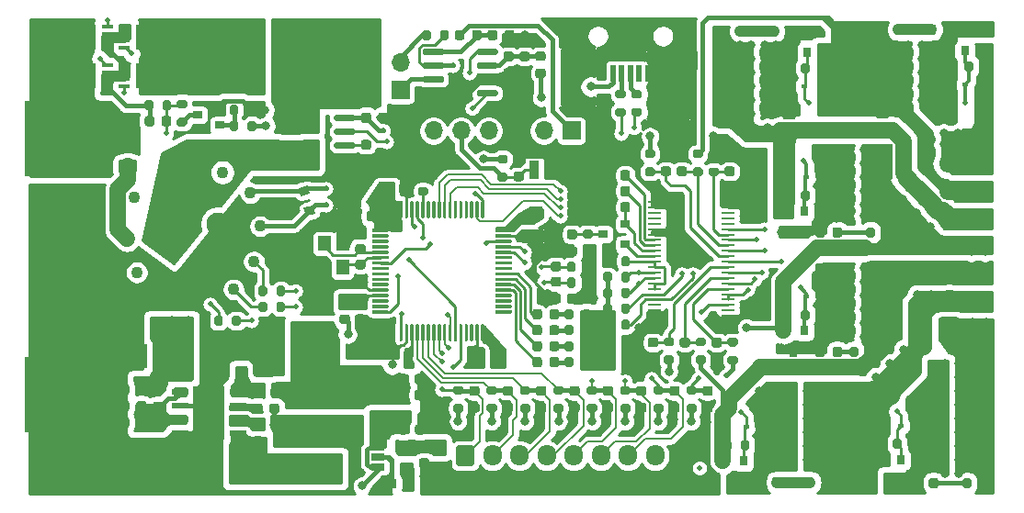
<source format=gbr>
%TF.GenerationSoftware,KiCad,Pcbnew,(5.1.10)-1*%
%TF.CreationDate,2022-01-24T02:12:41+01:00*%
%TF.ProjectId,BMS_LV_2022,424d535f-4c56-45f3-9230-32322e6b6963,rev?*%
%TF.SameCoordinates,Original*%
%TF.FileFunction,Copper,L1,Top*%
%TF.FilePolarity,Positive*%
%FSLAX46Y46*%
G04 Gerber Fmt 4.6, Leading zero omitted, Abs format (unit mm)*
G04 Created by KiCad (PCBNEW (5.1.10)-1) date 2022-01-24 02:12:41*
%MOMM*%
%LPD*%
G01*
G04 APERTURE LIST*
%TA.AperFunction,ComponentPad*%
%ADD10C,2.400000*%
%TD*%
%TA.AperFunction,ComponentPad*%
%ADD11O,1.700000X1.950000*%
%TD*%
%TA.AperFunction,SMDPad,CuDef*%
%ADD12R,8.000000X7.000000*%
%TD*%
%TA.AperFunction,SMDPad,CuDef*%
%ADD13C,0.100000*%
%TD*%
%TA.AperFunction,SMDPad,CuDef*%
%ADD14R,0.990000X0.405000*%
%TD*%
%TA.AperFunction,SMDPad,CuDef*%
%ADD15R,1.200000X1.400000*%
%TD*%
%TA.AperFunction,ComponentPad*%
%ADD16O,1.950000X1.700000*%
%TD*%
%TA.AperFunction,ComponentPad*%
%ADD17C,1.100000*%
%TD*%
%TA.AperFunction,ComponentPad*%
%ADD18C,2.100000*%
%TD*%
%TA.AperFunction,SMDPad,CuDef*%
%ADD19R,2.200000X1.500000*%
%TD*%
%TA.AperFunction,SMDPad,CuDef*%
%ADD20R,0.900000X1.700000*%
%TD*%
%TA.AperFunction,SMDPad,CuDef*%
%ADD21R,1.200000X0.900000*%
%TD*%
%TA.AperFunction,SMDPad,CuDef*%
%ADD22R,1.220000X0.650000*%
%TD*%
%TA.AperFunction,SMDPad,CuDef*%
%ADD23R,0.600000X0.450000*%
%TD*%
%TA.AperFunction,SMDPad,CuDef*%
%ADD24R,2.950000X4.900000*%
%TD*%
%TA.AperFunction,SMDPad,CuDef*%
%ADD25R,1.550000X0.600000*%
%TD*%
%TA.AperFunction,ComponentPad*%
%ADD26C,0.600000*%
%TD*%
%TA.AperFunction,SMDPad,CuDef*%
%ADD27R,0.900000X0.800000*%
%TD*%
%TA.AperFunction,SMDPad,CuDef*%
%ADD28R,0.800000X0.900000*%
%TD*%
%TA.AperFunction,SMDPad,CuDef*%
%ADD29R,1.250000X0.250000*%
%TD*%
%TA.AperFunction,ComponentPad*%
%ADD30O,1.700000X1.700000*%
%TD*%
%TA.AperFunction,ComponentPad*%
%ADD31R,1.700000X1.700000*%
%TD*%
%TA.AperFunction,SMDPad,CuDef*%
%ADD32R,0.500000X1.500000*%
%TD*%
%TA.AperFunction,SMDPad,CuDef*%
%ADD33R,3.000000X1.800000*%
%TD*%
%TA.AperFunction,SMDPad,CuDef*%
%ADD34R,2.500000X2.300000*%
%TD*%
%TA.AperFunction,ViaPad*%
%ADD35C,0.500000*%
%TD*%
%TA.AperFunction,ViaPad*%
%ADD36C,0.800000*%
%TD*%
%TA.AperFunction,Conductor*%
%ADD37C,0.254000*%
%TD*%
%TA.AperFunction,Conductor*%
%ADD38C,0.381000*%
%TD*%
%TA.AperFunction,Conductor*%
%ADD39C,1.500000*%
%TD*%
%TA.AperFunction,Conductor*%
%ADD40C,1.000000*%
%TD*%
%TA.AperFunction,Conductor*%
%ADD41C,0.203200*%
%TD*%
%TA.AperFunction,Conductor*%
%ADD42C,0.300000*%
%TD*%
%TA.AperFunction,Conductor*%
%ADD43C,0.250000*%
%TD*%
%TA.AperFunction,Conductor*%
%ADD44C,0.100000*%
%TD*%
G04 APERTURE END LIST*
D10*
%TO.P,F2,2*%
%TO.N,Net-(F2-Pad2)*%
X126344903Y-82198000D03*
%TO.P,F2,1*%
%TO.N,/CS_IP+*%
X139814903Y-82198000D03*
%TO.P,F2,2*%
%TO.N,Net-(F2-Pad2)*%
X126344903Y-85598000D03*
%TO.P,F2,1*%
%TO.N,/CS_IP+*%
X139814903Y-85598000D03*
%TD*%
%TO.P,R64,2*%
%TO.N,/Therm_8*%
%TA.AperFunction,SMDPad,CuDef*%
G36*
G01*
X171865303Y-115284200D02*
X171315303Y-115284200D01*
G75*
G02*
X171115303Y-115084200I0J200000D01*
G01*
X171115303Y-114684200D01*
G75*
G02*
X171315303Y-114484200I200000J0D01*
G01*
X171865303Y-114484200D01*
G75*
G02*
X172065303Y-114684200I0J-200000D01*
G01*
X172065303Y-115084200D01*
G75*
G02*
X171865303Y-115284200I-200000J0D01*
G01*
G37*
%TD.AperFunction*%
%TO.P,R64,1*%
%TO.N,+3V3*%
%TA.AperFunction,SMDPad,CuDef*%
G36*
G01*
X171865303Y-116934200D02*
X171315303Y-116934200D01*
G75*
G02*
X171115303Y-116734200I0J200000D01*
G01*
X171115303Y-116334200D01*
G75*
G02*
X171315303Y-116134200I200000J0D01*
G01*
X171865303Y-116134200D01*
G75*
G02*
X172065303Y-116334200I0J-200000D01*
G01*
X172065303Y-116734200D01*
G75*
G02*
X171865303Y-116934200I-200000J0D01*
G01*
G37*
%TD.AperFunction*%
%TD*%
%TO.P,R63,2*%
%TO.N,/Therm_7*%
%TA.AperFunction,SMDPad,CuDef*%
G36*
G01*
X168817303Y-115284200D02*
X168267303Y-115284200D01*
G75*
G02*
X168067303Y-115084200I0J200000D01*
G01*
X168067303Y-114684200D01*
G75*
G02*
X168267303Y-114484200I200000J0D01*
G01*
X168817303Y-114484200D01*
G75*
G02*
X169017303Y-114684200I0J-200000D01*
G01*
X169017303Y-115084200D01*
G75*
G02*
X168817303Y-115284200I-200000J0D01*
G01*
G37*
%TD.AperFunction*%
%TO.P,R63,1*%
%TO.N,+3V3*%
%TA.AperFunction,SMDPad,CuDef*%
G36*
G01*
X168817303Y-116934200D02*
X168267303Y-116934200D01*
G75*
G02*
X168067303Y-116734200I0J200000D01*
G01*
X168067303Y-116334200D01*
G75*
G02*
X168267303Y-116134200I200000J0D01*
G01*
X168817303Y-116134200D01*
G75*
G02*
X169017303Y-116334200I0J-200000D01*
G01*
X169017303Y-116734200D01*
G75*
G02*
X168817303Y-116934200I-200000J0D01*
G01*
G37*
%TD.AperFunction*%
%TD*%
%TO.P,C46,2*%
%TO.N,GND*%
%TA.AperFunction,SMDPad,CuDef*%
G36*
G01*
X172813503Y-116035000D02*
X173313503Y-116035000D01*
G75*
G02*
X173538503Y-116260000I0J-225000D01*
G01*
X173538503Y-116710000D01*
G75*
G02*
X173313503Y-116935000I-225000J0D01*
G01*
X172813503Y-116935000D01*
G75*
G02*
X172588503Y-116710000I0J225000D01*
G01*
X172588503Y-116260000D01*
G75*
G02*
X172813503Y-116035000I225000J0D01*
G01*
G37*
%TD.AperFunction*%
%TO.P,C46,1*%
%TO.N,/Therm_8*%
%TA.AperFunction,SMDPad,CuDef*%
G36*
G01*
X172813503Y-114485000D02*
X173313503Y-114485000D01*
G75*
G02*
X173538503Y-114710000I0J-225000D01*
G01*
X173538503Y-115160000D01*
G75*
G02*
X173313503Y-115385000I-225000J0D01*
G01*
X172813503Y-115385000D01*
G75*
G02*
X172588503Y-115160000I0J225000D01*
G01*
X172588503Y-114710000D01*
G75*
G02*
X172813503Y-114485000I225000J0D01*
G01*
G37*
%TD.AperFunction*%
%TD*%
%TO.P,C45,2*%
%TO.N,GND*%
%TA.AperFunction,SMDPad,CuDef*%
G36*
G01*
X169765503Y-116035000D02*
X170265503Y-116035000D01*
G75*
G02*
X170490503Y-116260000I0J-225000D01*
G01*
X170490503Y-116710000D01*
G75*
G02*
X170265503Y-116935000I-225000J0D01*
G01*
X169765503Y-116935000D01*
G75*
G02*
X169540503Y-116710000I0J225000D01*
G01*
X169540503Y-116260000D01*
G75*
G02*
X169765503Y-116035000I225000J0D01*
G01*
G37*
%TD.AperFunction*%
%TO.P,C45,1*%
%TO.N,/Therm_7*%
%TA.AperFunction,SMDPad,CuDef*%
G36*
G01*
X169765503Y-114485000D02*
X170265503Y-114485000D01*
G75*
G02*
X170490503Y-114710000I0J-225000D01*
G01*
X170490503Y-115160000D01*
G75*
G02*
X170265503Y-115385000I-225000J0D01*
G01*
X169765503Y-115385000D01*
G75*
G02*
X169540503Y-115160000I0J225000D01*
G01*
X169540503Y-114710000D01*
G75*
G02*
X169765503Y-114485000I225000J0D01*
G01*
G37*
%TD.AperFunction*%
%TD*%
D11*
%TO.P,J6,9*%
%TO.N,GND*%
X170729903Y-120904000D03*
%TO.P,J6,8*%
%TO.N,/Therm_8*%
X168229903Y-120904000D03*
%TO.P,J6,7*%
%TO.N,/Therm_7*%
X165729903Y-120904000D03*
%TO.P,J6,6*%
%TO.N,/Therm_6*%
X163229903Y-120904000D03*
%TO.P,J6,5*%
%TO.N,/Therm_5*%
X160729903Y-120904000D03*
%TO.P,J6,4*%
%TO.N,/Therm_4*%
X158229903Y-120904000D03*
%TO.P,J6,3*%
%TO.N,/Therm_3*%
X155729903Y-120904000D03*
%TO.P,J6,2*%
%TO.N,/Therm_2*%
X153229903Y-120904000D03*
%TO.P,J6,1*%
%TO.N,/Therm_1*%
%TA.AperFunction,ComponentPad*%
G36*
G01*
X149879903Y-121629000D02*
X149879903Y-120179000D01*
G75*
G02*
X150129903Y-119929000I250000J0D01*
G01*
X151329903Y-119929000D01*
G75*
G02*
X151579903Y-120179000I0J-250000D01*
G01*
X151579903Y-121629000D01*
G75*
G02*
X151329903Y-121879000I-250000J0D01*
G01*
X150129903Y-121879000D01*
G75*
G02*
X149879903Y-121629000I0J250000D01*
G01*
G37*
%TD.AperFunction*%
%TD*%
%TO.P,R15,2*%
%TO.N,/Interlock*%
%TA.AperFunction,SMDPad,CuDef*%
G36*
G01*
X129253903Y-108733000D02*
X129253903Y-108183000D01*
G75*
G02*
X129453903Y-107983000I200000J0D01*
G01*
X129853903Y-107983000D01*
G75*
G02*
X130053903Y-108183000I0J-200000D01*
G01*
X130053903Y-108733000D01*
G75*
G02*
X129853903Y-108933000I-200000J0D01*
G01*
X129453903Y-108933000D01*
G75*
G02*
X129253903Y-108733000I0J200000D01*
G01*
G37*
%TD.AperFunction*%
%TO.P,R15,1*%
%TO.N,Net-(J2-Pad8)*%
%TA.AperFunction,SMDPad,CuDef*%
G36*
G01*
X127603903Y-108733000D02*
X127603903Y-108183000D01*
G75*
G02*
X127803903Y-107983000I200000J0D01*
G01*
X128203903Y-107983000D01*
G75*
G02*
X128403903Y-108183000I0J-200000D01*
G01*
X128403903Y-108733000D01*
G75*
G02*
X128203903Y-108933000I-200000J0D01*
G01*
X127803903Y-108933000D01*
G75*
G02*
X127603903Y-108733000I0J200000D01*
G01*
G37*
%TD.AperFunction*%
%TD*%
%TO.P,U4,8*%
%TO.N,GND*%
%TA.AperFunction,SMDPad,CuDef*%
G36*
G01*
X148790903Y-87302200D02*
X148790903Y-87602200D01*
G75*
G02*
X148640903Y-87752200I-150000J0D01*
G01*
X146990903Y-87752200D01*
G75*
G02*
X146840903Y-87602200I0J150000D01*
G01*
X146840903Y-87302200D01*
G75*
G02*
X146990903Y-87152200I150000J0D01*
G01*
X148640903Y-87152200D01*
G75*
G02*
X148790903Y-87302200I0J-150000D01*
G01*
G37*
%TD.AperFunction*%
%TO.P,U4,7*%
%TO.N,/CANH*%
%TA.AperFunction,SMDPad,CuDef*%
G36*
G01*
X148790903Y-86032200D02*
X148790903Y-86332200D01*
G75*
G02*
X148640903Y-86482200I-150000J0D01*
G01*
X146990903Y-86482200D01*
G75*
G02*
X146840903Y-86332200I0J150000D01*
G01*
X146840903Y-86032200D01*
G75*
G02*
X146990903Y-85882200I150000J0D01*
G01*
X148640903Y-85882200D01*
G75*
G02*
X148790903Y-86032200I0J-150000D01*
G01*
G37*
%TD.AperFunction*%
%TO.P,U4,6*%
%TO.N,/CANL*%
%TA.AperFunction,SMDPad,CuDef*%
G36*
G01*
X148790903Y-84762200D02*
X148790903Y-85062200D01*
G75*
G02*
X148640903Y-85212200I-150000J0D01*
G01*
X146990903Y-85212200D01*
G75*
G02*
X146840903Y-85062200I0J150000D01*
G01*
X146840903Y-84762200D01*
G75*
G02*
X146990903Y-84612200I150000J0D01*
G01*
X148640903Y-84612200D01*
G75*
G02*
X148790903Y-84762200I0J-150000D01*
G01*
G37*
%TD.AperFunction*%
%TO.P,U4,5*%
%TO.N,/CAN/+3V3_VIO*%
%TA.AperFunction,SMDPad,CuDef*%
G36*
G01*
X148790903Y-83492200D02*
X148790903Y-83792200D01*
G75*
G02*
X148640903Y-83942200I-150000J0D01*
G01*
X146990903Y-83942200D01*
G75*
G02*
X146840903Y-83792200I0J150000D01*
G01*
X146840903Y-83492200D01*
G75*
G02*
X146990903Y-83342200I150000J0D01*
G01*
X148640903Y-83342200D01*
G75*
G02*
X148790903Y-83492200I0J-150000D01*
G01*
G37*
%TD.AperFunction*%
%TO.P,U4,4*%
%TO.N,/CAN-RX*%
%TA.AperFunction,SMDPad,CuDef*%
G36*
G01*
X153740903Y-83492200D02*
X153740903Y-83792200D01*
G75*
G02*
X153590903Y-83942200I-150000J0D01*
G01*
X151940903Y-83942200D01*
G75*
G02*
X151790903Y-83792200I0J150000D01*
G01*
X151790903Y-83492200D01*
G75*
G02*
X151940903Y-83342200I150000J0D01*
G01*
X153590903Y-83342200D01*
G75*
G02*
X153740903Y-83492200I0J-150000D01*
G01*
G37*
%TD.AperFunction*%
%TO.P,U4,3*%
%TO.N,/CAN/+5V_CAN_VDD*%
%TA.AperFunction,SMDPad,CuDef*%
G36*
G01*
X153740903Y-84762200D02*
X153740903Y-85062200D01*
G75*
G02*
X153590903Y-85212200I-150000J0D01*
G01*
X151940903Y-85212200D01*
G75*
G02*
X151790903Y-85062200I0J150000D01*
G01*
X151790903Y-84762200D01*
G75*
G02*
X151940903Y-84612200I150000J0D01*
G01*
X153590903Y-84612200D01*
G75*
G02*
X153740903Y-84762200I0J-150000D01*
G01*
G37*
%TD.AperFunction*%
%TO.P,U4,2*%
%TO.N,GND*%
%TA.AperFunction,SMDPad,CuDef*%
G36*
G01*
X153740903Y-86032200D02*
X153740903Y-86332200D01*
G75*
G02*
X153590903Y-86482200I-150000J0D01*
G01*
X151940903Y-86482200D01*
G75*
G02*
X151790903Y-86332200I0J150000D01*
G01*
X151790903Y-86032200D01*
G75*
G02*
X151940903Y-85882200I150000J0D01*
G01*
X153590903Y-85882200D01*
G75*
G02*
X153740903Y-86032200I0J-150000D01*
G01*
G37*
%TD.AperFunction*%
%TO.P,U4,1*%
%TO.N,/CAN-TX*%
%TA.AperFunction,SMDPad,CuDef*%
G36*
G01*
X153740903Y-87302200D02*
X153740903Y-87602200D01*
G75*
G02*
X153590903Y-87752200I-150000J0D01*
G01*
X151940903Y-87752200D01*
G75*
G02*
X151790903Y-87602200I0J150000D01*
G01*
X151790903Y-87302200D01*
G75*
G02*
X151940903Y-87152200I150000J0D01*
G01*
X153590903Y-87152200D01*
G75*
G02*
X153740903Y-87302200I0J-150000D01*
G01*
G37*
%TD.AperFunction*%
%TD*%
%TO.P,R14,2*%
%TO.N,/USB-DM*%
%TA.AperFunction,SMDPad,CuDef*%
G36*
G01*
X133343303Y-107463000D02*
X133343303Y-106913000D01*
G75*
G02*
X133543303Y-106713000I200000J0D01*
G01*
X133943303Y-106713000D01*
G75*
G02*
X134143303Y-106913000I0J-200000D01*
G01*
X134143303Y-107463000D01*
G75*
G02*
X133943303Y-107663000I-200000J0D01*
G01*
X133543303Y-107663000D01*
G75*
G02*
X133343303Y-107463000I0J200000D01*
G01*
G37*
%TD.AperFunction*%
%TO.P,R14,1*%
%TO.N,Net-(J2-Pad5)*%
%TA.AperFunction,SMDPad,CuDef*%
G36*
G01*
X131693303Y-107463000D02*
X131693303Y-106913000D01*
G75*
G02*
X131893303Y-106713000I200000J0D01*
G01*
X132293303Y-106713000D01*
G75*
G02*
X132493303Y-106913000I0J-200000D01*
G01*
X132493303Y-107463000D01*
G75*
G02*
X132293303Y-107663000I-200000J0D01*
G01*
X131893303Y-107663000D01*
G75*
G02*
X131693303Y-107463000I0J200000D01*
G01*
G37*
%TD.AperFunction*%
%TD*%
%TO.P,R13,2*%
%TO.N,Net-(J2-Pad4)*%
%TA.AperFunction,SMDPad,CuDef*%
G36*
G01*
X132493303Y-105439800D02*
X132493303Y-105989800D01*
G75*
G02*
X132293303Y-106189800I-200000J0D01*
G01*
X131893303Y-106189800D01*
G75*
G02*
X131693303Y-105989800I0J200000D01*
G01*
X131693303Y-105439800D01*
G75*
G02*
X131893303Y-105239800I200000J0D01*
G01*
X132293303Y-105239800D01*
G75*
G02*
X132493303Y-105439800I0J-200000D01*
G01*
G37*
%TD.AperFunction*%
%TO.P,R13,1*%
%TO.N,/USB-DP*%
%TA.AperFunction,SMDPad,CuDef*%
G36*
G01*
X134143303Y-105439800D02*
X134143303Y-105989800D01*
G75*
G02*
X133943303Y-106189800I-200000J0D01*
G01*
X133543303Y-106189800D01*
G75*
G02*
X133343303Y-105989800I0J200000D01*
G01*
X133343303Y-105439800D01*
G75*
G02*
X133543303Y-105239800I200000J0D01*
G01*
X133943303Y-105239800D01*
G75*
G02*
X134143303Y-105439800I0J-200000D01*
G01*
G37*
%TD.AperFunction*%
%TD*%
D12*
%TO.P,J5,1*%
%TO.N,GND*%
X114135503Y-115290600D03*
%TD*%
%TO.P,J4,1*%
%TO.N,+24V*%
X114135503Y-91694000D03*
%TD*%
%TA.AperFunction,SMDPad,CuDef*%
D13*
%TO.P,Q12,5*%
%TO.N,Net-(F2-Pad2)*%
G36*
X122694903Y-81508500D02*
G01*
X122184903Y-81508500D01*
X122184903Y-81763500D01*
X122694903Y-81763500D01*
X122694903Y-82168500D01*
X122184903Y-82168500D01*
X122184903Y-82423500D01*
X122694903Y-82423500D01*
X122694903Y-82828500D01*
X122184903Y-82828500D01*
X122184903Y-83083500D01*
X122694903Y-83083500D01*
X122694903Y-83491000D01*
X121934903Y-83491000D01*
X121934903Y-83413500D01*
X120459903Y-83413500D01*
X120459903Y-81178500D01*
X121934903Y-81178500D01*
X121934903Y-81101000D01*
X122694903Y-81101000D01*
X122694903Y-81508500D01*
G37*
%TD.AperFunction*%
D14*
%TO.P,Q12,4*%
%TO.N,/eFuse/Gate*%
X119329903Y-83286000D03*
%TO.P,Q12,3*%
%TO.N,Net-(C41-Pad2)*%
X119329903Y-82626000D03*
%TO.P,Q12,2*%
X119329903Y-81966000D03*
%TO.P,Q12,1*%
X119329903Y-81306000D03*
%TD*%
%TA.AperFunction,SMDPad,CuDef*%
D13*
%TO.P,Q11,5*%
%TO.N,Net-(F2-Pad2)*%
G36*
X122656803Y-85064500D02*
G01*
X122146803Y-85064500D01*
X122146803Y-85319500D01*
X122656803Y-85319500D01*
X122656803Y-85724500D01*
X122146803Y-85724500D01*
X122146803Y-85979500D01*
X122656803Y-85979500D01*
X122656803Y-86384500D01*
X122146803Y-86384500D01*
X122146803Y-86639500D01*
X122656803Y-86639500D01*
X122656803Y-87047000D01*
X121896803Y-87047000D01*
X121896803Y-86969500D01*
X120421803Y-86969500D01*
X120421803Y-84734500D01*
X121896803Y-84734500D01*
X121896803Y-84657000D01*
X122656803Y-84657000D01*
X122656803Y-85064500D01*
G37*
%TD.AperFunction*%
D14*
%TO.P,Q11,4*%
%TO.N,/eFuse/Gate*%
X119291803Y-86842000D03*
%TO.P,Q11,3*%
%TO.N,Net-(C41-Pad2)*%
X119291803Y-86182000D03*
%TO.P,Q11,2*%
X119291803Y-85522000D03*
%TO.P,Q11,1*%
X119291803Y-84862000D03*
%TD*%
%TA.AperFunction,SMDPad,CuDef*%
D13*
%TO.P,Q9,5*%
%TO.N,+24V*%
G36*
X114439403Y-86639500D02*
G01*
X114949403Y-86639500D01*
X114949403Y-86384500D01*
X114439403Y-86384500D01*
X114439403Y-85979500D01*
X114949403Y-85979500D01*
X114949403Y-85724500D01*
X114439403Y-85724500D01*
X114439403Y-85319500D01*
X114949403Y-85319500D01*
X114949403Y-85064500D01*
X114439403Y-85064500D01*
X114439403Y-84657000D01*
X115199403Y-84657000D01*
X115199403Y-84734500D01*
X116674403Y-84734500D01*
X116674403Y-86969500D01*
X115199403Y-86969500D01*
X115199403Y-87047000D01*
X114439403Y-87047000D01*
X114439403Y-86639500D01*
G37*
%TD.AperFunction*%
D14*
%TO.P,Q9,4*%
%TO.N,/eFuse/Gate*%
X117804403Y-84862000D03*
%TO.P,Q9,3*%
%TO.N,Net-(C41-Pad2)*%
X117804403Y-85522000D03*
%TO.P,Q9,2*%
X117804403Y-86182000D03*
%TO.P,Q9,1*%
X117804403Y-86842000D03*
%TD*%
%TA.AperFunction,SMDPad,CuDef*%
D13*
%TO.P,Q8,5*%
%TO.N,+24V*%
G36*
X114439403Y-83083500D02*
G01*
X114949403Y-83083500D01*
X114949403Y-82828500D01*
X114439403Y-82828500D01*
X114439403Y-82423500D01*
X114949403Y-82423500D01*
X114949403Y-82168500D01*
X114439403Y-82168500D01*
X114439403Y-81763500D01*
X114949403Y-81763500D01*
X114949403Y-81508500D01*
X114439403Y-81508500D01*
X114439403Y-81101000D01*
X115199403Y-81101000D01*
X115199403Y-81178500D01*
X116674403Y-81178500D01*
X116674403Y-83413500D01*
X115199403Y-83413500D01*
X115199403Y-83491000D01*
X114439403Y-83491000D01*
X114439403Y-83083500D01*
G37*
%TD.AperFunction*%
D14*
%TO.P,Q8,4*%
%TO.N,/eFuse/Gate*%
X117804403Y-81306000D03*
%TO.P,Q8,3*%
%TO.N,Net-(C41-Pad2)*%
X117804403Y-81966000D03*
%TO.P,Q8,2*%
X117804403Y-82626000D03*
%TO.P,Q8,1*%
X117804403Y-83286000D03*
%TD*%
D15*
%TO.P,Y1,4*%
%TO.N,GND*%
X137733903Y-103546000D03*
%TO.P,Y1,3*%
%TO.N,Net-(C5-Pad2)*%
X137733903Y-101346000D03*
%TO.P,Y1,2*%
%TO.N,GND*%
X139433903Y-101346000D03*
%TO.P,Y1,1*%
%TO.N,Net-(C6-Pad2)*%
X139433903Y-103546000D03*
%TD*%
D16*
%TO.P,J11,7*%
%TO.N,GND*%
X195313903Y-93966000D03*
%TO.P,J11,6*%
%TO.N,/LTC6810/CellBalance6*%
X195313903Y-96466000D03*
%TO.P,J11,5*%
%TO.N,/LTC6810/CellBalance5*%
X195313903Y-98966000D03*
%TO.P,J11,4*%
%TO.N,/LTC6810/CellBalance4*%
X195313903Y-101466000D03*
%TO.P,J11,3*%
%TO.N,/LTC6810/CellBalance3*%
X195313903Y-103966000D03*
%TO.P,J11,2*%
%TO.N,/LTC6810/CellBalance2*%
X195313903Y-106466000D03*
%TO.P,J11,1*%
%TO.N,+BATT*%
%TA.AperFunction,ComponentPad*%
G36*
G01*
X196038903Y-109816000D02*
X194588903Y-109816000D01*
G75*
G02*
X194338903Y-109566000I0J250000D01*
G01*
X194338903Y-108366000D01*
G75*
G02*
X194588903Y-108116000I250000J0D01*
G01*
X196038903Y-108116000D01*
G75*
G02*
X196288903Y-108366000I0J-250000D01*
G01*
X196288903Y-109566000D01*
G75*
G02*
X196038903Y-109816000I-250000J0D01*
G01*
G37*
%TD.AperFunction*%
%TD*%
%TO.P,R22,2*%
%TO.N,+BATT*%
%TA.AperFunction,SMDPad,CuDef*%
G36*
G01*
X197783903Y-118263398D02*
X197783903Y-115413396D01*
G75*
G02*
X198033902Y-115163397I249999J0D01*
G01*
X198758904Y-115163397D01*
G75*
G02*
X199008903Y-115413396I0J-249999D01*
G01*
X199008903Y-118263398D01*
G75*
G02*
X198758904Y-118513397I-249999J0D01*
G01*
X198033902Y-118513397D01*
G75*
G02*
X197783903Y-118263398I0J249999D01*
G01*
G37*
%TD.AperFunction*%
%TO.P,R22,1*%
%TO.N,Net-(D6-Pad1)*%
%TA.AperFunction,SMDPad,CuDef*%
G36*
G01*
X191858903Y-118263398D02*
X191858903Y-115413396D01*
G75*
G02*
X192108902Y-115163397I249999J0D01*
G01*
X192833904Y-115163397D01*
G75*
G02*
X193083903Y-115413396I0J-249999D01*
G01*
X193083903Y-118263398D01*
G75*
G02*
X192833904Y-118513397I-249999J0D01*
G01*
X192108902Y-118513397D01*
G75*
G02*
X191858903Y-118263398I0J249999D01*
G01*
G37*
%TD.AperFunction*%
%TD*%
D17*
%TO.P,J2,8*%
%TO.N,Net-(J2-Pad8)*%
X120231046Y-97067655D03*
%TO.P,J2,7*%
%TO.N,/VCC_Pin*%
X119581625Y-100923463D03*
%TO.P,J2,6*%
%TO.N,VCC*%
X120481682Y-103996441D03*
%TO.P,J2,5*%
%TO.N,Net-(J2-Pad5)*%
X129384344Y-105566221D03*
%TO.P,J2,4*%
%TO.N,Net-(J2-Pad4)*%
X131281142Y-102986403D03*
%TO.P,J2,3*%
%TO.N,/CANL*%
X131854181Y-99736537D03*
%TO.P,J2,2*%
%TO.N,/CANH*%
X130954124Y-96663559D03*
%TO.P,J2,1*%
%TO.N,Net-(J2-Pad1)*%
X128374306Y-94766761D03*
D18*
%TO.P,J2,12*%
%TO.N,GND*%
X124132609Y-105980561D03*
%TO.P,J2,11*%
X127953248Y-99515794D03*
%TO.P,J2,9*%
%TO.N,/V_Out*%
X124257906Y-94731419D03*
%TO.P,J2,10*%
X123482558Y-101144206D03*
%TD*%
D19*
%TO.P,L2,2*%
%TO.N,+5V*%
X137922000Y-115443000D03*
%TO.P,L2,1*%
%TO.N,Net-(C37-Pad2)*%
X137922000Y-121843000D03*
%TD*%
D20*
%TO.P,SW1,2*%
%TO.N,GND*%
X160502006Y-94538800D03*
%TO.P,SW1,1*%
%TO.N,/NRST*%
X157102006Y-94538800D03*
%TD*%
%TO.P,C38,2*%
%TO.N,GND*%
%TA.AperFunction,SMDPad,CuDef*%
G36*
G01*
X133272500Y-111546200D02*
X133272500Y-113396200D01*
G75*
G02*
X133022500Y-113646200I-250000J0D01*
G01*
X131447500Y-113646200D01*
G75*
G02*
X131197500Y-113396200I0J250000D01*
G01*
X131197500Y-111546200D01*
G75*
G02*
X131447500Y-111296200I250000J0D01*
G01*
X133022500Y-111296200D01*
G75*
G02*
X133272500Y-111546200I0J-250000D01*
G01*
G37*
%TD.AperFunction*%
%TO.P,C38,1*%
%TO.N,+5V*%
%TA.AperFunction,SMDPad,CuDef*%
G36*
G01*
X138197500Y-111546200D02*
X138197500Y-113396200D01*
G75*
G02*
X137947500Y-113646200I-250000J0D01*
G01*
X136372500Y-113646200D01*
G75*
G02*
X136122500Y-113396200I0J250000D01*
G01*
X136122500Y-111546200D01*
G75*
G02*
X136372500Y-111296200I250000J0D01*
G01*
X137947500Y-111296200D01*
G75*
G02*
X138197500Y-111546200I0J-250000D01*
G01*
G37*
%TD.AperFunction*%
%TD*%
D21*
%TO.P,D20,2*%
%TO.N,+5V*%
X143002000Y-115189000D03*
%TO.P,D20,1*%
%TO.N,+5VD*%
X143002000Y-118489000D03*
%TD*%
%TO.P,F1,2*%
%TO.N,+24V*%
%TA.AperFunction,SMDPad,CuDef*%
G36*
G01*
X120272303Y-92039600D02*
X119022303Y-92039600D01*
G75*
G02*
X118772303Y-91789600I0J250000D01*
G01*
X118772303Y-91039600D01*
G75*
G02*
X119022303Y-90789600I250000J0D01*
G01*
X120272303Y-90789600D01*
G75*
G02*
X120522303Y-91039600I0J-250000D01*
G01*
X120522303Y-91789600D01*
G75*
G02*
X120272303Y-92039600I-250000J0D01*
G01*
G37*
%TD.AperFunction*%
%TO.P,F1,1*%
%TO.N,/VCC_Pin*%
%TA.AperFunction,SMDPad,CuDef*%
G36*
G01*
X120272303Y-94839600D02*
X119022303Y-94839600D01*
G75*
G02*
X118772303Y-94589600I0J250000D01*
G01*
X118772303Y-93839600D01*
G75*
G02*
X119022303Y-93589600I250000J0D01*
G01*
X120272303Y-93589600D01*
G75*
G02*
X120522303Y-93839600I0J-250000D01*
G01*
X120522303Y-94589600D01*
G75*
G02*
X120272303Y-94839600I-250000J0D01*
G01*
G37*
%TD.AperFunction*%
%TD*%
D22*
%TO.P,U2,5*%
%TO.N,+3V3*%
X145328000Y-120081000D03*
%TO.P,U2,4*%
%TO.N,Net-(C44-Pad1)*%
X145328000Y-121981000D03*
%TO.P,U2,3*%
%TO.N,+5VD*%
X142708000Y-121981000D03*
%TO.P,U2,2*%
%TO.N,GND*%
X142708000Y-121031000D03*
%TO.P,U2,1*%
%TO.N,+5VD*%
X142708000Y-120081000D03*
%TD*%
%TO.P,C44,2*%
%TO.N,GND*%
%TA.AperFunction,SMDPad,CuDef*%
G36*
G01*
X144404503Y-123219400D02*
X144404503Y-123719400D01*
G75*
G02*
X144179503Y-123944400I-225000J0D01*
G01*
X143729503Y-123944400D01*
G75*
G02*
X143504503Y-123719400I0J225000D01*
G01*
X143504503Y-123219400D01*
G75*
G02*
X143729503Y-122994400I225000J0D01*
G01*
X144179503Y-122994400D01*
G75*
G02*
X144404503Y-123219400I0J-225000D01*
G01*
G37*
%TD.AperFunction*%
%TO.P,C44,1*%
%TO.N,Net-(C44-Pad1)*%
%TA.AperFunction,SMDPad,CuDef*%
G36*
G01*
X145954503Y-123219400D02*
X145954503Y-123719400D01*
G75*
G02*
X145729503Y-123944400I-225000J0D01*
G01*
X145279503Y-123944400D01*
G75*
G02*
X145054503Y-123719400I0J225000D01*
G01*
X145054503Y-123219400D01*
G75*
G02*
X145279503Y-122994400I225000J0D01*
G01*
X145729503Y-122994400D01*
G75*
G02*
X145954503Y-123219400I0J-225000D01*
G01*
G37*
%TD.AperFunction*%
%TD*%
D23*
%TO.P,D17,1*%
%TO.N,/LTC6810/Balance6/Sx*%
X196795303Y-86690200D03*
%TO.P,D17,2*%
%TO.N,GND*%
X198895303Y-86690200D03*
%TD*%
%TO.P,D15,1*%
%TO.N,/LTC6810/Balance5/Sx*%
X181971283Y-86843203D03*
%TO.P,D15,2*%
%TO.N,/LTC6810/CellBalance6*%
X184071283Y-86843203D03*
%TD*%
%TO.P,D13,2*%
%TO.N,/LTC6810/CellBalance5*%
X180078983Y-95223997D03*
%TO.P,D13,1*%
%TO.N,/LTC6810/Balance4/Sx*%
X182178983Y-95223997D03*
%TD*%
%TO.P,D11,1*%
%TO.N,/LTC6810/Balance3/Sx*%
X182178983Y-106242517D03*
%TO.P,D11,2*%
%TO.N,/LTC6810/CellBalance4*%
X180078983Y-106242517D03*
%TD*%
%TO.P,D9,2*%
%TO.N,/LTC6810/CellBalance3*%
X174511303Y-118274497D03*
%TO.P,D9,1*%
%TO.N,/LTC6810/Balance2/Sx*%
X176611303Y-118274497D03*
%TD*%
%TO.P,D7,2*%
%TO.N,/LTC6810/CellBalance2*%
X188735303Y-118135400D03*
%TO.P,D7,1*%
%TO.N,/LTC6810/Balance1/Sx*%
X190835303Y-118135400D03*
%TD*%
%TO.P,U5,8*%
%TO.N,+5V*%
%TA.AperFunction,SMDPad,CuDef*%
G36*
G01*
X138664200Y-89883600D02*
X138664200Y-89583600D01*
G75*
G02*
X138814200Y-89433600I150000J0D01*
G01*
X140464200Y-89433600D01*
G75*
G02*
X140614200Y-89583600I0J-150000D01*
G01*
X140614200Y-89883600D01*
G75*
G02*
X140464200Y-90033600I-150000J0D01*
G01*
X138814200Y-90033600D01*
G75*
G02*
X138664200Y-89883600I0J150000D01*
G01*
G37*
%TD.AperFunction*%
%TO.P,U5,7*%
%TO.N,/CurrentSensor_Out*%
%TA.AperFunction,SMDPad,CuDef*%
G36*
G01*
X138664200Y-91153600D02*
X138664200Y-90853600D01*
G75*
G02*
X138814200Y-90703600I150000J0D01*
G01*
X140464200Y-90703600D01*
G75*
G02*
X140614200Y-90853600I0J-150000D01*
G01*
X140614200Y-91153600D01*
G75*
G02*
X140464200Y-91303600I-150000J0D01*
G01*
X138814200Y-91303600D01*
G75*
G02*
X138664200Y-91153600I0J150000D01*
G01*
G37*
%TD.AperFunction*%
%TO.P,U5,6*%
%TO.N,Net-(C42-Pad1)*%
%TA.AperFunction,SMDPad,CuDef*%
G36*
G01*
X138664200Y-92423600D02*
X138664200Y-92123600D01*
G75*
G02*
X138814200Y-91973600I150000J0D01*
G01*
X140464200Y-91973600D01*
G75*
G02*
X140614200Y-92123600I0J-150000D01*
G01*
X140614200Y-92423600D01*
G75*
G02*
X140464200Y-92573600I-150000J0D01*
G01*
X138814200Y-92573600D01*
G75*
G02*
X138664200Y-92423600I0J150000D01*
G01*
G37*
%TD.AperFunction*%
%TO.P,U5,5*%
%TO.N,GND*%
%TA.AperFunction,SMDPad,CuDef*%
G36*
G01*
X138664200Y-93693600D02*
X138664200Y-93393600D01*
G75*
G02*
X138814200Y-93243600I150000J0D01*
G01*
X140464200Y-93243600D01*
G75*
G02*
X140614200Y-93393600I0J-150000D01*
G01*
X140614200Y-93693600D01*
G75*
G02*
X140464200Y-93843600I-150000J0D01*
G01*
X138814200Y-93843600D01*
G75*
G02*
X138664200Y-93693600I0J150000D01*
G01*
G37*
%TD.AperFunction*%
%TO.P,U5,4*%
%TO.N,/V_Out*%
%TA.AperFunction,SMDPad,CuDef*%
G36*
G01*
X133714200Y-93693600D02*
X133714200Y-93393600D01*
G75*
G02*
X133864200Y-93243600I150000J0D01*
G01*
X135514200Y-93243600D01*
G75*
G02*
X135664200Y-93393600I0J-150000D01*
G01*
X135664200Y-93693600D01*
G75*
G02*
X135514200Y-93843600I-150000J0D01*
G01*
X133864200Y-93843600D01*
G75*
G02*
X133714200Y-93693600I0J150000D01*
G01*
G37*
%TD.AperFunction*%
%TO.P,U5,3*%
%TA.AperFunction,SMDPad,CuDef*%
G36*
G01*
X133714200Y-92423600D02*
X133714200Y-92123600D01*
G75*
G02*
X133864200Y-91973600I150000J0D01*
G01*
X135514200Y-91973600D01*
G75*
G02*
X135664200Y-92123600I0J-150000D01*
G01*
X135664200Y-92423600D01*
G75*
G02*
X135514200Y-92573600I-150000J0D01*
G01*
X133864200Y-92573600D01*
G75*
G02*
X133714200Y-92423600I0J150000D01*
G01*
G37*
%TD.AperFunction*%
%TO.P,U5,2*%
%TO.N,/CS_IP+*%
%TA.AperFunction,SMDPad,CuDef*%
G36*
G01*
X133714200Y-91153600D02*
X133714200Y-90853600D01*
G75*
G02*
X133864200Y-90703600I150000J0D01*
G01*
X135514200Y-90703600D01*
G75*
G02*
X135664200Y-90853600I0J-150000D01*
G01*
X135664200Y-91153600D01*
G75*
G02*
X135514200Y-91303600I-150000J0D01*
G01*
X133864200Y-91303600D01*
G75*
G02*
X133714200Y-91153600I0J150000D01*
G01*
G37*
%TD.AperFunction*%
%TO.P,U5,1*%
%TA.AperFunction,SMDPad,CuDef*%
G36*
G01*
X133714200Y-89883600D02*
X133714200Y-89583600D01*
G75*
G02*
X133864200Y-89433600I150000J0D01*
G01*
X135514200Y-89433600D01*
G75*
G02*
X135664200Y-89583600I0J-150000D01*
G01*
X135664200Y-89883600D01*
G75*
G02*
X135514200Y-90033600I-150000J0D01*
G01*
X133864200Y-90033600D01*
G75*
G02*
X133714200Y-89883600I0J150000D01*
G01*
G37*
%TD.AperFunction*%
%TD*%
D24*
%TO.P,U3,9*%
%TO.N,GND*%
X127142000Y-116952000D03*
D25*
%TO.P,U3,1*%
%TO.N,Net-(C37-Pad2)*%
X129842000Y-118857000D03*
%TO.P,U3,2*%
%TO.N,Net-(C37-Pad1)*%
X129842000Y-117587000D03*
%TO.P,U3,3*%
%TO.N,Net-(C35-Pad2)*%
X129842000Y-116317000D03*
%TO.P,U3,4*%
%TO.N,Net-(R57-Pad2)*%
X129842000Y-115047000D03*
%TO.P,U3,5*%
%TO.N,Net-(C32-Pad1)*%
X124442000Y-115047000D03*
%TO.P,U3,6*%
%TO.N,GND*%
X124442000Y-116317000D03*
%TO.P,U3,7*%
%TO.N,Net-(C32-Pad1)*%
X124442000Y-117587000D03*
%TO.P,U3,8*%
%TO.N,GND*%
X124442000Y-118857000D03*
D26*
%TO.P,U3,9*%
X127792000Y-118902000D03*
X127792000Y-117602000D03*
X126492000Y-117602000D03*
X126492000Y-118902000D03*
X127792000Y-115002000D03*
X127792000Y-116302000D03*
X126492000Y-116302000D03*
X126492000Y-115002000D03*
%TD*%
%TO.P,U1,64*%
%TO.N,+3V3*%
%TA.AperFunction,SMDPad,CuDef*%
G36*
G01*
X144690000Y-98911000D02*
X144690000Y-97511000D01*
G75*
G02*
X144765000Y-97436000I75000J0D01*
G01*
X144915000Y-97436000D01*
G75*
G02*
X144990000Y-97511000I0J-75000D01*
G01*
X144990000Y-98911000D01*
G75*
G02*
X144915000Y-98986000I-75000J0D01*
G01*
X144765000Y-98986000D01*
G75*
G02*
X144690000Y-98911000I0J75000D01*
G01*
G37*
%TD.AperFunction*%
%TO.P,U1,63*%
%TO.N,GND*%
%TA.AperFunction,SMDPad,CuDef*%
G36*
G01*
X145190000Y-98911000D02*
X145190000Y-97511000D01*
G75*
G02*
X145265000Y-97436000I75000J0D01*
G01*
X145415000Y-97436000D01*
G75*
G02*
X145490000Y-97511000I0J-75000D01*
G01*
X145490000Y-98911000D01*
G75*
G02*
X145415000Y-98986000I-75000J0D01*
G01*
X145265000Y-98986000D01*
G75*
G02*
X145190000Y-98911000I0J75000D01*
G01*
G37*
%TD.AperFunction*%
%TO.P,U1,62*%
%TO.N,/CAN-TX*%
%TA.AperFunction,SMDPad,CuDef*%
G36*
G01*
X145690000Y-98911000D02*
X145690000Y-97511000D01*
G75*
G02*
X145765000Y-97436000I75000J0D01*
G01*
X145915000Y-97436000D01*
G75*
G02*
X145990000Y-97511000I0J-75000D01*
G01*
X145990000Y-98911000D01*
G75*
G02*
X145915000Y-98986000I-75000J0D01*
G01*
X145765000Y-98986000D01*
G75*
G02*
X145690000Y-98911000I0J75000D01*
G01*
G37*
%TD.AperFunction*%
%TO.P,U1,61*%
%TO.N,/CAN-RX*%
%TA.AperFunction,SMDPad,CuDef*%
G36*
G01*
X146190000Y-98911000D02*
X146190000Y-97511000D01*
G75*
G02*
X146265000Y-97436000I75000J0D01*
G01*
X146415000Y-97436000D01*
G75*
G02*
X146490000Y-97511000I0J-75000D01*
G01*
X146490000Y-98911000D01*
G75*
G02*
X146415000Y-98986000I-75000J0D01*
G01*
X146265000Y-98986000D01*
G75*
G02*
X146190000Y-98911000I0J75000D01*
G01*
G37*
%TD.AperFunction*%
%TO.P,U1,60*%
%TO.N,Net-(R7-Pad1)*%
%TA.AperFunction,SMDPad,CuDef*%
G36*
G01*
X146690000Y-98911000D02*
X146690000Y-97511000D01*
G75*
G02*
X146765000Y-97436000I75000J0D01*
G01*
X146915000Y-97436000D01*
G75*
G02*
X146990000Y-97511000I0J-75000D01*
G01*
X146990000Y-98911000D01*
G75*
G02*
X146915000Y-98986000I-75000J0D01*
G01*
X146765000Y-98986000D01*
G75*
G02*
X146690000Y-98911000I0J75000D01*
G01*
G37*
%TD.AperFunction*%
%TO.P,U1,59*%
%TO.N,Net-(U1-Pad59)*%
%TA.AperFunction,SMDPad,CuDef*%
G36*
G01*
X147190000Y-98911000D02*
X147190000Y-97511000D01*
G75*
G02*
X147265000Y-97436000I75000J0D01*
G01*
X147415000Y-97436000D01*
G75*
G02*
X147490000Y-97511000I0J-75000D01*
G01*
X147490000Y-98911000D01*
G75*
G02*
X147415000Y-98986000I-75000J0D01*
G01*
X147265000Y-98986000D01*
G75*
G02*
X147190000Y-98911000I0J75000D01*
G01*
G37*
%TD.AperFunction*%
%TO.P,U1,58*%
%TO.N,Net-(U1-Pad58)*%
%TA.AperFunction,SMDPad,CuDef*%
G36*
G01*
X147690000Y-98911000D02*
X147690000Y-97511000D01*
G75*
G02*
X147765000Y-97436000I75000J0D01*
G01*
X147915000Y-97436000D01*
G75*
G02*
X147990000Y-97511000I0J-75000D01*
G01*
X147990000Y-98911000D01*
G75*
G02*
X147915000Y-98986000I-75000J0D01*
G01*
X147765000Y-98986000D01*
G75*
G02*
X147690000Y-98911000I0J75000D01*
G01*
G37*
%TD.AperFunction*%
%TO.P,U1,57*%
%TO.N,/MOSI*%
%TA.AperFunction,SMDPad,CuDef*%
G36*
G01*
X148190000Y-98911000D02*
X148190000Y-97511000D01*
G75*
G02*
X148265000Y-97436000I75000J0D01*
G01*
X148415000Y-97436000D01*
G75*
G02*
X148490000Y-97511000I0J-75000D01*
G01*
X148490000Y-98911000D01*
G75*
G02*
X148415000Y-98986000I-75000J0D01*
G01*
X148265000Y-98986000D01*
G75*
G02*
X148190000Y-98911000I0J75000D01*
G01*
G37*
%TD.AperFunction*%
%TO.P,U1,56*%
%TO.N,/MISO*%
%TA.AperFunction,SMDPad,CuDef*%
G36*
G01*
X148690000Y-98911000D02*
X148690000Y-97511000D01*
G75*
G02*
X148765000Y-97436000I75000J0D01*
G01*
X148915000Y-97436000D01*
G75*
G02*
X148990000Y-97511000I0J-75000D01*
G01*
X148990000Y-98911000D01*
G75*
G02*
X148915000Y-98986000I-75000J0D01*
G01*
X148765000Y-98986000D01*
G75*
G02*
X148690000Y-98911000I0J75000D01*
G01*
G37*
%TD.AperFunction*%
%TO.P,U1,55*%
%TO.N,/SCK*%
%TA.AperFunction,SMDPad,CuDef*%
G36*
G01*
X149190000Y-98911000D02*
X149190000Y-97511000D01*
G75*
G02*
X149265000Y-97436000I75000J0D01*
G01*
X149415000Y-97436000D01*
G75*
G02*
X149490000Y-97511000I0J-75000D01*
G01*
X149490000Y-98911000D01*
G75*
G02*
X149415000Y-98986000I-75000J0D01*
G01*
X149265000Y-98986000D01*
G75*
G02*
X149190000Y-98911000I0J75000D01*
G01*
G37*
%TD.AperFunction*%
%TO.P,U1,54*%
%TO.N,Net-(U1-Pad54)*%
%TA.AperFunction,SMDPad,CuDef*%
G36*
G01*
X149690000Y-98911000D02*
X149690000Y-97511000D01*
G75*
G02*
X149765000Y-97436000I75000J0D01*
G01*
X149915000Y-97436000D01*
G75*
G02*
X149990000Y-97511000I0J-75000D01*
G01*
X149990000Y-98911000D01*
G75*
G02*
X149915000Y-98986000I-75000J0D01*
G01*
X149765000Y-98986000D01*
G75*
G02*
X149690000Y-98911000I0J75000D01*
G01*
G37*
%TD.AperFunction*%
%TO.P,U1,53*%
%TO.N,Net-(U1-Pad53)*%
%TA.AperFunction,SMDPad,CuDef*%
G36*
G01*
X150190000Y-98911000D02*
X150190000Y-97511000D01*
G75*
G02*
X150265000Y-97436000I75000J0D01*
G01*
X150415000Y-97436000D01*
G75*
G02*
X150490000Y-97511000I0J-75000D01*
G01*
X150490000Y-98911000D01*
G75*
G02*
X150415000Y-98986000I-75000J0D01*
G01*
X150265000Y-98986000D01*
G75*
G02*
X150190000Y-98911000I0J75000D01*
G01*
G37*
%TD.AperFunction*%
%TO.P,U1,52*%
%TO.N,Net-(U1-Pad52)*%
%TA.AperFunction,SMDPad,CuDef*%
G36*
G01*
X150690000Y-98911000D02*
X150690000Y-97511000D01*
G75*
G02*
X150765000Y-97436000I75000J0D01*
G01*
X150915000Y-97436000D01*
G75*
G02*
X150990000Y-97511000I0J-75000D01*
G01*
X150990000Y-98911000D01*
G75*
G02*
X150915000Y-98986000I-75000J0D01*
G01*
X150765000Y-98986000D01*
G75*
G02*
X150690000Y-98911000I0J75000D01*
G01*
G37*
%TD.AperFunction*%
%TO.P,U1,51*%
%TO.N,Net-(U1-Pad51)*%
%TA.AperFunction,SMDPad,CuDef*%
G36*
G01*
X151190000Y-98911000D02*
X151190000Y-97511000D01*
G75*
G02*
X151265000Y-97436000I75000J0D01*
G01*
X151415000Y-97436000D01*
G75*
G02*
X151490000Y-97511000I0J-75000D01*
G01*
X151490000Y-98911000D01*
G75*
G02*
X151415000Y-98986000I-75000J0D01*
G01*
X151265000Y-98986000D01*
G75*
G02*
X151190000Y-98911000I0J75000D01*
G01*
G37*
%TD.AperFunction*%
%TO.P,U1,50*%
%TO.N,/CS*%
%TA.AperFunction,SMDPad,CuDef*%
G36*
G01*
X151690000Y-98911000D02*
X151690000Y-97511000D01*
G75*
G02*
X151765000Y-97436000I75000J0D01*
G01*
X151915000Y-97436000D01*
G75*
G02*
X151990000Y-97511000I0J-75000D01*
G01*
X151990000Y-98911000D01*
G75*
G02*
X151915000Y-98986000I-75000J0D01*
G01*
X151765000Y-98986000D01*
G75*
G02*
X151690000Y-98911000I0J75000D01*
G01*
G37*
%TD.AperFunction*%
%TO.P,U1,49*%
%TO.N,/SW-CLK*%
%TA.AperFunction,SMDPad,CuDef*%
G36*
G01*
X152190000Y-98911000D02*
X152190000Y-97511000D01*
G75*
G02*
X152265000Y-97436000I75000J0D01*
G01*
X152415000Y-97436000D01*
G75*
G02*
X152490000Y-97511000I0J-75000D01*
G01*
X152490000Y-98911000D01*
G75*
G02*
X152415000Y-98986000I-75000J0D01*
G01*
X152265000Y-98986000D01*
G75*
G02*
X152190000Y-98911000I0J75000D01*
G01*
G37*
%TD.AperFunction*%
%TO.P,U1,48*%
%TO.N,+3V3*%
%TA.AperFunction,SMDPad,CuDef*%
G36*
G01*
X153490000Y-100211000D02*
X153490000Y-100061000D01*
G75*
G02*
X153565000Y-99986000I75000J0D01*
G01*
X154965000Y-99986000D01*
G75*
G02*
X155040000Y-100061000I0J-75000D01*
G01*
X155040000Y-100211000D01*
G75*
G02*
X154965000Y-100286000I-75000J0D01*
G01*
X153565000Y-100286000D01*
G75*
G02*
X153490000Y-100211000I0J75000D01*
G01*
G37*
%TD.AperFunction*%
%TO.P,U1,47*%
%TO.N,GND*%
%TA.AperFunction,SMDPad,CuDef*%
G36*
G01*
X153490000Y-100711000D02*
X153490000Y-100561000D01*
G75*
G02*
X153565000Y-100486000I75000J0D01*
G01*
X154965000Y-100486000D01*
G75*
G02*
X155040000Y-100561000I0J-75000D01*
G01*
X155040000Y-100711000D01*
G75*
G02*
X154965000Y-100786000I-75000J0D01*
G01*
X153565000Y-100786000D01*
G75*
G02*
X153490000Y-100711000I0J75000D01*
G01*
G37*
%TD.AperFunction*%
%TO.P,U1,46*%
%TO.N,/SW-DIO*%
%TA.AperFunction,SMDPad,CuDef*%
G36*
G01*
X153490000Y-101211000D02*
X153490000Y-101061000D01*
G75*
G02*
X153565000Y-100986000I75000J0D01*
G01*
X154965000Y-100986000D01*
G75*
G02*
X155040000Y-101061000I0J-75000D01*
G01*
X155040000Y-101211000D01*
G75*
G02*
X154965000Y-101286000I-75000J0D01*
G01*
X153565000Y-101286000D01*
G75*
G02*
X153490000Y-101211000I0J75000D01*
G01*
G37*
%TD.AperFunction*%
%TO.P,U1,45*%
%TO.N,/USB-DP*%
%TA.AperFunction,SMDPad,CuDef*%
G36*
G01*
X153490000Y-101711000D02*
X153490000Y-101561000D01*
G75*
G02*
X153565000Y-101486000I75000J0D01*
G01*
X154965000Y-101486000D01*
G75*
G02*
X155040000Y-101561000I0J-75000D01*
G01*
X155040000Y-101711000D01*
G75*
G02*
X154965000Y-101786000I-75000J0D01*
G01*
X153565000Y-101786000D01*
G75*
G02*
X153490000Y-101711000I0J75000D01*
G01*
G37*
%TD.AperFunction*%
%TO.P,U1,44*%
%TO.N,/USB-DM*%
%TA.AperFunction,SMDPad,CuDef*%
G36*
G01*
X153490000Y-102211000D02*
X153490000Y-102061000D01*
G75*
G02*
X153565000Y-101986000I75000J0D01*
G01*
X154965000Y-101986000D01*
G75*
G02*
X155040000Y-102061000I0J-75000D01*
G01*
X155040000Y-102211000D01*
G75*
G02*
X154965000Y-102286000I-75000J0D01*
G01*
X153565000Y-102286000D01*
G75*
G02*
X153490000Y-102211000I0J75000D01*
G01*
G37*
%TD.AperFunction*%
%TO.P,U1,43*%
%TO.N,Net-(U1-Pad43)*%
%TA.AperFunction,SMDPad,CuDef*%
G36*
G01*
X153490000Y-102711000D02*
X153490000Y-102561000D01*
G75*
G02*
X153565000Y-102486000I75000J0D01*
G01*
X154965000Y-102486000D01*
G75*
G02*
X155040000Y-102561000I0J-75000D01*
G01*
X155040000Y-102711000D01*
G75*
G02*
X154965000Y-102786000I-75000J0D01*
G01*
X153565000Y-102786000D01*
G75*
G02*
X153490000Y-102711000I0J75000D01*
G01*
G37*
%TD.AperFunction*%
%TO.P,U1,42*%
%TO.N,Net-(U1-Pad42)*%
%TA.AperFunction,SMDPad,CuDef*%
G36*
G01*
X153490000Y-103211000D02*
X153490000Y-103061000D01*
G75*
G02*
X153565000Y-102986000I75000J0D01*
G01*
X154965000Y-102986000D01*
G75*
G02*
X155040000Y-103061000I0J-75000D01*
G01*
X155040000Y-103211000D01*
G75*
G02*
X154965000Y-103286000I-75000J0D01*
G01*
X153565000Y-103286000D01*
G75*
G02*
X153490000Y-103211000I0J75000D01*
G01*
G37*
%TD.AperFunction*%
%TO.P,U1,41*%
%TO.N,Net-(U1-Pad41)*%
%TA.AperFunction,SMDPad,CuDef*%
G36*
G01*
X153490000Y-103711000D02*
X153490000Y-103561000D01*
G75*
G02*
X153565000Y-103486000I75000J0D01*
G01*
X154965000Y-103486000D01*
G75*
G02*
X155040000Y-103561000I0J-75000D01*
G01*
X155040000Y-103711000D01*
G75*
G02*
X154965000Y-103786000I-75000J0D01*
G01*
X153565000Y-103786000D01*
G75*
G02*
X153490000Y-103711000I0J75000D01*
G01*
G37*
%TD.AperFunction*%
%TO.P,U1,40*%
%TO.N,/LED_4*%
%TA.AperFunction,SMDPad,CuDef*%
G36*
G01*
X153490000Y-104211000D02*
X153490000Y-104061000D01*
G75*
G02*
X153565000Y-103986000I75000J0D01*
G01*
X154965000Y-103986000D01*
G75*
G02*
X155040000Y-104061000I0J-75000D01*
G01*
X155040000Y-104211000D01*
G75*
G02*
X154965000Y-104286000I-75000J0D01*
G01*
X153565000Y-104286000D01*
G75*
G02*
X153490000Y-104211000I0J75000D01*
G01*
G37*
%TD.AperFunction*%
%TO.P,U1,39*%
%TO.N,/LED_3*%
%TA.AperFunction,SMDPad,CuDef*%
G36*
G01*
X153490000Y-104711000D02*
X153490000Y-104561000D01*
G75*
G02*
X153565000Y-104486000I75000J0D01*
G01*
X154965000Y-104486000D01*
G75*
G02*
X155040000Y-104561000I0J-75000D01*
G01*
X155040000Y-104711000D01*
G75*
G02*
X154965000Y-104786000I-75000J0D01*
G01*
X153565000Y-104786000D01*
G75*
G02*
X153490000Y-104711000I0J75000D01*
G01*
G37*
%TD.AperFunction*%
%TO.P,U1,38*%
%TO.N,/LED_2*%
%TA.AperFunction,SMDPad,CuDef*%
G36*
G01*
X153490000Y-105211000D02*
X153490000Y-105061000D01*
G75*
G02*
X153565000Y-104986000I75000J0D01*
G01*
X154965000Y-104986000D01*
G75*
G02*
X155040000Y-105061000I0J-75000D01*
G01*
X155040000Y-105211000D01*
G75*
G02*
X154965000Y-105286000I-75000J0D01*
G01*
X153565000Y-105286000D01*
G75*
G02*
X153490000Y-105211000I0J75000D01*
G01*
G37*
%TD.AperFunction*%
%TO.P,U1,37*%
%TO.N,/LED_1*%
%TA.AperFunction,SMDPad,CuDef*%
G36*
G01*
X153490000Y-105711000D02*
X153490000Y-105561000D01*
G75*
G02*
X153565000Y-105486000I75000J0D01*
G01*
X154965000Y-105486000D01*
G75*
G02*
X155040000Y-105561000I0J-75000D01*
G01*
X155040000Y-105711000D01*
G75*
G02*
X154965000Y-105786000I-75000J0D01*
G01*
X153565000Y-105786000D01*
G75*
G02*
X153490000Y-105711000I0J75000D01*
G01*
G37*
%TD.AperFunction*%
%TO.P,U1,36*%
%TO.N,Net-(U1-Pad36)*%
%TA.AperFunction,SMDPad,CuDef*%
G36*
G01*
X153490000Y-106211000D02*
X153490000Y-106061000D01*
G75*
G02*
X153565000Y-105986000I75000J0D01*
G01*
X154965000Y-105986000D01*
G75*
G02*
X155040000Y-106061000I0J-75000D01*
G01*
X155040000Y-106211000D01*
G75*
G02*
X154965000Y-106286000I-75000J0D01*
G01*
X153565000Y-106286000D01*
G75*
G02*
X153490000Y-106211000I0J75000D01*
G01*
G37*
%TD.AperFunction*%
%TO.P,U1,35*%
%TO.N,Net-(U1-Pad35)*%
%TA.AperFunction,SMDPad,CuDef*%
G36*
G01*
X153490000Y-106711000D02*
X153490000Y-106561000D01*
G75*
G02*
X153565000Y-106486000I75000J0D01*
G01*
X154965000Y-106486000D01*
G75*
G02*
X155040000Y-106561000I0J-75000D01*
G01*
X155040000Y-106711000D01*
G75*
G02*
X154965000Y-106786000I-75000J0D01*
G01*
X153565000Y-106786000D01*
G75*
G02*
X153490000Y-106711000I0J75000D01*
G01*
G37*
%TD.AperFunction*%
%TO.P,U1,34*%
%TO.N,Net-(U1-Pad34)*%
%TA.AperFunction,SMDPad,CuDef*%
G36*
G01*
X153490000Y-107211000D02*
X153490000Y-107061000D01*
G75*
G02*
X153565000Y-106986000I75000J0D01*
G01*
X154965000Y-106986000D01*
G75*
G02*
X155040000Y-107061000I0J-75000D01*
G01*
X155040000Y-107211000D01*
G75*
G02*
X154965000Y-107286000I-75000J0D01*
G01*
X153565000Y-107286000D01*
G75*
G02*
X153490000Y-107211000I0J75000D01*
G01*
G37*
%TD.AperFunction*%
%TO.P,U1,33*%
%TO.N,Net-(U1-Pad33)*%
%TA.AperFunction,SMDPad,CuDef*%
G36*
G01*
X153490000Y-107711000D02*
X153490000Y-107561000D01*
G75*
G02*
X153565000Y-107486000I75000J0D01*
G01*
X154965000Y-107486000D01*
G75*
G02*
X155040000Y-107561000I0J-75000D01*
G01*
X155040000Y-107711000D01*
G75*
G02*
X154965000Y-107786000I-75000J0D01*
G01*
X153565000Y-107786000D01*
G75*
G02*
X153490000Y-107711000I0J75000D01*
G01*
G37*
%TD.AperFunction*%
%TO.P,U1,32*%
%TO.N,+3V3*%
%TA.AperFunction,SMDPad,CuDef*%
G36*
G01*
X152190000Y-110261000D02*
X152190000Y-108861000D01*
G75*
G02*
X152265000Y-108786000I75000J0D01*
G01*
X152415000Y-108786000D01*
G75*
G02*
X152490000Y-108861000I0J-75000D01*
G01*
X152490000Y-110261000D01*
G75*
G02*
X152415000Y-110336000I-75000J0D01*
G01*
X152265000Y-110336000D01*
G75*
G02*
X152190000Y-110261000I0J75000D01*
G01*
G37*
%TD.AperFunction*%
%TO.P,U1,31*%
%TO.N,GND*%
%TA.AperFunction,SMDPad,CuDef*%
G36*
G01*
X151690000Y-110261000D02*
X151690000Y-108861000D01*
G75*
G02*
X151765000Y-108786000I75000J0D01*
G01*
X151915000Y-108786000D01*
G75*
G02*
X151990000Y-108861000I0J-75000D01*
G01*
X151990000Y-110261000D01*
G75*
G02*
X151915000Y-110336000I-75000J0D01*
G01*
X151765000Y-110336000D01*
G75*
G02*
X151690000Y-110261000I0J75000D01*
G01*
G37*
%TD.AperFunction*%
%TO.P,U1,30*%
%TO.N,Net-(U1-Pad30)*%
%TA.AperFunction,SMDPad,CuDef*%
G36*
G01*
X151190000Y-110261000D02*
X151190000Y-108861000D01*
G75*
G02*
X151265000Y-108786000I75000J0D01*
G01*
X151415000Y-108786000D01*
G75*
G02*
X151490000Y-108861000I0J-75000D01*
G01*
X151490000Y-110261000D01*
G75*
G02*
X151415000Y-110336000I-75000J0D01*
G01*
X151265000Y-110336000D01*
G75*
G02*
X151190000Y-110261000I0J75000D01*
G01*
G37*
%TD.AperFunction*%
%TO.P,U1,29*%
%TO.N,Net-(U1-Pad29)*%
%TA.AperFunction,SMDPad,CuDef*%
G36*
G01*
X150690000Y-110261000D02*
X150690000Y-108861000D01*
G75*
G02*
X150765000Y-108786000I75000J0D01*
G01*
X150915000Y-108786000D01*
G75*
G02*
X150990000Y-108861000I0J-75000D01*
G01*
X150990000Y-110261000D01*
G75*
G02*
X150915000Y-110336000I-75000J0D01*
G01*
X150765000Y-110336000D01*
G75*
G02*
X150690000Y-110261000I0J75000D01*
G01*
G37*
%TD.AperFunction*%
%TO.P,U1,28*%
%TO.N,/Interlock*%
%TA.AperFunction,SMDPad,CuDef*%
G36*
G01*
X150190000Y-110261000D02*
X150190000Y-108861000D01*
G75*
G02*
X150265000Y-108786000I75000J0D01*
G01*
X150415000Y-108786000D01*
G75*
G02*
X150490000Y-108861000I0J-75000D01*
G01*
X150490000Y-110261000D01*
G75*
G02*
X150415000Y-110336000I-75000J0D01*
G01*
X150265000Y-110336000D01*
G75*
G02*
X150190000Y-110261000I0J75000D01*
G01*
G37*
%TD.AperFunction*%
%TO.P,U1,27*%
%TO.N,/CurrentSensor_Out*%
%TA.AperFunction,SMDPad,CuDef*%
G36*
G01*
X149690000Y-110261000D02*
X149690000Y-108861000D01*
G75*
G02*
X149765000Y-108786000I75000J0D01*
G01*
X149915000Y-108786000D01*
G75*
G02*
X149990000Y-108861000I0J-75000D01*
G01*
X149990000Y-110261000D01*
G75*
G02*
X149915000Y-110336000I-75000J0D01*
G01*
X149765000Y-110336000D01*
G75*
G02*
X149690000Y-110261000I0J75000D01*
G01*
G37*
%TD.AperFunction*%
%TO.P,U1,26*%
%TO.N,/Therm_8*%
%TA.AperFunction,SMDPad,CuDef*%
G36*
G01*
X149190000Y-110261000D02*
X149190000Y-108861000D01*
G75*
G02*
X149265000Y-108786000I75000J0D01*
G01*
X149415000Y-108786000D01*
G75*
G02*
X149490000Y-108861000I0J-75000D01*
G01*
X149490000Y-110261000D01*
G75*
G02*
X149415000Y-110336000I-75000J0D01*
G01*
X149265000Y-110336000D01*
G75*
G02*
X149190000Y-110261000I0J75000D01*
G01*
G37*
%TD.AperFunction*%
%TO.P,U1,25*%
%TO.N,/Therm_7*%
%TA.AperFunction,SMDPad,CuDef*%
G36*
G01*
X148690000Y-110261000D02*
X148690000Y-108861000D01*
G75*
G02*
X148765000Y-108786000I75000J0D01*
G01*
X148915000Y-108786000D01*
G75*
G02*
X148990000Y-108861000I0J-75000D01*
G01*
X148990000Y-110261000D01*
G75*
G02*
X148915000Y-110336000I-75000J0D01*
G01*
X148765000Y-110336000D01*
G75*
G02*
X148690000Y-110261000I0J75000D01*
G01*
G37*
%TD.AperFunction*%
%TO.P,U1,24*%
%TO.N,/Therm_6*%
%TA.AperFunction,SMDPad,CuDef*%
G36*
G01*
X148190000Y-110261000D02*
X148190000Y-108861000D01*
G75*
G02*
X148265000Y-108786000I75000J0D01*
G01*
X148415000Y-108786000D01*
G75*
G02*
X148490000Y-108861000I0J-75000D01*
G01*
X148490000Y-110261000D01*
G75*
G02*
X148415000Y-110336000I-75000J0D01*
G01*
X148265000Y-110336000D01*
G75*
G02*
X148190000Y-110261000I0J75000D01*
G01*
G37*
%TD.AperFunction*%
%TO.P,U1,23*%
%TO.N,/Therm_5*%
%TA.AperFunction,SMDPad,CuDef*%
G36*
G01*
X147690000Y-110261000D02*
X147690000Y-108861000D01*
G75*
G02*
X147765000Y-108786000I75000J0D01*
G01*
X147915000Y-108786000D01*
G75*
G02*
X147990000Y-108861000I0J-75000D01*
G01*
X147990000Y-110261000D01*
G75*
G02*
X147915000Y-110336000I-75000J0D01*
G01*
X147765000Y-110336000D01*
G75*
G02*
X147690000Y-110261000I0J75000D01*
G01*
G37*
%TD.AperFunction*%
%TO.P,U1,22*%
%TO.N,/Therm_4*%
%TA.AperFunction,SMDPad,CuDef*%
G36*
G01*
X147190000Y-110261000D02*
X147190000Y-108861000D01*
G75*
G02*
X147265000Y-108786000I75000J0D01*
G01*
X147415000Y-108786000D01*
G75*
G02*
X147490000Y-108861000I0J-75000D01*
G01*
X147490000Y-110261000D01*
G75*
G02*
X147415000Y-110336000I-75000J0D01*
G01*
X147265000Y-110336000D01*
G75*
G02*
X147190000Y-110261000I0J75000D01*
G01*
G37*
%TD.AperFunction*%
%TO.P,U1,21*%
%TO.N,/Therm_3*%
%TA.AperFunction,SMDPad,CuDef*%
G36*
G01*
X146690000Y-110261000D02*
X146690000Y-108861000D01*
G75*
G02*
X146765000Y-108786000I75000J0D01*
G01*
X146915000Y-108786000D01*
G75*
G02*
X146990000Y-108861000I0J-75000D01*
G01*
X146990000Y-110261000D01*
G75*
G02*
X146915000Y-110336000I-75000J0D01*
G01*
X146765000Y-110336000D01*
G75*
G02*
X146690000Y-110261000I0J75000D01*
G01*
G37*
%TD.AperFunction*%
%TO.P,U1,20*%
%TO.N,/Therm_2*%
%TA.AperFunction,SMDPad,CuDef*%
G36*
G01*
X146190000Y-110261000D02*
X146190000Y-108861000D01*
G75*
G02*
X146265000Y-108786000I75000J0D01*
G01*
X146415000Y-108786000D01*
G75*
G02*
X146490000Y-108861000I0J-75000D01*
G01*
X146490000Y-110261000D01*
G75*
G02*
X146415000Y-110336000I-75000J0D01*
G01*
X146265000Y-110336000D01*
G75*
G02*
X146190000Y-110261000I0J75000D01*
G01*
G37*
%TD.AperFunction*%
%TO.P,U1,19*%
%TO.N,+3V3*%
%TA.AperFunction,SMDPad,CuDef*%
G36*
G01*
X145690000Y-110261000D02*
X145690000Y-108861000D01*
G75*
G02*
X145765000Y-108786000I75000J0D01*
G01*
X145915000Y-108786000D01*
G75*
G02*
X145990000Y-108861000I0J-75000D01*
G01*
X145990000Y-110261000D01*
G75*
G02*
X145915000Y-110336000I-75000J0D01*
G01*
X145765000Y-110336000D01*
G75*
G02*
X145690000Y-110261000I0J75000D01*
G01*
G37*
%TD.AperFunction*%
%TO.P,U1,18*%
%TO.N,GND*%
%TA.AperFunction,SMDPad,CuDef*%
G36*
G01*
X145190000Y-110261000D02*
X145190000Y-108861000D01*
G75*
G02*
X145265000Y-108786000I75000J0D01*
G01*
X145415000Y-108786000D01*
G75*
G02*
X145490000Y-108861000I0J-75000D01*
G01*
X145490000Y-110261000D01*
G75*
G02*
X145415000Y-110336000I-75000J0D01*
G01*
X145265000Y-110336000D01*
G75*
G02*
X145190000Y-110261000I0J75000D01*
G01*
G37*
%TD.AperFunction*%
%TO.P,U1,17*%
%TO.N,/Therm_1*%
%TA.AperFunction,SMDPad,CuDef*%
G36*
G01*
X144690000Y-110261000D02*
X144690000Y-108861000D01*
G75*
G02*
X144765000Y-108786000I75000J0D01*
G01*
X144915000Y-108786000D01*
G75*
G02*
X144990000Y-108861000I0J-75000D01*
G01*
X144990000Y-110261000D01*
G75*
G02*
X144915000Y-110336000I-75000J0D01*
G01*
X144765000Y-110336000D01*
G75*
G02*
X144690000Y-110261000I0J75000D01*
G01*
G37*
%TD.AperFunction*%
%TO.P,U1,16*%
%TO.N,/Switch_Signal*%
%TA.AperFunction,SMDPad,CuDef*%
G36*
G01*
X142140000Y-107711000D02*
X142140000Y-107561000D01*
G75*
G02*
X142215000Y-107486000I75000J0D01*
G01*
X143615000Y-107486000D01*
G75*
G02*
X143690000Y-107561000I0J-75000D01*
G01*
X143690000Y-107711000D01*
G75*
G02*
X143615000Y-107786000I-75000J0D01*
G01*
X142215000Y-107786000D01*
G75*
G02*
X142140000Y-107711000I0J75000D01*
G01*
G37*
%TD.AperFunction*%
%TO.P,U1,15*%
%TO.N,Net-(U1-Pad15)*%
%TA.AperFunction,SMDPad,CuDef*%
G36*
G01*
X142140000Y-107211000D02*
X142140000Y-107061000D01*
G75*
G02*
X142215000Y-106986000I75000J0D01*
G01*
X143615000Y-106986000D01*
G75*
G02*
X143690000Y-107061000I0J-75000D01*
G01*
X143690000Y-107211000D01*
G75*
G02*
X143615000Y-107286000I-75000J0D01*
G01*
X142215000Y-107286000D01*
G75*
G02*
X142140000Y-107211000I0J75000D01*
G01*
G37*
%TD.AperFunction*%
%TO.P,U1,14*%
%TO.N,Net-(U1-Pad14)*%
%TA.AperFunction,SMDPad,CuDef*%
G36*
G01*
X142140000Y-106711000D02*
X142140000Y-106561000D01*
G75*
G02*
X142215000Y-106486000I75000J0D01*
G01*
X143615000Y-106486000D01*
G75*
G02*
X143690000Y-106561000I0J-75000D01*
G01*
X143690000Y-106711000D01*
G75*
G02*
X143615000Y-106786000I-75000J0D01*
G01*
X142215000Y-106786000D01*
G75*
G02*
X142140000Y-106711000I0J75000D01*
G01*
G37*
%TD.AperFunction*%
%TO.P,U1,13*%
%TO.N,Net-(C12-Pad1)*%
%TA.AperFunction,SMDPad,CuDef*%
G36*
G01*
X142140000Y-106211000D02*
X142140000Y-106061000D01*
G75*
G02*
X142215000Y-105986000I75000J0D01*
G01*
X143615000Y-105986000D01*
G75*
G02*
X143690000Y-106061000I0J-75000D01*
G01*
X143690000Y-106211000D01*
G75*
G02*
X143615000Y-106286000I-75000J0D01*
G01*
X142215000Y-106286000D01*
G75*
G02*
X142140000Y-106211000I0J75000D01*
G01*
G37*
%TD.AperFunction*%
%TO.P,U1,12*%
%TO.N,GND*%
%TA.AperFunction,SMDPad,CuDef*%
G36*
G01*
X142140000Y-105711000D02*
X142140000Y-105561000D01*
G75*
G02*
X142215000Y-105486000I75000J0D01*
G01*
X143615000Y-105486000D01*
G75*
G02*
X143690000Y-105561000I0J-75000D01*
G01*
X143690000Y-105711000D01*
G75*
G02*
X143615000Y-105786000I-75000J0D01*
G01*
X142215000Y-105786000D01*
G75*
G02*
X142140000Y-105711000I0J75000D01*
G01*
G37*
%TD.AperFunction*%
%TO.P,U1,11*%
%TO.N,Net-(U1-Pad11)*%
%TA.AperFunction,SMDPad,CuDef*%
G36*
G01*
X142140000Y-105211000D02*
X142140000Y-105061000D01*
G75*
G02*
X142215000Y-104986000I75000J0D01*
G01*
X143615000Y-104986000D01*
G75*
G02*
X143690000Y-105061000I0J-75000D01*
G01*
X143690000Y-105211000D01*
G75*
G02*
X143615000Y-105286000I-75000J0D01*
G01*
X142215000Y-105286000D01*
G75*
G02*
X142140000Y-105211000I0J75000D01*
G01*
G37*
%TD.AperFunction*%
%TO.P,U1,10*%
%TO.N,Net-(U1-Pad10)*%
%TA.AperFunction,SMDPad,CuDef*%
G36*
G01*
X142140000Y-104711000D02*
X142140000Y-104561000D01*
G75*
G02*
X142215000Y-104486000I75000J0D01*
G01*
X143615000Y-104486000D01*
G75*
G02*
X143690000Y-104561000I0J-75000D01*
G01*
X143690000Y-104711000D01*
G75*
G02*
X143615000Y-104786000I-75000J0D01*
G01*
X142215000Y-104786000D01*
G75*
G02*
X142140000Y-104711000I0J75000D01*
G01*
G37*
%TD.AperFunction*%
%TO.P,U1,9*%
%TO.N,Net-(U1-Pad9)*%
%TA.AperFunction,SMDPad,CuDef*%
G36*
G01*
X142140000Y-104211000D02*
X142140000Y-104061000D01*
G75*
G02*
X142215000Y-103986000I75000J0D01*
G01*
X143615000Y-103986000D01*
G75*
G02*
X143690000Y-104061000I0J-75000D01*
G01*
X143690000Y-104211000D01*
G75*
G02*
X143615000Y-104286000I-75000J0D01*
G01*
X142215000Y-104286000D01*
G75*
G02*
X142140000Y-104211000I0J75000D01*
G01*
G37*
%TD.AperFunction*%
%TO.P,U1,8*%
%TO.N,Net-(U1-Pad8)*%
%TA.AperFunction,SMDPad,CuDef*%
G36*
G01*
X142140000Y-103711000D02*
X142140000Y-103561000D01*
G75*
G02*
X142215000Y-103486000I75000J0D01*
G01*
X143615000Y-103486000D01*
G75*
G02*
X143690000Y-103561000I0J-75000D01*
G01*
X143690000Y-103711000D01*
G75*
G02*
X143615000Y-103786000I-75000J0D01*
G01*
X142215000Y-103786000D01*
G75*
G02*
X142140000Y-103711000I0J75000D01*
G01*
G37*
%TD.AperFunction*%
%TO.P,U1,7*%
%TO.N,/NRST*%
%TA.AperFunction,SMDPad,CuDef*%
G36*
G01*
X142140000Y-103211000D02*
X142140000Y-103061000D01*
G75*
G02*
X142215000Y-102986000I75000J0D01*
G01*
X143615000Y-102986000D01*
G75*
G02*
X143690000Y-103061000I0J-75000D01*
G01*
X143690000Y-103211000D01*
G75*
G02*
X143615000Y-103286000I-75000J0D01*
G01*
X142215000Y-103286000D01*
G75*
G02*
X142140000Y-103211000I0J75000D01*
G01*
G37*
%TD.AperFunction*%
%TO.P,U1,6*%
%TO.N,Net-(C6-Pad2)*%
%TA.AperFunction,SMDPad,CuDef*%
G36*
G01*
X142140000Y-102711000D02*
X142140000Y-102561000D01*
G75*
G02*
X142215000Y-102486000I75000J0D01*
G01*
X143615000Y-102486000D01*
G75*
G02*
X143690000Y-102561000I0J-75000D01*
G01*
X143690000Y-102711000D01*
G75*
G02*
X143615000Y-102786000I-75000J0D01*
G01*
X142215000Y-102786000D01*
G75*
G02*
X142140000Y-102711000I0J75000D01*
G01*
G37*
%TD.AperFunction*%
%TO.P,U1,5*%
%TO.N,Net-(C5-Pad2)*%
%TA.AperFunction,SMDPad,CuDef*%
G36*
G01*
X142140000Y-102211000D02*
X142140000Y-102061000D01*
G75*
G02*
X142215000Y-101986000I75000J0D01*
G01*
X143615000Y-101986000D01*
G75*
G02*
X143690000Y-102061000I0J-75000D01*
G01*
X143690000Y-102211000D01*
G75*
G02*
X143615000Y-102286000I-75000J0D01*
G01*
X142215000Y-102286000D01*
G75*
G02*
X142140000Y-102211000I0J75000D01*
G01*
G37*
%TD.AperFunction*%
%TO.P,U1,4*%
%TO.N,Net-(U1-Pad4)*%
%TA.AperFunction,SMDPad,CuDef*%
G36*
G01*
X142140000Y-101711000D02*
X142140000Y-101561000D01*
G75*
G02*
X142215000Y-101486000I75000J0D01*
G01*
X143615000Y-101486000D01*
G75*
G02*
X143690000Y-101561000I0J-75000D01*
G01*
X143690000Y-101711000D01*
G75*
G02*
X143615000Y-101786000I-75000J0D01*
G01*
X142215000Y-101786000D01*
G75*
G02*
X142140000Y-101711000I0J75000D01*
G01*
G37*
%TD.AperFunction*%
%TO.P,U1,3*%
%TO.N,Net-(U1-Pad3)*%
%TA.AperFunction,SMDPad,CuDef*%
G36*
G01*
X142140000Y-101211000D02*
X142140000Y-101061000D01*
G75*
G02*
X142215000Y-100986000I75000J0D01*
G01*
X143615000Y-100986000D01*
G75*
G02*
X143690000Y-101061000I0J-75000D01*
G01*
X143690000Y-101211000D01*
G75*
G02*
X143615000Y-101286000I-75000J0D01*
G01*
X142215000Y-101286000D01*
G75*
G02*
X142140000Y-101211000I0J75000D01*
G01*
G37*
%TD.AperFunction*%
%TO.P,U1,2*%
%TO.N,Net-(U1-Pad2)*%
%TA.AperFunction,SMDPad,CuDef*%
G36*
G01*
X142140000Y-100711000D02*
X142140000Y-100561000D01*
G75*
G02*
X142215000Y-100486000I75000J0D01*
G01*
X143615000Y-100486000D01*
G75*
G02*
X143690000Y-100561000I0J-75000D01*
G01*
X143690000Y-100711000D01*
G75*
G02*
X143615000Y-100786000I-75000J0D01*
G01*
X142215000Y-100786000D01*
G75*
G02*
X142140000Y-100711000I0J75000D01*
G01*
G37*
%TD.AperFunction*%
%TO.P,U1,1*%
%TO.N,+3V3*%
%TA.AperFunction,SMDPad,CuDef*%
G36*
G01*
X142140000Y-100211000D02*
X142140000Y-100061000D01*
G75*
G02*
X142215000Y-99986000I75000J0D01*
G01*
X143615000Y-99986000D01*
G75*
G02*
X143690000Y-100061000I0J-75000D01*
G01*
X143690000Y-100211000D01*
G75*
G02*
X143615000Y-100286000I-75000J0D01*
G01*
X142215000Y-100286000D01*
G75*
G02*
X142140000Y-100211000I0J75000D01*
G01*
G37*
%TD.AperFunction*%
%TD*%
%TO.P,R62,2*%
%TO.N,/eFuse/Gate*%
%TA.AperFunction,SMDPad,CuDef*%
G36*
G01*
X122865803Y-88857500D02*
X122865803Y-88307500D01*
G75*
G02*
X123065803Y-88107500I200000J0D01*
G01*
X123465803Y-88107500D01*
G75*
G02*
X123665803Y-88307500I0J-200000D01*
G01*
X123665803Y-88857500D01*
G75*
G02*
X123465803Y-89057500I-200000J0D01*
G01*
X123065803Y-89057500D01*
G75*
G02*
X122865803Y-88857500I0J200000D01*
G01*
G37*
%TD.AperFunction*%
%TO.P,R62,1*%
%TO.N,Net-(C41-Pad2)*%
%TA.AperFunction,SMDPad,CuDef*%
G36*
G01*
X121215803Y-88857500D02*
X121215803Y-88307500D01*
G75*
G02*
X121415803Y-88107500I200000J0D01*
G01*
X121815803Y-88107500D01*
G75*
G02*
X122015803Y-88307500I0J-200000D01*
G01*
X122015803Y-88857500D01*
G75*
G02*
X121815803Y-89057500I-200000J0D01*
G01*
X121415803Y-89057500D01*
G75*
G02*
X121215803Y-88857500I0J200000D01*
G01*
G37*
%TD.AperFunction*%
%TD*%
%TO.P,R61,2*%
%TO.N,Net-(Q10-Pad3)*%
%TA.AperFunction,SMDPad,CuDef*%
G36*
G01*
X124375500Y-89731900D02*
X124925500Y-89731900D01*
G75*
G02*
X125125500Y-89931900I0J-200000D01*
G01*
X125125500Y-90331900D01*
G75*
G02*
X124925500Y-90531900I-200000J0D01*
G01*
X124375500Y-90531900D01*
G75*
G02*
X124175500Y-90331900I0J200000D01*
G01*
X124175500Y-89931900D01*
G75*
G02*
X124375500Y-89731900I200000J0D01*
G01*
G37*
%TD.AperFunction*%
%TO.P,R61,1*%
%TO.N,/eFuse/Gate*%
%TA.AperFunction,SMDPad,CuDef*%
G36*
G01*
X124375500Y-88081900D02*
X124925500Y-88081900D01*
G75*
G02*
X125125500Y-88281900I0J-200000D01*
G01*
X125125500Y-88681900D01*
G75*
G02*
X124925500Y-88881900I-200000J0D01*
G01*
X124375500Y-88881900D01*
G75*
G02*
X124175500Y-88681900I0J200000D01*
G01*
X124175500Y-88281900D01*
G75*
G02*
X124375500Y-88081900I200000J0D01*
G01*
G37*
%TD.AperFunction*%
%TD*%
%TO.P,R60,2*%
%TO.N,GND*%
%TA.AperFunction,SMDPad,CuDef*%
G36*
G01*
X130702703Y-89289300D02*
X130702703Y-88739300D01*
G75*
G02*
X130902703Y-88539300I200000J0D01*
G01*
X131302703Y-88539300D01*
G75*
G02*
X131502703Y-88739300I0J-200000D01*
G01*
X131502703Y-89289300D01*
G75*
G02*
X131302703Y-89489300I-200000J0D01*
G01*
X130902703Y-89489300D01*
G75*
G02*
X130702703Y-89289300I0J200000D01*
G01*
G37*
%TD.AperFunction*%
%TO.P,R60,1*%
%TO.N,Net-(Q10-Pad1)*%
%TA.AperFunction,SMDPad,CuDef*%
G36*
G01*
X129052703Y-89289300D02*
X129052703Y-88739300D01*
G75*
G02*
X129252703Y-88539300I200000J0D01*
G01*
X129652703Y-88539300D01*
G75*
G02*
X129852703Y-88739300I0J-200000D01*
G01*
X129852703Y-89289300D01*
G75*
G02*
X129652703Y-89489300I-200000J0D01*
G01*
X129252703Y-89489300D01*
G75*
G02*
X129052703Y-89289300I0J200000D01*
G01*
G37*
%TD.AperFunction*%
%TD*%
%TO.P,R59,2*%
%TO.N,/Switch_Signal*%
%TA.AperFunction,SMDPad,CuDef*%
G36*
G01*
X130702100Y-90762500D02*
X130702100Y-90212500D01*
G75*
G02*
X130902100Y-90012500I200000J0D01*
G01*
X131302100Y-90012500D01*
G75*
G02*
X131502100Y-90212500I0J-200000D01*
G01*
X131502100Y-90762500D01*
G75*
G02*
X131302100Y-90962500I-200000J0D01*
G01*
X130902100Y-90962500D01*
G75*
G02*
X130702100Y-90762500I0J200000D01*
G01*
G37*
%TD.AperFunction*%
%TO.P,R59,1*%
%TO.N,Net-(Q10-Pad1)*%
%TA.AperFunction,SMDPad,CuDef*%
G36*
G01*
X129052100Y-90762500D02*
X129052100Y-90212500D01*
G75*
G02*
X129252100Y-90012500I200000J0D01*
G01*
X129652100Y-90012500D01*
G75*
G02*
X129852100Y-90212500I0J-200000D01*
G01*
X129852100Y-90762500D01*
G75*
G02*
X129652100Y-90962500I-200000J0D01*
G01*
X129252100Y-90962500D01*
G75*
G02*
X129052100Y-90762500I0J200000D01*
G01*
G37*
%TD.AperFunction*%
%TD*%
%TO.P,R58,2*%
%TO.N,Net-(R57-Pad2)*%
%TA.AperFunction,SMDPad,CuDef*%
G36*
G01*
X129775000Y-113736800D02*
X129775000Y-113186800D01*
G75*
G02*
X129975000Y-112986800I200000J0D01*
G01*
X130375000Y-112986800D01*
G75*
G02*
X130575000Y-113186800I0J-200000D01*
G01*
X130575000Y-113736800D01*
G75*
G02*
X130375000Y-113936800I-200000J0D01*
G01*
X129975000Y-113936800D01*
G75*
G02*
X129775000Y-113736800I0J200000D01*
G01*
G37*
%TD.AperFunction*%
%TO.P,R58,1*%
%TO.N,GND*%
%TA.AperFunction,SMDPad,CuDef*%
G36*
G01*
X128125000Y-113736800D02*
X128125000Y-113186800D01*
G75*
G02*
X128325000Y-112986800I200000J0D01*
G01*
X128725000Y-112986800D01*
G75*
G02*
X128925000Y-113186800I0J-200000D01*
G01*
X128925000Y-113736800D01*
G75*
G02*
X128725000Y-113936800I-200000J0D01*
G01*
X128325000Y-113936800D01*
G75*
G02*
X128125000Y-113736800I0J200000D01*
G01*
G37*
%TD.AperFunction*%
%TD*%
%TO.P,R57,2*%
%TO.N,Net-(R57-Pad2)*%
%TA.AperFunction,SMDPad,CuDef*%
G36*
G01*
X131959903Y-114812400D02*
X131959903Y-115362400D01*
G75*
G02*
X131759903Y-115562400I-200000J0D01*
G01*
X131359903Y-115562400D01*
G75*
G02*
X131159903Y-115362400I0J200000D01*
G01*
X131159903Y-114812400D01*
G75*
G02*
X131359903Y-114612400I200000J0D01*
G01*
X131759903Y-114612400D01*
G75*
G02*
X131959903Y-114812400I0J-200000D01*
G01*
G37*
%TD.AperFunction*%
%TO.P,R57,1*%
%TO.N,+5V*%
%TA.AperFunction,SMDPad,CuDef*%
G36*
G01*
X133609903Y-114812400D02*
X133609903Y-115362400D01*
G75*
G02*
X133409903Y-115562400I-200000J0D01*
G01*
X133009903Y-115562400D01*
G75*
G02*
X132809903Y-115362400I0J200000D01*
G01*
X132809903Y-114812400D01*
G75*
G02*
X133009903Y-114612400I200000J0D01*
G01*
X133409903Y-114612400D01*
G75*
G02*
X133609903Y-114812400I0J-200000D01*
G01*
G37*
%TD.AperFunction*%
%TD*%
%TO.P,R56,2*%
%TO.N,/Therm_6*%
%TA.AperFunction,SMDPad,CuDef*%
G36*
G01*
X165756000Y-115284200D02*
X165206000Y-115284200D01*
G75*
G02*
X165006000Y-115084200I0J200000D01*
G01*
X165006000Y-114684200D01*
G75*
G02*
X165206000Y-114484200I200000J0D01*
G01*
X165756000Y-114484200D01*
G75*
G02*
X165956000Y-114684200I0J-200000D01*
G01*
X165956000Y-115084200D01*
G75*
G02*
X165756000Y-115284200I-200000J0D01*
G01*
G37*
%TD.AperFunction*%
%TO.P,R56,1*%
%TO.N,+3V3*%
%TA.AperFunction,SMDPad,CuDef*%
G36*
G01*
X165756000Y-116934200D02*
X165206000Y-116934200D01*
G75*
G02*
X165006000Y-116734200I0J200000D01*
G01*
X165006000Y-116334200D01*
G75*
G02*
X165206000Y-116134200I200000J0D01*
G01*
X165756000Y-116134200D01*
G75*
G02*
X165956000Y-116334200I0J-200000D01*
G01*
X165956000Y-116734200D01*
G75*
G02*
X165756000Y-116934200I-200000J0D01*
G01*
G37*
%TD.AperFunction*%
%TD*%
%TO.P,R55,2*%
%TO.N,/Therm_5*%
%TA.AperFunction,SMDPad,CuDef*%
G36*
G01*
X162682600Y-115284200D02*
X162132600Y-115284200D01*
G75*
G02*
X161932600Y-115084200I0J200000D01*
G01*
X161932600Y-114684200D01*
G75*
G02*
X162132600Y-114484200I200000J0D01*
G01*
X162682600Y-114484200D01*
G75*
G02*
X162882600Y-114684200I0J-200000D01*
G01*
X162882600Y-115084200D01*
G75*
G02*
X162682600Y-115284200I-200000J0D01*
G01*
G37*
%TD.AperFunction*%
%TO.P,R55,1*%
%TO.N,+3V3*%
%TA.AperFunction,SMDPad,CuDef*%
G36*
G01*
X162682600Y-116934200D02*
X162132600Y-116934200D01*
G75*
G02*
X161932600Y-116734200I0J200000D01*
G01*
X161932600Y-116334200D01*
G75*
G02*
X162132600Y-116134200I200000J0D01*
G01*
X162682600Y-116134200D01*
G75*
G02*
X162882600Y-116334200I0J-200000D01*
G01*
X162882600Y-116734200D01*
G75*
G02*
X162682600Y-116934200I-200000J0D01*
G01*
G37*
%TD.AperFunction*%
%TD*%
%TO.P,R54,2*%
%TO.N,/Therm_4*%
%TA.AperFunction,SMDPad,CuDef*%
G36*
G01*
X159609200Y-115284200D02*
X159059200Y-115284200D01*
G75*
G02*
X158859200Y-115084200I0J200000D01*
G01*
X158859200Y-114684200D01*
G75*
G02*
X159059200Y-114484200I200000J0D01*
G01*
X159609200Y-114484200D01*
G75*
G02*
X159809200Y-114684200I0J-200000D01*
G01*
X159809200Y-115084200D01*
G75*
G02*
X159609200Y-115284200I-200000J0D01*
G01*
G37*
%TD.AperFunction*%
%TO.P,R54,1*%
%TO.N,+3V3*%
%TA.AperFunction,SMDPad,CuDef*%
G36*
G01*
X159609200Y-116934200D02*
X159059200Y-116934200D01*
G75*
G02*
X158859200Y-116734200I0J200000D01*
G01*
X158859200Y-116334200D01*
G75*
G02*
X159059200Y-116134200I200000J0D01*
G01*
X159609200Y-116134200D01*
G75*
G02*
X159809200Y-116334200I0J-200000D01*
G01*
X159809200Y-116734200D01*
G75*
G02*
X159609200Y-116934200I-200000J0D01*
G01*
G37*
%TD.AperFunction*%
%TD*%
%TO.P,R53,2*%
%TO.N,/Therm_3*%
%TA.AperFunction,SMDPad,CuDef*%
G36*
G01*
X156535800Y-115284200D02*
X155985800Y-115284200D01*
G75*
G02*
X155785800Y-115084200I0J200000D01*
G01*
X155785800Y-114684200D01*
G75*
G02*
X155985800Y-114484200I200000J0D01*
G01*
X156535800Y-114484200D01*
G75*
G02*
X156735800Y-114684200I0J-200000D01*
G01*
X156735800Y-115084200D01*
G75*
G02*
X156535800Y-115284200I-200000J0D01*
G01*
G37*
%TD.AperFunction*%
%TO.P,R53,1*%
%TO.N,+3V3*%
%TA.AperFunction,SMDPad,CuDef*%
G36*
G01*
X156535800Y-116934200D02*
X155985800Y-116934200D01*
G75*
G02*
X155785800Y-116734200I0J200000D01*
G01*
X155785800Y-116334200D01*
G75*
G02*
X155985800Y-116134200I200000J0D01*
G01*
X156535800Y-116134200D01*
G75*
G02*
X156735800Y-116334200I0J-200000D01*
G01*
X156735800Y-116734200D01*
G75*
G02*
X156535800Y-116934200I-200000J0D01*
G01*
G37*
%TD.AperFunction*%
%TD*%
%TO.P,R52,2*%
%TO.N,/Therm_2*%
%TA.AperFunction,SMDPad,CuDef*%
G36*
G01*
X153462400Y-115284200D02*
X152912400Y-115284200D01*
G75*
G02*
X152712400Y-115084200I0J200000D01*
G01*
X152712400Y-114684200D01*
G75*
G02*
X152912400Y-114484200I200000J0D01*
G01*
X153462400Y-114484200D01*
G75*
G02*
X153662400Y-114684200I0J-200000D01*
G01*
X153662400Y-115084200D01*
G75*
G02*
X153462400Y-115284200I-200000J0D01*
G01*
G37*
%TD.AperFunction*%
%TO.P,R52,1*%
%TO.N,+3V3*%
%TA.AperFunction,SMDPad,CuDef*%
G36*
G01*
X153462400Y-116934200D02*
X152912400Y-116934200D01*
G75*
G02*
X152712400Y-116734200I0J200000D01*
G01*
X152712400Y-116334200D01*
G75*
G02*
X152912400Y-116134200I200000J0D01*
G01*
X153462400Y-116134200D01*
G75*
G02*
X153662400Y-116334200I0J-200000D01*
G01*
X153662400Y-116734200D01*
G75*
G02*
X153462400Y-116934200I-200000J0D01*
G01*
G37*
%TD.AperFunction*%
%TD*%
%TO.P,R51,2*%
%TO.N,/Therm_1*%
%TA.AperFunction,SMDPad,CuDef*%
G36*
G01*
X150363600Y-115284200D02*
X149813600Y-115284200D01*
G75*
G02*
X149613600Y-115084200I0J200000D01*
G01*
X149613600Y-114684200D01*
G75*
G02*
X149813600Y-114484200I200000J0D01*
G01*
X150363600Y-114484200D01*
G75*
G02*
X150563600Y-114684200I0J-200000D01*
G01*
X150563600Y-115084200D01*
G75*
G02*
X150363600Y-115284200I-200000J0D01*
G01*
G37*
%TD.AperFunction*%
%TO.P,R51,1*%
%TO.N,+3V3*%
%TA.AperFunction,SMDPad,CuDef*%
G36*
G01*
X150363600Y-116934200D02*
X149813600Y-116934200D01*
G75*
G02*
X149613600Y-116734200I0J200000D01*
G01*
X149613600Y-116334200D01*
G75*
G02*
X149813600Y-116134200I200000J0D01*
G01*
X150363600Y-116134200D01*
G75*
G02*
X150563600Y-116334200I0J-200000D01*
G01*
X150563600Y-116734200D01*
G75*
G02*
X150363600Y-116934200I-200000J0D01*
G01*
G37*
%TD.AperFunction*%
%TD*%
%TO.P,R50,1*%
%TO.N,/LTC6810/Balance6/Cx*%
%TA.AperFunction,SMDPad,CuDef*%
G36*
G01*
X173897906Y-95120680D02*
X173347906Y-95120680D01*
G75*
G02*
X173147906Y-94920680I0J200000D01*
G01*
X173147906Y-94520680D01*
G75*
G02*
X173347906Y-94320680I200000J0D01*
G01*
X173897906Y-94320680D01*
G75*
G02*
X174097906Y-94520680I0J-200000D01*
G01*
X174097906Y-94920680D01*
G75*
G02*
X173897906Y-95120680I-200000J0D01*
G01*
G37*
%TD.AperFunction*%
%TO.P,R50,2*%
%TO.N,GND*%
%TA.AperFunction,SMDPad,CuDef*%
G36*
G01*
X173897906Y-93470680D02*
X173347906Y-93470680D01*
G75*
G02*
X173147906Y-93270680I0J200000D01*
G01*
X173147906Y-92870680D01*
G75*
G02*
X173347906Y-92670680I200000J0D01*
G01*
X173897906Y-92670680D01*
G75*
G02*
X174097906Y-92870680I0J-200000D01*
G01*
X174097906Y-93270680D01*
G75*
G02*
X173897906Y-93470680I-200000J0D01*
G01*
G37*
%TD.AperFunction*%
%TD*%
%TO.P,R49,1*%
%TO.N,/LTC6810/Balance6/Sx*%
%TA.AperFunction,SMDPad,CuDef*%
G36*
G01*
X196743703Y-85263400D02*
X196743703Y-84713400D01*
G75*
G02*
X196943703Y-84513400I200000J0D01*
G01*
X197343703Y-84513400D01*
G75*
G02*
X197543703Y-84713400I0J-200000D01*
G01*
X197543703Y-85263400D01*
G75*
G02*
X197343703Y-85463400I-200000J0D01*
G01*
X196943703Y-85463400D01*
G75*
G02*
X196743703Y-85263400I0J200000D01*
G01*
G37*
%TD.AperFunction*%
%TO.P,R49,2*%
%TO.N,GND*%
%TA.AperFunction,SMDPad,CuDef*%
G36*
G01*
X198393703Y-85263400D02*
X198393703Y-84713400D01*
G75*
G02*
X198593703Y-84513400I200000J0D01*
G01*
X198993703Y-84513400D01*
G75*
G02*
X199193703Y-84713400I0J-200000D01*
G01*
X199193703Y-85263400D01*
G75*
G02*
X198993703Y-85463400I-200000J0D01*
G01*
X198593703Y-85463400D01*
G75*
G02*
X198393703Y-85263400I0J200000D01*
G01*
G37*
%TD.AperFunction*%
%TD*%
%TO.P,R48,1*%
%TO.N,Net-(D16-Pad2)*%
%TA.AperFunction,SMDPad,CuDef*%
G36*
G01*
X191013903Y-81325643D02*
X191013903Y-81875643D01*
G75*
G02*
X190813903Y-82075643I-200000J0D01*
G01*
X190413903Y-82075643D01*
G75*
G02*
X190213903Y-81875643I0J200000D01*
G01*
X190213903Y-81325643D01*
G75*
G02*
X190413903Y-81125643I200000J0D01*
G01*
X190813903Y-81125643D01*
G75*
G02*
X191013903Y-81325643I0J-200000D01*
G01*
G37*
%TD.AperFunction*%
%TO.P,R48,2*%
%TO.N,/LTC6810/CellBalance6*%
%TA.AperFunction,SMDPad,CuDef*%
G36*
G01*
X189363903Y-81325643D02*
X189363903Y-81875643D01*
G75*
G02*
X189163903Y-82075643I-200000J0D01*
G01*
X188763903Y-82075643D01*
G75*
G02*
X188563903Y-81875643I0J200000D01*
G01*
X188563903Y-81325643D01*
G75*
G02*
X188763903Y-81125643I200000J0D01*
G01*
X189163903Y-81125643D01*
G75*
G02*
X189363903Y-81325643I0J-200000D01*
G01*
G37*
%TD.AperFunction*%
%TD*%
%TO.P,R47,1*%
%TO.N,Net-(D16-Pad1)*%
%TA.AperFunction,SMDPad,CuDef*%
G36*
G01*
X195705423Y-82827402D02*
X195705423Y-85677404D01*
G75*
G02*
X195455424Y-85927403I-249999J0D01*
G01*
X194730422Y-85927403D01*
G75*
G02*
X194480423Y-85677404I0J249999D01*
G01*
X194480423Y-82827402D01*
G75*
G02*
X194730422Y-82577403I249999J0D01*
G01*
X195455424Y-82577403D01*
G75*
G02*
X195705423Y-82827402I0J-249999D01*
G01*
G37*
%TD.AperFunction*%
%TO.P,R47,2*%
%TO.N,/LTC6810/CellBalance6*%
%TA.AperFunction,SMDPad,CuDef*%
G36*
G01*
X189780423Y-82827402D02*
X189780423Y-85677404D01*
G75*
G02*
X189530424Y-85927403I-249999J0D01*
G01*
X188805422Y-85927403D01*
G75*
G02*
X188555423Y-85677404I0J249999D01*
G01*
X188555423Y-82827402D01*
G75*
G02*
X188805422Y-82577403I249999J0D01*
G01*
X189530424Y-82577403D01*
G75*
G02*
X189780423Y-82827402I0J-249999D01*
G01*
G37*
%TD.AperFunction*%
%TD*%
%TO.P,R46,1*%
%TO.N,Net-(D16-Pad1)*%
%TA.AperFunction,SMDPad,CuDef*%
G36*
G01*
X195704423Y-86700902D02*
X195704423Y-89550904D01*
G75*
G02*
X195454424Y-89800903I-249999J0D01*
G01*
X194729422Y-89800903D01*
G75*
G02*
X194479423Y-89550904I0J249999D01*
G01*
X194479423Y-86700902D01*
G75*
G02*
X194729422Y-86450903I249999J0D01*
G01*
X195454424Y-86450903D01*
G75*
G02*
X195704423Y-86700902I0J-249999D01*
G01*
G37*
%TD.AperFunction*%
%TO.P,R46,2*%
%TO.N,/LTC6810/CellBalance6*%
%TA.AperFunction,SMDPad,CuDef*%
G36*
G01*
X189779423Y-86700902D02*
X189779423Y-89550904D01*
G75*
G02*
X189529424Y-89800903I-249999J0D01*
G01*
X188804422Y-89800903D01*
G75*
G02*
X188554423Y-89550904I0J249999D01*
G01*
X188554423Y-86700902D01*
G75*
G02*
X188804422Y-86450903I249999J0D01*
G01*
X189529424Y-86450903D01*
G75*
G02*
X189779423Y-86700902I0J-249999D01*
G01*
G37*
%TD.AperFunction*%
%TD*%
%TO.P,R45,1*%
%TO.N,/LTC6810/Balance5/Cx*%
%TA.AperFunction,SMDPad,CuDef*%
G36*
G01*
X172436803Y-95114997D02*
X171886803Y-95114997D01*
G75*
G02*
X171686803Y-94914997I0J200000D01*
G01*
X171686803Y-94514997D01*
G75*
G02*
X171886803Y-94314997I200000J0D01*
G01*
X172436803Y-94314997D01*
G75*
G02*
X172636803Y-94514997I0J-200000D01*
G01*
X172636803Y-94914997D01*
G75*
G02*
X172436803Y-95114997I-200000J0D01*
G01*
G37*
%TD.AperFunction*%
%TO.P,R45,2*%
%TO.N,/LTC6810/CellBalance6*%
%TA.AperFunction,SMDPad,CuDef*%
G36*
G01*
X172436803Y-93464997D02*
X171886803Y-93464997D01*
G75*
G02*
X171686803Y-93264997I0J200000D01*
G01*
X171686803Y-92864997D01*
G75*
G02*
X171886803Y-92664997I200000J0D01*
G01*
X172436803Y-92664997D01*
G75*
G02*
X172636803Y-92864997I0J-200000D01*
G01*
X172636803Y-93264997D01*
G75*
G02*
X172436803Y-93464997I-200000J0D01*
G01*
G37*
%TD.AperFunction*%
%TD*%
%TO.P,R44,1*%
%TO.N,/LTC6810/Balance5/Sx*%
%TA.AperFunction,SMDPad,CuDef*%
G36*
G01*
X181675423Y-85434183D02*
X181675423Y-84884183D01*
G75*
G02*
X181875423Y-84684183I200000J0D01*
G01*
X182275423Y-84684183D01*
G75*
G02*
X182475423Y-84884183I0J-200000D01*
G01*
X182475423Y-85434183D01*
G75*
G02*
X182275423Y-85634183I-200000J0D01*
G01*
X181875423Y-85634183D01*
G75*
G02*
X181675423Y-85434183I0J200000D01*
G01*
G37*
%TD.AperFunction*%
%TO.P,R44,2*%
%TO.N,/LTC6810/CellBalance6*%
%TA.AperFunction,SMDPad,CuDef*%
G36*
G01*
X183325423Y-85434183D02*
X183325423Y-84884183D01*
G75*
G02*
X183525423Y-84684183I200000J0D01*
G01*
X183925423Y-84684183D01*
G75*
G02*
X184125423Y-84884183I0J-200000D01*
G01*
X184125423Y-85434183D01*
G75*
G02*
X183925423Y-85634183I-200000J0D01*
G01*
X183525423Y-85634183D01*
G75*
G02*
X183325423Y-85434183I0J200000D01*
G01*
G37*
%TD.AperFunction*%
%TD*%
%TO.P,R43,1*%
%TO.N,Net-(D14-Pad2)*%
%TA.AperFunction,SMDPad,CuDef*%
G36*
G01*
X176485103Y-81475503D02*
X176485103Y-82025503D01*
G75*
G02*
X176285103Y-82225503I-200000J0D01*
G01*
X175885103Y-82225503D01*
G75*
G02*
X175685103Y-82025503I0J200000D01*
G01*
X175685103Y-81475503D01*
G75*
G02*
X175885103Y-81275503I200000J0D01*
G01*
X176285103Y-81275503D01*
G75*
G02*
X176485103Y-81475503I0J-200000D01*
G01*
G37*
%TD.AperFunction*%
%TO.P,R43,2*%
%TO.N,/LTC6810/CellBalance5*%
%TA.AperFunction,SMDPad,CuDef*%
G36*
G01*
X174835103Y-81475503D02*
X174835103Y-82025503D01*
G75*
G02*
X174635103Y-82225503I-200000J0D01*
G01*
X174235103Y-82225503D01*
G75*
G02*
X174035103Y-82025503I0J200000D01*
G01*
X174035103Y-81475503D01*
G75*
G02*
X174235103Y-81275503I200000J0D01*
G01*
X174635103Y-81275503D01*
G75*
G02*
X174835103Y-81475503I0J-200000D01*
G01*
G37*
%TD.AperFunction*%
%TD*%
%TO.P,R42,1*%
%TO.N,Net-(D14-Pad1)*%
%TA.AperFunction,SMDPad,CuDef*%
G36*
G01*
X181174083Y-82979802D02*
X181174083Y-85829804D01*
G75*
G02*
X180924084Y-86079803I-249999J0D01*
G01*
X180199082Y-86079803D01*
G75*
G02*
X179949083Y-85829804I0J249999D01*
G01*
X179949083Y-82979802D01*
G75*
G02*
X180199082Y-82729803I249999J0D01*
G01*
X180924084Y-82729803D01*
G75*
G02*
X181174083Y-82979802I0J-249999D01*
G01*
G37*
%TD.AperFunction*%
%TO.P,R42,2*%
%TO.N,/LTC6810/CellBalance5*%
%TA.AperFunction,SMDPad,CuDef*%
G36*
G01*
X175249083Y-82979802D02*
X175249083Y-85829804D01*
G75*
G02*
X174999084Y-86079803I-249999J0D01*
G01*
X174274082Y-86079803D01*
G75*
G02*
X174024083Y-85829804I0J249999D01*
G01*
X174024083Y-82979802D01*
G75*
G02*
X174274082Y-82729803I249999J0D01*
G01*
X174999084Y-82729803D01*
G75*
G02*
X175249083Y-82979802I0J-249999D01*
G01*
G37*
%TD.AperFunction*%
%TD*%
%TO.P,R41,1*%
%TO.N,Net-(D14-Pad1)*%
%TA.AperFunction,SMDPad,CuDef*%
G36*
G01*
X181175503Y-86810402D02*
X181175503Y-89660404D01*
G75*
G02*
X180925504Y-89910403I-249999J0D01*
G01*
X180200502Y-89910403D01*
G75*
G02*
X179950503Y-89660404I0J249999D01*
G01*
X179950503Y-86810402D01*
G75*
G02*
X180200502Y-86560403I249999J0D01*
G01*
X180925504Y-86560403D01*
G75*
G02*
X181175503Y-86810402I0J-249999D01*
G01*
G37*
%TD.AperFunction*%
%TO.P,R41,2*%
%TO.N,/LTC6810/CellBalance5*%
%TA.AperFunction,SMDPad,CuDef*%
G36*
G01*
X175250503Y-86810402D02*
X175250503Y-89660404D01*
G75*
G02*
X175000504Y-89910403I-249999J0D01*
G01*
X174275502Y-89910403D01*
G75*
G02*
X174025503Y-89660404I0J249999D01*
G01*
X174025503Y-86810402D01*
G75*
G02*
X174275502Y-86560403I249999J0D01*
G01*
X175000504Y-86560403D01*
G75*
G02*
X175250503Y-86810402I0J-249999D01*
G01*
G37*
%TD.AperFunction*%
%TD*%
%TO.P,R40,2*%
%TO.N,/LTC6810/CellBalance5*%
%TA.AperFunction,SMDPad,CuDef*%
G36*
G01*
X168034983Y-93464997D02*
X167484983Y-93464997D01*
G75*
G02*
X167284983Y-93264997I0J200000D01*
G01*
X167284983Y-92864997D01*
G75*
G02*
X167484983Y-92664997I200000J0D01*
G01*
X168034983Y-92664997D01*
G75*
G02*
X168234983Y-92864997I0J-200000D01*
G01*
X168234983Y-93264997D01*
G75*
G02*
X168034983Y-93464997I-200000J0D01*
G01*
G37*
%TD.AperFunction*%
%TO.P,R40,1*%
%TO.N,/LTC6810/Balance4/Cx*%
%TA.AperFunction,SMDPad,CuDef*%
G36*
G01*
X168034983Y-95114997D02*
X167484983Y-95114997D01*
G75*
G02*
X167284983Y-94914997I0J200000D01*
G01*
X167284983Y-94514997D01*
G75*
G02*
X167484983Y-94314997I200000J0D01*
G01*
X168034983Y-94314997D01*
G75*
G02*
X168234983Y-94514997I0J-200000D01*
G01*
X168234983Y-94914997D01*
G75*
G02*
X168034983Y-95114997I-200000J0D01*
G01*
G37*
%TD.AperFunction*%
%TD*%
%TO.P,R39,2*%
%TO.N,/LTC6810/CellBalance5*%
%TA.AperFunction,SMDPad,CuDef*%
G36*
G01*
X180822883Y-96638097D02*
X180822883Y-97188097D01*
G75*
G02*
X180622883Y-97388097I-200000J0D01*
G01*
X180222883Y-97388097D01*
G75*
G02*
X180022883Y-97188097I0J200000D01*
G01*
X180022883Y-96638097D01*
G75*
G02*
X180222883Y-96438097I200000J0D01*
G01*
X180622883Y-96438097D01*
G75*
G02*
X180822883Y-96638097I0J-200000D01*
G01*
G37*
%TD.AperFunction*%
%TO.P,R39,1*%
%TO.N,/LTC6810/Balance4/Sx*%
%TA.AperFunction,SMDPad,CuDef*%
G36*
G01*
X182472883Y-96638097D02*
X182472883Y-97188097D01*
G75*
G02*
X182272883Y-97388097I-200000J0D01*
G01*
X181872883Y-97388097D01*
G75*
G02*
X181672883Y-97188097I0J200000D01*
G01*
X181672883Y-96638097D01*
G75*
G02*
X181872883Y-96438097I200000J0D01*
G01*
X182272883Y-96438097D01*
G75*
G02*
X182472883Y-96638097I0J-200000D01*
G01*
G37*
%TD.AperFunction*%
%TD*%
%TO.P,R38,2*%
%TO.N,/LTC6810/CellBalance4*%
%TA.AperFunction,SMDPad,CuDef*%
G36*
G01*
X189323363Y-100586617D02*
X189323363Y-100036617D01*
G75*
G02*
X189523363Y-99836617I200000J0D01*
G01*
X189923363Y-99836617D01*
G75*
G02*
X190123363Y-100036617I0J-200000D01*
G01*
X190123363Y-100586617D01*
G75*
G02*
X189923363Y-100786617I-200000J0D01*
G01*
X189523363Y-100786617D01*
G75*
G02*
X189323363Y-100586617I0J200000D01*
G01*
G37*
%TD.AperFunction*%
%TO.P,R38,1*%
%TO.N,Net-(D12-Pad2)*%
%TA.AperFunction,SMDPad,CuDef*%
G36*
G01*
X187673363Y-100586617D02*
X187673363Y-100036617D01*
G75*
G02*
X187873363Y-99836617I200000J0D01*
G01*
X188273363Y-99836617D01*
G75*
G02*
X188473363Y-100036617I0J-200000D01*
G01*
X188473363Y-100586617D01*
G75*
G02*
X188273363Y-100786617I-200000J0D01*
G01*
X187873363Y-100786617D01*
G75*
G02*
X187673363Y-100586617I0J200000D01*
G01*
G37*
%TD.AperFunction*%
%TD*%
%TO.P,R37,2*%
%TO.N,/LTC6810/CellBalance4*%
%TA.AperFunction,SMDPad,CuDef*%
G36*
G01*
X188910383Y-99087398D02*
X188910383Y-96237396D01*
G75*
G02*
X189160382Y-95987397I249999J0D01*
G01*
X189885384Y-95987397D01*
G75*
G02*
X190135383Y-96237396I0J-249999D01*
G01*
X190135383Y-99087398D01*
G75*
G02*
X189885384Y-99337397I-249999J0D01*
G01*
X189160382Y-99337397D01*
G75*
G02*
X188910383Y-99087398I0J249999D01*
G01*
G37*
%TD.AperFunction*%
%TO.P,R37,1*%
%TO.N,Net-(D12-Pad1)*%
%TA.AperFunction,SMDPad,CuDef*%
G36*
G01*
X182985383Y-99087398D02*
X182985383Y-96237396D01*
G75*
G02*
X183235382Y-95987397I249999J0D01*
G01*
X183960384Y-95987397D01*
G75*
G02*
X184210383Y-96237396I0J-249999D01*
G01*
X184210383Y-99087398D01*
G75*
G02*
X183960384Y-99337397I-249999J0D01*
G01*
X183235382Y-99337397D01*
G75*
G02*
X182985383Y-99087398I0J249999D01*
G01*
G37*
%TD.AperFunction*%
%TD*%
%TO.P,R36,2*%
%TO.N,/LTC6810/CellBalance4*%
%TA.AperFunction,SMDPad,CuDef*%
G36*
G01*
X188910383Y-95218798D02*
X188910383Y-92368796D01*
G75*
G02*
X189160382Y-92118797I249999J0D01*
G01*
X189885384Y-92118797D01*
G75*
G02*
X190135383Y-92368796I0J-249999D01*
G01*
X190135383Y-95218798D01*
G75*
G02*
X189885384Y-95468797I-249999J0D01*
G01*
X189160382Y-95468797D01*
G75*
G02*
X188910383Y-95218798I0J249999D01*
G01*
G37*
%TD.AperFunction*%
%TO.P,R36,1*%
%TO.N,Net-(D12-Pad1)*%
%TA.AperFunction,SMDPad,CuDef*%
G36*
G01*
X182985383Y-95218798D02*
X182985383Y-92368796D01*
G75*
G02*
X183235382Y-92118797I249999J0D01*
G01*
X183960384Y-92118797D01*
G75*
G02*
X184210383Y-92368796I0J-249999D01*
G01*
X184210383Y-95218798D01*
G75*
G02*
X183960384Y-95468797I-249999J0D01*
G01*
X183235382Y-95468797D01*
G75*
G02*
X182985383Y-95218798I0J249999D01*
G01*
G37*
%TD.AperFunction*%
%TD*%
%TO.P,R35,1*%
%TO.N,/LTC6810/Balance3/Cx*%
%TA.AperFunction,SMDPad,CuDef*%
G36*
G01*
X169232503Y-110013800D02*
X169782503Y-110013800D01*
G75*
G02*
X169982503Y-110213800I0J-200000D01*
G01*
X169982503Y-110613800D01*
G75*
G02*
X169782503Y-110813800I-200000J0D01*
G01*
X169232503Y-110813800D01*
G75*
G02*
X169032503Y-110613800I0J200000D01*
G01*
X169032503Y-110213800D01*
G75*
G02*
X169232503Y-110013800I200000J0D01*
G01*
G37*
%TD.AperFunction*%
%TO.P,R35,2*%
%TO.N,/LTC6810/CellBalance4*%
%TA.AperFunction,SMDPad,CuDef*%
G36*
G01*
X169232503Y-111663800D02*
X169782503Y-111663800D01*
G75*
G02*
X169982503Y-111863800I0J-200000D01*
G01*
X169982503Y-112263800D01*
G75*
G02*
X169782503Y-112463800I-200000J0D01*
G01*
X169232503Y-112463800D01*
G75*
G02*
X169032503Y-112263800I0J200000D01*
G01*
X169032503Y-111863800D01*
G75*
G02*
X169232503Y-111663800I200000J0D01*
G01*
G37*
%TD.AperFunction*%
%TD*%
%TO.P,R34,1*%
%TO.N,/LTC6810/Balance3/Sx*%
%TA.AperFunction,SMDPad,CuDef*%
G36*
G01*
X182472883Y-107656617D02*
X182472883Y-108206617D01*
G75*
G02*
X182272883Y-108406617I-200000J0D01*
G01*
X181872883Y-108406617D01*
G75*
G02*
X181672883Y-108206617I0J200000D01*
G01*
X181672883Y-107656617D01*
G75*
G02*
X181872883Y-107456617I200000J0D01*
G01*
X182272883Y-107456617D01*
G75*
G02*
X182472883Y-107656617I0J-200000D01*
G01*
G37*
%TD.AperFunction*%
%TO.P,R34,2*%
%TO.N,/LTC6810/CellBalance4*%
%TA.AperFunction,SMDPad,CuDef*%
G36*
G01*
X180822883Y-107656617D02*
X180822883Y-108206617D01*
G75*
G02*
X180622883Y-108406617I-200000J0D01*
G01*
X180222883Y-108406617D01*
G75*
G02*
X180022883Y-108206617I0J200000D01*
G01*
X180022883Y-107656617D01*
G75*
G02*
X180222883Y-107456617I200000J0D01*
G01*
X180622883Y-107456617D01*
G75*
G02*
X180822883Y-107656617I0J-200000D01*
G01*
G37*
%TD.AperFunction*%
%TD*%
%TO.P,R33,1*%
%TO.N,Net-(D10-Pad2)*%
%TA.AperFunction,SMDPad,CuDef*%
G36*
G01*
X186144283Y-111610217D02*
X186144283Y-111060217D01*
G75*
G02*
X186344283Y-110860217I200000J0D01*
G01*
X186744283Y-110860217D01*
G75*
G02*
X186944283Y-111060217I0J-200000D01*
G01*
X186944283Y-111610217D01*
G75*
G02*
X186744283Y-111810217I-200000J0D01*
G01*
X186344283Y-111810217D01*
G75*
G02*
X186144283Y-111610217I0J200000D01*
G01*
G37*
%TD.AperFunction*%
%TO.P,R33,2*%
%TO.N,/LTC6810/CellBalance3*%
%TA.AperFunction,SMDPad,CuDef*%
G36*
G01*
X187794283Y-111610217D02*
X187794283Y-111060217D01*
G75*
G02*
X187994283Y-110860217I200000J0D01*
G01*
X188394283Y-110860217D01*
G75*
G02*
X188594283Y-111060217I0J-200000D01*
G01*
X188594283Y-111610217D01*
G75*
G02*
X188394283Y-111810217I-200000J0D01*
G01*
X187994283Y-111810217D01*
G75*
G02*
X187794283Y-111610217I0J200000D01*
G01*
G37*
%TD.AperFunction*%
%TD*%
%TO.P,R32,1*%
%TO.N,Net-(D10-Pad1)*%
%TA.AperFunction,SMDPad,CuDef*%
G36*
G01*
X182984383Y-106232418D02*
X182984383Y-103382416D01*
G75*
G02*
X183234382Y-103132417I249999J0D01*
G01*
X183959384Y-103132417D01*
G75*
G02*
X184209383Y-103382416I0J-249999D01*
G01*
X184209383Y-106232418D01*
G75*
G02*
X183959384Y-106482417I-249999J0D01*
G01*
X183234382Y-106482417D01*
G75*
G02*
X182984383Y-106232418I0J249999D01*
G01*
G37*
%TD.AperFunction*%
%TO.P,R32,2*%
%TO.N,/LTC6810/CellBalance3*%
%TA.AperFunction,SMDPad,CuDef*%
G36*
G01*
X188909383Y-106232418D02*
X188909383Y-103382416D01*
G75*
G02*
X189159382Y-103132417I249999J0D01*
G01*
X189884384Y-103132417D01*
G75*
G02*
X190134383Y-103382416I0J-249999D01*
G01*
X190134383Y-106232418D01*
G75*
G02*
X189884384Y-106482417I-249999J0D01*
G01*
X189159382Y-106482417D01*
G75*
G02*
X188909383Y-106232418I0J249999D01*
G01*
G37*
%TD.AperFunction*%
%TD*%
%TO.P,R31,1*%
%TO.N,Net-(D10-Pad1)*%
%TA.AperFunction,SMDPad,CuDef*%
G36*
G01*
X182981483Y-110101618D02*
X182981483Y-107251616D01*
G75*
G02*
X183231482Y-107001617I249999J0D01*
G01*
X183956484Y-107001617D01*
G75*
G02*
X184206483Y-107251616I0J-249999D01*
G01*
X184206483Y-110101618D01*
G75*
G02*
X183956484Y-110351617I-249999J0D01*
G01*
X183231482Y-110351617D01*
G75*
G02*
X182981483Y-110101618I0J249999D01*
G01*
G37*
%TD.AperFunction*%
%TO.P,R31,2*%
%TO.N,/LTC6810/CellBalance3*%
%TA.AperFunction,SMDPad,CuDef*%
G36*
G01*
X188906483Y-110101618D02*
X188906483Y-107251616D01*
G75*
G02*
X189156482Y-107001617I249999J0D01*
G01*
X189881484Y-107001617D01*
G75*
G02*
X190131483Y-107251616I0J-249999D01*
G01*
X190131483Y-110101618D01*
G75*
G02*
X189881484Y-110351617I-249999J0D01*
G01*
X189156482Y-110351617D01*
G75*
G02*
X188906483Y-110101618I0J249999D01*
G01*
G37*
%TD.AperFunction*%
%TD*%
%TO.P,R30,2*%
%TO.N,/LTC6810/CellBalance3*%
%TA.AperFunction,SMDPad,CuDef*%
G36*
G01*
X172153503Y-111675897D02*
X172703503Y-111675897D01*
G75*
G02*
X172903503Y-111875897I0J-200000D01*
G01*
X172903503Y-112275897D01*
G75*
G02*
X172703503Y-112475897I-200000J0D01*
G01*
X172153503Y-112475897D01*
G75*
G02*
X171953503Y-112275897I0J200000D01*
G01*
X171953503Y-111875897D01*
G75*
G02*
X172153503Y-111675897I200000J0D01*
G01*
G37*
%TD.AperFunction*%
%TO.P,R30,1*%
%TO.N,/LTC6810/Balance2/Cx*%
%TA.AperFunction,SMDPad,CuDef*%
G36*
G01*
X172153503Y-110025897D02*
X172703503Y-110025897D01*
G75*
G02*
X172903503Y-110225897I0J-200000D01*
G01*
X172903503Y-110625897D01*
G75*
G02*
X172703503Y-110825897I-200000J0D01*
G01*
X172153503Y-110825897D01*
G75*
G02*
X171953503Y-110625897I0J200000D01*
G01*
X171953503Y-110225897D01*
G75*
G02*
X172153503Y-110025897I200000J0D01*
G01*
G37*
%TD.AperFunction*%
%TD*%
%TO.P,R29,2*%
%TO.N,/LTC6810/CellBalance3*%
%TA.AperFunction,SMDPad,CuDef*%
G36*
G01*
X175255203Y-119688597D02*
X175255203Y-120238597D01*
G75*
G02*
X175055203Y-120438597I-200000J0D01*
G01*
X174655203Y-120438597D01*
G75*
G02*
X174455203Y-120238597I0J200000D01*
G01*
X174455203Y-119688597D01*
G75*
G02*
X174655203Y-119488597I200000J0D01*
G01*
X175055203Y-119488597D01*
G75*
G02*
X175255203Y-119688597I0J-200000D01*
G01*
G37*
%TD.AperFunction*%
%TO.P,R29,1*%
%TO.N,/LTC6810/Balance2/Sx*%
%TA.AperFunction,SMDPad,CuDef*%
G36*
G01*
X176905203Y-119688597D02*
X176905203Y-120238597D01*
G75*
G02*
X176705203Y-120438597I-200000J0D01*
G01*
X176305203Y-120438597D01*
G75*
G02*
X176105203Y-120238597I0J200000D01*
G01*
X176105203Y-119688597D01*
G75*
G02*
X176305203Y-119488597I200000J0D01*
G01*
X176705203Y-119488597D01*
G75*
G02*
X176905203Y-119688597I0J-200000D01*
G01*
G37*
%TD.AperFunction*%
%TD*%
%TO.P,R28,2*%
%TO.N,/LTC6810/CellBalance2*%
%TA.AperFunction,SMDPad,CuDef*%
G36*
G01*
X183750603Y-123642197D02*
X183750603Y-123092197D01*
G75*
G02*
X183950603Y-122892197I200000J0D01*
G01*
X184350603Y-122892197D01*
G75*
G02*
X184550603Y-123092197I0J-200000D01*
G01*
X184550603Y-123642197D01*
G75*
G02*
X184350603Y-123842197I-200000J0D01*
G01*
X183950603Y-123842197D01*
G75*
G02*
X183750603Y-123642197I0J200000D01*
G01*
G37*
%TD.AperFunction*%
%TO.P,R28,1*%
%TO.N,Net-(D8-Pad2)*%
%TA.AperFunction,SMDPad,CuDef*%
G36*
G01*
X182100603Y-123642197D02*
X182100603Y-123092197D01*
G75*
G02*
X182300603Y-122892197I200000J0D01*
G01*
X182700603Y-122892197D01*
G75*
G02*
X182900603Y-123092197I0J-200000D01*
G01*
X182900603Y-123642197D01*
G75*
G02*
X182700603Y-123842197I-200000J0D01*
G01*
X182300603Y-123842197D01*
G75*
G02*
X182100603Y-123642197I0J200000D01*
G01*
G37*
%TD.AperFunction*%
%TD*%
%TO.P,R27,2*%
%TO.N,/LTC6810/CellBalance2*%
%TA.AperFunction,SMDPad,CuDef*%
G36*
G01*
X183338803Y-118262698D02*
X183338803Y-115412696D01*
G75*
G02*
X183588802Y-115162697I249999J0D01*
G01*
X184313804Y-115162697D01*
G75*
G02*
X184563803Y-115412696I0J-249999D01*
G01*
X184563803Y-118262698D01*
G75*
G02*
X184313804Y-118512697I-249999J0D01*
G01*
X183588802Y-118512697D01*
G75*
G02*
X183338803Y-118262698I0J249999D01*
G01*
G37*
%TD.AperFunction*%
%TO.P,R27,1*%
%TO.N,Net-(D8-Pad1)*%
%TA.AperFunction,SMDPad,CuDef*%
G36*
G01*
X177413803Y-118262698D02*
X177413803Y-115412696D01*
G75*
G02*
X177663802Y-115162697I249999J0D01*
G01*
X178388804Y-115162697D01*
G75*
G02*
X178638803Y-115412696I0J-249999D01*
G01*
X178638803Y-118262698D01*
G75*
G02*
X178388804Y-118512697I-249999J0D01*
G01*
X177663802Y-118512697D01*
G75*
G02*
X177413803Y-118262698I0J249999D01*
G01*
G37*
%TD.AperFunction*%
%TD*%
%TO.P,R26,2*%
%TO.N,/LTC6810/CellBalance2*%
%TA.AperFunction,SMDPad,CuDef*%
G36*
G01*
X183338803Y-122137898D02*
X183338803Y-119287896D01*
G75*
G02*
X183588802Y-119037897I249999J0D01*
G01*
X184313804Y-119037897D01*
G75*
G02*
X184563803Y-119287896I0J-249999D01*
G01*
X184563803Y-122137898D01*
G75*
G02*
X184313804Y-122387897I-249999J0D01*
G01*
X183588802Y-122387897D01*
G75*
G02*
X183338803Y-122137898I0J249999D01*
G01*
G37*
%TD.AperFunction*%
%TO.P,R26,1*%
%TO.N,Net-(D8-Pad1)*%
%TA.AperFunction,SMDPad,CuDef*%
G36*
G01*
X177413803Y-122137898D02*
X177413803Y-119287896D01*
G75*
G02*
X177663802Y-119037897I249999J0D01*
G01*
X178388804Y-119037897D01*
G75*
G02*
X178638803Y-119287896I0J-249999D01*
G01*
X178638803Y-122137898D01*
G75*
G02*
X178388804Y-122387897I-249999J0D01*
G01*
X177663802Y-122387897D01*
G75*
G02*
X177413803Y-122137898I0J249999D01*
G01*
G37*
%TD.AperFunction*%
%TD*%
%TO.P,R25,2*%
%TO.N,/LTC6810/CellBalance2*%
%TA.AperFunction,SMDPad,CuDef*%
G36*
G01*
X175099903Y-111689200D02*
X175649903Y-111689200D01*
G75*
G02*
X175849903Y-111889200I0J-200000D01*
G01*
X175849903Y-112289200D01*
G75*
G02*
X175649903Y-112489200I-200000J0D01*
G01*
X175099903Y-112489200D01*
G75*
G02*
X174899903Y-112289200I0J200000D01*
G01*
X174899903Y-111889200D01*
G75*
G02*
X175099903Y-111689200I200000J0D01*
G01*
G37*
%TD.AperFunction*%
%TO.P,R25,1*%
%TO.N,/LTC6810/Balance1/Cx*%
%TA.AperFunction,SMDPad,CuDef*%
G36*
G01*
X175099903Y-110039200D02*
X175649903Y-110039200D01*
G75*
G02*
X175849903Y-110239200I0J-200000D01*
G01*
X175849903Y-110639200D01*
G75*
G02*
X175649903Y-110839200I-200000J0D01*
G01*
X175099903Y-110839200D01*
G75*
G02*
X174899903Y-110639200I0J200000D01*
G01*
X174899903Y-110239200D01*
G75*
G02*
X175099903Y-110039200I200000J0D01*
G01*
G37*
%TD.AperFunction*%
%TD*%
%TO.P,R24,2*%
%TO.N,/LTC6810/CellBalance2*%
%TA.AperFunction,SMDPad,CuDef*%
G36*
G01*
X189262303Y-119536800D02*
X189262303Y-120086800D01*
G75*
G02*
X189062303Y-120286800I-200000J0D01*
G01*
X188662303Y-120286800D01*
G75*
G02*
X188462303Y-120086800I0J200000D01*
G01*
X188462303Y-119536800D01*
G75*
G02*
X188662303Y-119336800I200000J0D01*
G01*
X189062303Y-119336800D01*
G75*
G02*
X189262303Y-119536800I0J-200000D01*
G01*
G37*
%TD.AperFunction*%
%TO.P,R24,1*%
%TO.N,/LTC6810/Balance1/Sx*%
%TA.AperFunction,SMDPad,CuDef*%
G36*
G01*
X190912303Y-119536800D02*
X190912303Y-120086800D01*
G75*
G02*
X190712303Y-120286800I-200000J0D01*
G01*
X190312303Y-120286800D01*
G75*
G02*
X190112303Y-120086800I0J200000D01*
G01*
X190112303Y-119536800D01*
G75*
G02*
X190312303Y-119336800I200000J0D01*
G01*
X190712303Y-119336800D01*
G75*
G02*
X190912303Y-119536800I0J-200000D01*
G01*
G37*
%TD.AperFunction*%
%TD*%
%TO.P,R23,2*%
%TO.N,+BATT*%
%TA.AperFunction,SMDPad,CuDef*%
G36*
G01*
X198203203Y-123719000D02*
X198203203Y-123169000D01*
G75*
G02*
X198403203Y-122969000I200000J0D01*
G01*
X198803203Y-122969000D01*
G75*
G02*
X199003203Y-123169000I0J-200000D01*
G01*
X199003203Y-123719000D01*
G75*
G02*
X198803203Y-123919000I-200000J0D01*
G01*
X198403203Y-123919000D01*
G75*
G02*
X198203203Y-123719000I0J200000D01*
G01*
G37*
%TD.AperFunction*%
%TO.P,R23,1*%
%TO.N,Net-(D6-Pad2)*%
%TA.AperFunction,SMDPad,CuDef*%
G36*
G01*
X196553203Y-123719000D02*
X196553203Y-123169000D01*
G75*
G02*
X196753203Y-122969000I200000J0D01*
G01*
X197153203Y-122969000D01*
G75*
G02*
X197353203Y-123169000I0J-200000D01*
G01*
X197353203Y-123719000D01*
G75*
G02*
X197153203Y-123919000I-200000J0D01*
G01*
X196753203Y-123919000D01*
G75*
G02*
X196553203Y-123719000I0J200000D01*
G01*
G37*
%TD.AperFunction*%
%TD*%
%TO.P,R21,2*%
%TO.N,+BATT*%
%TA.AperFunction,SMDPad,CuDef*%
G36*
G01*
X197783903Y-122099798D02*
X197783903Y-119249796D01*
G75*
G02*
X198033902Y-118999797I249999J0D01*
G01*
X198758904Y-118999797D01*
G75*
G02*
X199008903Y-119249796I0J-249999D01*
G01*
X199008903Y-122099798D01*
G75*
G02*
X198758904Y-122349797I-249999J0D01*
G01*
X198033902Y-122349797D01*
G75*
G02*
X197783903Y-122099798I0J249999D01*
G01*
G37*
%TD.AperFunction*%
%TO.P,R21,1*%
%TO.N,Net-(D6-Pad1)*%
%TA.AperFunction,SMDPad,CuDef*%
G36*
G01*
X191858903Y-122099798D02*
X191858903Y-119249796D01*
G75*
G02*
X192108902Y-118999797I249999J0D01*
G01*
X192833904Y-118999797D01*
G75*
G02*
X193083903Y-119249796I0J-249999D01*
G01*
X193083903Y-122099798D01*
G75*
G02*
X192833904Y-122349797I-249999J0D01*
G01*
X192108902Y-122349797D01*
G75*
G02*
X191858903Y-122099798I0J249999D01*
G01*
G37*
%TD.AperFunction*%
%TD*%
%TO.P,R20,2*%
%TO.N,+3V3*%
%TA.AperFunction,SMDPad,CuDef*%
G36*
G01*
X164257003Y-104156497D02*
X164257003Y-104706497D01*
G75*
G02*
X164057003Y-104906497I-200000J0D01*
G01*
X163657003Y-104906497D01*
G75*
G02*
X163457003Y-104706497I0J200000D01*
G01*
X163457003Y-104156497D01*
G75*
G02*
X163657003Y-103956497I200000J0D01*
G01*
X164057003Y-103956497D01*
G75*
G02*
X164257003Y-104156497I0J-200000D01*
G01*
G37*
%TD.AperFunction*%
%TO.P,R20,1*%
%TO.N,/CS*%
%TA.AperFunction,SMDPad,CuDef*%
G36*
G01*
X165907003Y-104156497D02*
X165907003Y-104706497D01*
G75*
G02*
X165707003Y-104906497I-200000J0D01*
G01*
X165307003Y-104906497D01*
G75*
G02*
X165107003Y-104706497I0J200000D01*
G01*
X165107003Y-104156497D01*
G75*
G02*
X165307003Y-103956497I200000J0D01*
G01*
X165707003Y-103956497D01*
G75*
G02*
X165907003Y-104156497I0J-200000D01*
G01*
G37*
%TD.AperFunction*%
%TD*%
%TO.P,R19,2*%
%TO.N,+BATT*%
%TA.AperFunction,SMDPad,CuDef*%
G36*
G01*
X161764903Y-101693697D02*
X162314903Y-101693697D01*
G75*
G02*
X162514903Y-101893697I0J-200000D01*
G01*
X162514903Y-102293697D01*
G75*
G02*
X162314903Y-102493697I-200000J0D01*
G01*
X161764903Y-102493697D01*
G75*
G02*
X161564903Y-102293697I0J200000D01*
G01*
X161564903Y-101893697D01*
G75*
G02*
X161764903Y-101693697I200000J0D01*
G01*
G37*
%TD.AperFunction*%
%TO.P,R19,1*%
%TO.N,Net-(C18-Pad2)*%
%TA.AperFunction,SMDPad,CuDef*%
G36*
G01*
X161764903Y-100043697D02*
X162314903Y-100043697D01*
G75*
G02*
X162514903Y-100243697I0J-200000D01*
G01*
X162514903Y-100643697D01*
G75*
G02*
X162314903Y-100843697I-200000J0D01*
G01*
X161764903Y-100843697D01*
G75*
G02*
X161564903Y-100643697I0J200000D01*
G01*
X161564903Y-100243697D01*
G75*
G02*
X161764903Y-100043697I200000J0D01*
G01*
G37*
%TD.AperFunction*%
%TD*%
%TO.P,R18,2*%
%TO.N,+3V3*%
%TA.AperFunction,SMDPad,CuDef*%
G36*
G01*
X164257003Y-105616997D02*
X164257003Y-106166997D01*
G75*
G02*
X164057003Y-106366997I-200000J0D01*
G01*
X163657003Y-106366997D01*
G75*
G02*
X163457003Y-106166997I0J200000D01*
G01*
X163457003Y-105616997D01*
G75*
G02*
X163657003Y-105416997I200000J0D01*
G01*
X164057003Y-105416997D01*
G75*
G02*
X164257003Y-105616997I0J-200000D01*
G01*
G37*
%TD.AperFunction*%
%TO.P,R18,1*%
%TO.N,/SCK*%
%TA.AperFunction,SMDPad,CuDef*%
G36*
G01*
X165907003Y-105616997D02*
X165907003Y-106166997D01*
G75*
G02*
X165707003Y-106366997I-200000J0D01*
G01*
X165307003Y-106366997D01*
G75*
G02*
X165107003Y-106166997I0J200000D01*
G01*
X165107003Y-105616997D01*
G75*
G02*
X165307003Y-105416997I200000J0D01*
G01*
X165707003Y-105416997D01*
G75*
G02*
X165907003Y-105616997I0J-200000D01*
G01*
G37*
%TD.AperFunction*%
%TD*%
%TO.P,R17,2*%
%TO.N,+3V3*%
%TA.AperFunction,SMDPad,CuDef*%
G36*
G01*
X164257003Y-107077497D02*
X164257003Y-107627497D01*
G75*
G02*
X164057003Y-107827497I-200000J0D01*
G01*
X163657003Y-107827497D01*
G75*
G02*
X163457003Y-107627497I0J200000D01*
G01*
X163457003Y-107077497D01*
G75*
G02*
X163657003Y-106877497I200000J0D01*
G01*
X164057003Y-106877497D01*
G75*
G02*
X164257003Y-107077497I0J-200000D01*
G01*
G37*
%TD.AperFunction*%
%TO.P,R17,1*%
%TO.N,/MISO*%
%TA.AperFunction,SMDPad,CuDef*%
G36*
G01*
X165907003Y-107077497D02*
X165907003Y-107627497D01*
G75*
G02*
X165707003Y-107827497I-200000J0D01*
G01*
X165307003Y-107827497D01*
G75*
G02*
X165107003Y-107627497I0J200000D01*
G01*
X165107003Y-107077497D01*
G75*
G02*
X165307003Y-106877497I200000J0D01*
G01*
X165707003Y-106877497D01*
G75*
G02*
X165907003Y-107077497I0J-200000D01*
G01*
G37*
%TD.AperFunction*%
%TD*%
%TO.P,R16,2*%
%TO.N,+3V3*%
%TA.AperFunction,SMDPad,CuDef*%
G36*
G01*
X164257003Y-108537997D02*
X164257003Y-109087997D01*
G75*
G02*
X164057003Y-109287997I-200000J0D01*
G01*
X163657003Y-109287997D01*
G75*
G02*
X163457003Y-109087997I0J200000D01*
G01*
X163457003Y-108537997D01*
G75*
G02*
X163657003Y-108337997I200000J0D01*
G01*
X164057003Y-108337997D01*
G75*
G02*
X164257003Y-108537997I0J-200000D01*
G01*
G37*
%TD.AperFunction*%
%TO.P,R16,1*%
%TO.N,/MOSI*%
%TA.AperFunction,SMDPad,CuDef*%
G36*
G01*
X165907003Y-108537997D02*
X165907003Y-109087997D01*
G75*
G02*
X165707003Y-109287997I-200000J0D01*
G01*
X165307003Y-109287997D01*
G75*
G02*
X165107003Y-109087997I0J200000D01*
G01*
X165107003Y-108537997D01*
G75*
G02*
X165307003Y-108337997I200000J0D01*
G01*
X165707003Y-108337997D01*
G75*
G02*
X165907003Y-108537997I0J-200000D01*
G01*
G37*
%TD.AperFunction*%
%TD*%
%TO.P,R12,2*%
%TO.N,Net-(LTC68101-Pad34)*%
%TA.AperFunction,SMDPad,CuDef*%
G36*
G01*
X165107003Y-103245997D02*
X165107003Y-102695997D01*
G75*
G02*
X165307003Y-102495997I200000J0D01*
G01*
X165707003Y-102495997D01*
G75*
G02*
X165907003Y-102695997I0J-200000D01*
G01*
X165907003Y-103245997D01*
G75*
G02*
X165707003Y-103445997I-200000J0D01*
G01*
X165307003Y-103445997D01*
G75*
G02*
X165107003Y-103245997I0J200000D01*
G01*
G37*
%TD.AperFunction*%
%TO.P,R12,1*%
%TO.N,GND*%
%TA.AperFunction,SMDPad,CuDef*%
G36*
G01*
X163457003Y-103245997D02*
X163457003Y-102695997D01*
G75*
G02*
X163657003Y-102495997I200000J0D01*
G01*
X164057003Y-102495997D01*
G75*
G02*
X164257003Y-102695997I0J-200000D01*
G01*
X164257003Y-103245997D01*
G75*
G02*
X164057003Y-103445997I-200000J0D01*
G01*
X163657003Y-103445997D01*
G75*
G02*
X163457003Y-103245997I0J200000D01*
G01*
G37*
%TD.AperFunction*%
%TD*%
%TO.P,R11,2*%
%TO.N,+BATT*%
%TA.AperFunction,SMDPad,CuDef*%
G36*
G01*
X161754203Y-105214497D02*
X161754203Y-104664497D01*
G75*
G02*
X161954203Y-104464497I200000J0D01*
G01*
X162354203Y-104464497D01*
G75*
G02*
X162554203Y-104664497I0J-200000D01*
G01*
X162554203Y-105214497D01*
G75*
G02*
X162354203Y-105414497I-200000J0D01*
G01*
X161954203Y-105414497D01*
G75*
G02*
X161754203Y-105214497I0J200000D01*
G01*
G37*
%TD.AperFunction*%
%TO.P,R11,1*%
%TO.N,Net-(C14-Pad1)*%
%TA.AperFunction,SMDPad,CuDef*%
G36*
G01*
X160104203Y-105214497D02*
X160104203Y-104664497D01*
G75*
G02*
X160304203Y-104464497I200000J0D01*
G01*
X160704203Y-104464497D01*
G75*
G02*
X160904203Y-104664497I0J-200000D01*
G01*
X160904203Y-105214497D01*
G75*
G02*
X160704203Y-105414497I-200000J0D01*
G01*
X160304203Y-105414497D01*
G75*
G02*
X160104203Y-105214497I0J200000D01*
G01*
G37*
%TD.AperFunction*%
%TD*%
%TO.P,R10,2*%
%TO.N,+BATT*%
%TA.AperFunction,SMDPad,CuDef*%
G36*
G01*
X161754203Y-103753997D02*
X161754203Y-103203997D01*
G75*
G02*
X161954203Y-103003997I200000J0D01*
G01*
X162354203Y-103003997D01*
G75*
G02*
X162554203Y-103203997I0J-200000D01*
G01*
X162554203Y-103753997D01*
G75*
G02*
X162354203Y-103953997I-200000J0D01*
G01*
X161954203Y-103953997D01*
G75*
G02*
X161754203Y-103753997I0J200000D01*
G01*
G37*
%TD.AperFunction*%
%TO.P,R10,1*%
%TO.N,Net-(C13-Pad1)*%
%TA.AperFunction,SMDPad,CuDef*%
G36*
G01*
X160104203Y-103753997D02*
X160104203Y-103203997D01*
G75*
G02*
X160304203Y-103003997I200000J0D01*
G01*
X160704203Y-103003997D01*
G75*
G02*
X160904203Y-103203997I0J-200000D01*
G01*
X160904203Y-103753997D01*
G75*
G02*
X160704203Y-103953997I-200000J0D01*
G01*
X160304203Y-103953997D01*
G75*
G02*
X160104203Y-103753997I0J200000D01*
G01*
G37*
%TD.AperFunction*%
%TD*%
%TO.P,R9,2*%
%TO.N,Net-(J3-Pad2)*%
%TA.AperFunction,SMDPad,CuDef*%
G36*
G01*
X165312103Y-87967103D02*
X164762103Y-87967103D01*
G75*
G02*
X164562103Y-87767103I0J200000D01*
G01*
X164562103Y-87367103D01*
G75*
G02*
X164762103Y-87167103I200000J0D01*
G01*
X165312103Y-87167103D01*
G75*
G02*
X165512103Y-87367103I0J-200000D01*
G01*
X165512103Y-87767103D01*
G75*
G02*
X165312103Y-87967103I-200000J0D01*
G01*
G37*
%TD.AperFunction*%
%TO.P,R9,1*%
%TO.N,/USB-DM*%
%TA.AperFunction,SMDPad,CuDef*%
G36*
G01*
X165312103Y-89617103D02*
X164762103Y-89617103D01*
G75*
G02*
X164562103Y-89417103I0J200000D01*
G01*
X164562103Y-89017103D01*
G75*
G02*
X164762103Y-88817103I200000J0D01*
G01*
X165312103Y-88817103D01*
G75*
G02*
X165512103Y-89017103I0J-200000D01*
G01*
X165512103Y-89417103D01*
G75*
G02*
X165312103Y-89617103I-200000J0D01*
G01*
G37*
%TD.AperFunction*%
%TD*%
%TO.P,R8,2*%
%TO.N,/USB-DP*%
%TA.AperFunction,SMDPad,CuDef*%
G36*
G01*
X166235303Y-88817103D02*
X166785303Y-88817103D01*
G75*
G02*
X166985303Y-89017103I0J-200000D01*
G01*
X166985303Y-89417103D01*
G75*
G02*
X166785303Y-89617103I-200000J0D01*
G01*
X166235303Y-89617103D01*
G75*
G02*
X166035303Y-89417103I0J200000D01*
G01*
X166035303Y-89017103D01*
G75*
G02*
X166235303Y-88817103I200000J0D01*
G01*
G37*
%TD.AperFunction*%
%TO.P,R8,1*%
%TO.N,Net-(J3-Pad3)*%
%TA.AperFunction,SMDPad,CuDef*%
G36*
G01*
X166235303Y-87167103D02*
X166785303Y-87167103D01*
G75*
G02*
X166985303Y-87367103I0J-200000D01*
G01*
X166985303Y-87767103D01*
G75*
G02*
X166785303Y-87967103I-200000J0D01*
G01*
X166235303Y-87967103D01*
G75*
G02*
X166035303Y-87767103I0J200000D01*
G01*
X166035303Y-87367103D01*
G75*
G02*
X166235303Y-87167103I200000J0D01*
G01*
G37*
%TD.AperFunction*%
%TD*%
%TO.P,R7,2*%
%TO.N,GND*%
%TA.AperFunction,SMDPad,CuDef*%
G36*
G01*
X147137800Y-95270000D02*
X146587800Y-95270000D01*
G75*
G02*
X146387800Y-95070000I0J200000D01*
G01*
X146387800Y-94670000D01*
G75*
G02*
X146587800Y-94470000I200000J0D01*
G01*
X147137800Y-94470000D01*
G75*
G02*
X147337800Y-94670000I0J-200000D01*
G01*
X147337800Y-95070000D01*
G75*
G02*
X147137800Y-95270000I-200000J0D01*
G01*
G37*
%TD.AperFunction*%
%TO.P,R7,1*%
%TO.N,Net-(R7-Pad1)*%
%TA.AperFunction,SMDPad,CuDef*%
G36*
G01*
X147137800Y-96920000D02*
X146587800Y-96920000D01*
G75*
G02*
X146387800Y-96720000I0J200000D01*
G01*
X146387800Y-96320000D01*
G75*
G02*
X146587800Y-96120000I200000J0D01*
G01*
X147137800Y-96120000D01*
G75*
G02*
X147337800Y-96320000I0J-200000D01*
G01*
X147337800Y-96720000D01*
G75*
G02*
X147137800Y-96920000I-200000J0D01*
G01*
G37*
%TD.AperFunction*%
%TD*%
%TO.P,R6,2*%
%TO.N,+3V3*%
%TA.AperFunction,SMDPad,CuDef*%
G36*
G01*
X161538303Y-108136703D02*
X161538303Y-107586703D01*
G75*
G02*
X161738303Y-107386703I200000J0D01*
G01*
X162138303Y-107386703D01*
G75*
G02*
X162338303Y-107586703I0J-200000D01*
G01*
X162338303Y-108136703D01*
G75*
G02*
X162138303Y-108336703I-200000J0D01*
G01*
X161738303Y-108336703D01*
G75*
G02*
X161538303Y-108136703I0J200000D01*
G01*
G37*
%TD.AperFunction*%
%TO.P,R6,1*%
%TO.N,Net-(D5-Pad2)*%
%TA.AperFunction,SMDPad,CuDef*%
G36*
G01*
X159888303Y-108136703D02*
X159888303Y-107586703D01*
G75*
G02*
X160088303Y-107386703I200000J0D01*
G01*
X160488303Y-107386703D01*
G75*
G02*
X160688303Y-107586703I0J-200000D01*
G01*
X160688303Y-108136703D01*
G75*
G02*
X160488303Y-108336703I-200000J0D01*
G01*
X160088303Y-108336703D01*
G75*
G02*
X159888303Y-108136703I0J200000D01*
G01*
G37*
%TD.AperFunction*%
%TD*%
%TO.P,R5,2*%
%TO.N,+3V3*%
%TA.AperFunction,SMDPad,CuDef*%
G36*
G01*
X161537303Y-109609903D02*
X161537303Y-109059903D01*
G75*
G02*
X161737303Y-108859903I200000J0D01*
G01*
X162137303Y-108859903D01*
G75*
G02*
X162337303Y-109059903I0J-200000D01*
G01*
X162337303Y-109609903D01*
G75*
G02*
X162137303Y-109809903I-200000J0D01*
G01*
X161737303Y-109809903D01*
G75*
G02*
X161537303Y-109609903I0J200000D01*
G01*
G37*
%TD.AperFunction*%
%TO.P,R5,1*%
%TO.N,Net-(D4-Pad2)*%
%TA.AperFunction,SMDPad,CuDef*%
G36*
G01*
X159887303Y-109609903D02*
X159887303Y-109059903D01*
G75*
G02*
X160087303Y-108859903I200000J0D01*
G01*
X160487303Y-108859903D01*
G75*
G02*
X160687303Y-109059903I0J-200000D01*
G01*
X160687303Y-109609903D01*
G75*
G02*
X160487303Y-109809903I-200000J0D01*
G01*
X160087303Y-109809903D01*
G75*
G02*
X159887303Y-109609903I0J200000D01*
G01*
G37*
%TD.AperFunction*%
%TD*%
%TO.P,R4,2*%
%TO.N,/CANL*%
%TA.AperFunction,SMDPad,CuDef*%
G36*
G01*
X148431903Y-82379897D02*
X148431903Y-81829897D01*
G75*
G02*
X148631903Y-81629897I200000J0D01*
G01*
X149031903Y-81629897D01*
G75*
G02*
X149231903Y-81829897I0J-200000D01*
G01*
X149231903Y-82379897D01*
G75*
G02*
X149031903Y-82579897I-200000J0D01*
G01*
X148631903Y-82579897D01*
G75*
G02*
X148431903Y-82379897I0J200000D01*
G01*
G37*
%TD.AperFunction*%
%TO.P,R4,1*%
%TO.N,Net-(JP2-Pad2)*%
%TA.AperFunction,SMDPad,CuDef*%
G36*
G01*
X146781903Y-82379897D02*
X146781903Y-81829897D01*
G75*
G02*
X146981903Y-81629897I200000J0D01*
G01*
X147381903Y-81629897D01*
G75*
G02*
X147581903Y-81829897I0J-200000D01*
G01*
X147581903Y-82379897D01*
G75*
G02*
X147381903Y-82579897I-200000J0D01*
G01*
X146981903Y-82579897D01*
G75*
G02*
X146781903Y-82379897I0J200000D01*
G01*
G37*
%TD.AperFunction*%
%TD*%
%TO.P,R3,2*%
%TO.N,+3V3*%
%TA.AperFunction,SMDPad,CuDef*%
G36*
G01*
X161537303Y-111083103D02*
X161537303Y-110533103D01*
G75*
G02*
X161737303Y-110333103I200000J0D01*
G01*
X162137303Y-110333103D01*
G75*
G02*
X162337303Y-110533103I0J-200000D01*
G01*
X162337303Y-111083103D01*
G75*
G02*
X162137303Y-111283103I-200000J0D01*
G01*
X161737303Y-111283103D01*
G75*
G02*
X161537303Y-111083103I0J200000D01*
G01*
G37*
%TD.AperFunction*%
%TO.P,R3,1*%
%TO.N,Net-(D3-Pad2)*%
%TA.AperFunction,SMDPad,CuDef*%
G36*
G01*
X159887303Y-111083103D02*
X159887303Y-110533103D01*
G75*
G02*
X160087303Y-110333103I200000J0D01*
G01*
X160487303Y-110333103D01*
G75*
G02*
X160687303Y-110533103I0J-200000D01*
G01*
X160687303Y-111083103D01*
G75*
G02*
X160487303Y-111283103I-200000J0D01*
G01*
X160087303Y-111283103D01*
G75*
G02*
X159887303Y-111083103I0J200000D01*
G01*
G37*
%TD.AperFunction*%
%TD*%
%TO.P,R2,2*%
%TO.N,+3V3*%
%TA.AperFunction,SMDPad,CuDef*%
G36*
G01*
X161537303Y-112556303D02*
X161537303Y-112006303D01*
G75*
G02*
X161737303Y-111806303I200000J0D01*
G01*
X162137303Y-111806303D01*
G75*
G02*
X162337303Y-112006303I0J-200000D01*
G01*
X162337303Y-112556303D01*
G75*
G02*
X162137303Y-112756303I-200000J0D01*
G01*
X161737303Y-112756303D01*
G75*
G02*
X161537303Y-112556303I0J200000D01*
G01*
G37*
%TD.AperFunction*%
%TO.P,R2,1*%
%TO.N,Net-(D1-Pad2)*%
%TA.AperFunction,SMDPad,CuDef*%
G36*
G01*
X159887303Y-112556303D02*
X159887303Y-112006303D01*
G75*
G02*
X160087303Y-111806303I200000J0D01*
G01*
X160487303Y-111806303D01*
G75*
G02*
X160687303Y-112006303I0J-200000D01*
G01*
X160687303Y-112556303D01*
G75*
G02*
X160487303Y-112756303I-200000J0D01*
G01*
X160087303Y-112756303D01*
G75*
G02*
X159887303Y-112556303I0J200000D01*
G01*
G37*
%TD.AperFunction*%
%TD*%
%TO.P,R1,2*%
%TO.N,+3V3*%
%TA.AperFunction,SMDPad,CuDef*%
G36*
G01*
X154454206Y-93949200D02*
X153904206Y-93949200D01*
G75*
G02*
X153704206Y-93749200I0J200000D01*
G01*
X153704206Y-93349200D01*
G75*
G02*
X153904206Y-93149200I200000J0D01*
G01*
X154454206Y-93149200D01*
G75*
G02*
X154654206Y-93349200I0J-200000D01*
G01*
X154654206Y-93749200D01*
G75*
G02*
X154454206Y-93949200I-200000J0D01*
G01*
G37*
%TD.AperFunction*%
%TO.P,R1,1*%
%TO.N,/NRST*%
%TA.AperFunction,SMDPad,CuDef*%
G36*
G01*
X154454206Y-95599200D02*
X153904206Y-95599200D01*
G75*
G02*
X153704206Y-95399200I0J200000D01*
G01*
X153704206Y-94999200D01*
G75*
G02*
X153904206Y-94799200I200000J0D01*
G01*
X154454206Y-94799200D01*
G75*
G02*
X154654206Y-94999200I0J-200000D01*
G01*
X154654206Y-95399200D01*
G75*
G02*
X154454206Y-95599200I-200000J0D01*
G01*
G37*
%TD.AperFunction*%
%TD*%
D27*
%TO.P,Q10,3*%
%TO.N,Net-(Q10-Pad3)*%
X126088900Y-89471500D03*
%TO.P,Q10,2*%
%TO.N,GND*%
X128088900Y-88521500D03*
%TO.P,Q10,1*%
%TO.N,Net-(Q10-Pad1)*%
X128088900Y-90421500D03*
%TD*%
D28*
%TO.P,Q7,1*%
%TO.N,/LTC6810/Balance6/Sx*%
X196751503Y-83559400D03*
%TO.P,Q7,2*%
%TO.N,GND*%
X198651503Y-83559400D03*
%TO.P,Q7,3*%
%TO.N,Net-(D16-Pad1)*%
X197701503Y-81559400D03*
%TD*%
%TO.P,Q6,1*%
%TO.N,/LTC6810/Balance5/Sx*%
X182220203Y-83724083D03*
%TO.P,Q6,2*%
%TO.N,/LTC6810/CellBalance6*%
X184120203Y-83724083D03*
%TO.P,Q6,3*%
%TO.N,Net-(D14-Pad1)*%
X183170203Y-81724083D03*
%TD*%
%TO.P,Q5,3*%
%TO.N,Net-(D12-Pad1)*%
X180980683Y-100342097D03*
%TO.P,Q5,2*%
%TO.N,/LTC6810/CellBalance5*%
X180030683Y-98342097D03*
%TO.P,Q5,1*%
%TO.N,/LTC6810/Balance4/Sx*%
X181930683Y-98342097D03*
%TD*%
%TO.P,Q4,1*%
%TO.N,/LTC6810/Balance3/Sx*%
X181933183Y-109366717D03*
%TO.P,Q4,2*%
%TO.N,/LTC6810/CellBalance4*%
X180033183Y-109366717D03*
%TO.P,Q4,3*%
%TO.N,Net-(D10-Pad1)*%
X180983183Y-111366717D03*
%TD*%
%TO.P,Q3,3*%
%TO.N,Net-(D8-Pad1)*%
X175415543Y-123395137D03*
%TO.P,Q3,2*%
%TO.N,/LTC6810/CellBalance3*%
X174465543Y-121395137D03*
%TO.P,Q3,1*%
%TO.N,/LTC6810/Balance2/Sx*%
X176365543Y-121395137D03*
%TD*%
%TO.P,Q2,3*%
%TO.N,Net-(D6-Pad1)*%
X189894303Y-123301000D03*
%TO.P,Q2,2*%
%TO.N,/LTC6810/CellBalance2*%
X188944303Y-121301000D03*
%TO.P,Q2,1*%
%TO.N,/LTC6810/Balance1/Sx*%
X190844303Y-121301000D03*
%TD*%
D27*
%TO.P,Q1,3*%
%TO.N,Net-(C18-Pad2)*%
X163468903Y-100479297D03*
%TO.P,Q1,2*%
%TO.N,Net-(C17-Pad1)*%
X165468903Y-99529297D03*
%TO.P,Q1,1*%
%TO.N,Net-(LTC68101-Pad33)*%
X165468903Y-101429297D03*
%TD*%
D29*
%TO.P,LTC68101,44*%
%TO.N,GND*%
X168189903Y-108005097D03*
%TO.P,LTC68101,43*%
X168189903Y-107505097D03*
%TO.P,LTC68101,42*%
%TO.N,Net-(LTC68101-Pad42)*%
X168189903Y-107005097D03*
%TO.P,LTC68101,41*%
%TO.N,/MOSI*%
X168189903Y-106505097D03*
%TO.P,LTC68101,40*%
%TO.N,/MISO*%
X168189903Y-106005097D03*
%TO.P,LTC68101,39*%
%TO.N,Net-(LTC68101-Pad34)*%
X168189903Y-105505097D03*
%TO.P,LTC68101,38*%
X168189903Y-105005097D03*
%TO.P,LTC68101,37*%
%TO.N,/SCK*%
X168189903Y-104505097D03*
%TO.P,LTC68101,36*%
%TO.N,/CS*%
X168189903Y-104005097D03*
%TO.P,LTC68101,35*%
%TO.N,Net-(LTC68101-Pad34)*%
X168189903Y-103505097D03*
%TO.P,LTC68101,34*%
X168189903Y-103005097D03*
%TO.P,LTC68101,33*%
%TO.N,Net-(LTC68101-Pad33)*%
X168189903Y-102505097D03*
%TO.P,LTC68101,32*%
%TO.N,Net-(C17-Pad1)*%
X168189903Y-102005097D03*
%TO.P,LTC68101,31*%
%TO.N,Net-(C16-Pad1)*%
X168189903Y-101505097D03*
%TO.P,LTC68101,30*%
%TO.N,Net-(C15-Pad1)*%
X168189903Y-101005097D03*
%TO.P,LTC68101,29*%
%TO.N,GND*%
X168189903Y-100505097D03*
%TO.P,LTC68101,28*%
X168189903Y-100005097D03*
%TO.P,LTC68101,27*%
%TO.N,Net-(LTC68101-Pad27)*%
X168189903Y-99505097D03*
%TO.P,LTC68101,26*%
%TO.N,Net-(LTC68101-Pad26)*%
X168189903Y-99005097D03*
%TO.P,LTC68101,25*%
%TO.N,Net-(LTC68101-Pad25)*%
X168189903Y-98505097D03*
%TO.P,LTC68101,24*%
%TO.N,GND*%
X168189903Y-98005097D03*
%TO.P,LTC68101,23*%
X168189903Y-97505097D03*
%TO.P,LTC68101,22*%
X174939903Y-97505097D03*
%TO.P,LTC68101,21*%
X174939903Y-98005097D03*
%TO.P,LTC68101,20*%
%TO.N,Net-(LTC68101-Pad20)*%
X174939903Y-98505097D03*
%TO.P,LTC68101,19*%
%TO.N,Net-(LTC68101-Pad19)*%
X174939903Y-99005097D03*
%TO.P,LTC68101,18*%
%TO.N,Net-(LTC68101-Pad18)*%
X174939903Y-99505097D03*
%TO.P,LTC68101,17*%
%TO.N,/LTC6810/Balance6/Sx*%
X174939903Y-100005097D03*
%TO.P,LTC68101,16*%
%TO.N,/LTC6810/Balance6/Cx*%
X174939903Y-100505097D03*
%TO.P,LTC68101,15*%
%TO.N,/LTC6810/Balance5/Sx*%
X174939903Y-101005097D03*
%TO.P,LTC68101,14*%
%TO.N,/LTC6810/Balance5/Cx*%
X174939903Y-101505097D03*
%TO.P,LTC68101,13*%
%TO.N,/LTC6810/Balance4/Sx*%
X174939903Y-102005097D03*
%TO.P,LTC68101,12*%
%TO.N,/LTC6810/Balance4/Cx*%
X174939903Y-102505097D03*
%TO.P,LTC68101,11*%
%TO.N,/LTC6810/Balance3/Sx*%
X174939903Y-103005097D03*
%TO.P,LTC68101,10*%
%TO.N,/LTC6810/Balance3/Cx*%
X174939903Y-103505097D03*
%TO.P,LTC68101,9*%
%TO.N,/LTC6810/Balance2/Sx*%
X174939903Y-104005097D03*
%TO.P,LTC68101,8*%
%TO.N,/LTC6810/Balance2/Cx*%
X174939903Y-104505097D03*
%TO.P,LTC68101,7*%
%TO.N,/LTC6810/Balance1/Sx*%
X174939903Y-105005097D03*
%TO.P,LTC68101,6*%
%TO.N,/LTC6810/Balance1/Cx*%
X174939903Y-105505097D03*
%TO.P,LTC68101,5*%
%TO.N,Net-(C14-Pad1)*%
X174939903Y-106005097D03*
%TO.P,LTC68101,4*%
X174939903Y-106505097D03*
%TO.P,LTC68101,3*%
%TO.N,Net-(C13-Pad1)*%
X174939903Y-107005097D03*
%TO.P,LTC68101,2*%
%TO.N,Net-(LTC68101-Pad2)*%
X174939903Y-107505097D03*
%TO.P,LTC68101,1*%
%TO.N,GND*%
X174939903Y-108005097D03*
%TD*%
%TO.P,L1,2*%
%TO.N,+3V3*%
%TA.AperFunction,SMDPad,CuDef*%
G36*
G01*
X139380853Y-107881603D02*
X139893353Y-107881603D01*
G75*
G02*
X140112103Y-108100353I0J-218750D01*
G01*
X140112103Y-108537853D01*
G75*
G02*
X139893353Y-108756603I-218750J0D01*
G01*
X139380853Y-108756603D01*
G75*
G02*
X139162103Y-108537853I0J218750D01*
G01*
X139162103Y-108100353D01*
G75*
G02*
X139380853Y-107881603I218750J0D01*
G01*
G37*
%TD.AperFunction*%
%TO.P,L1,1*%
%TO.N,Net-(C12-Pad1)*%
%TA.AperFunction,SMDPad,CuDef*%
G36*
G01*
X139380853Y-106306603D02*
X139893353Y-106306603D01*
G75*
G02*
X140112103Y-106525353I0J-218750D01*
G01*
X140112103Y-106962853D01*
G75*
G02*
X139893353Y-107181603I-218750J0D01*
G01*
X139380853Y-107181603D01*
G75*
G02*
X139162103Y-106962853I0J218750D01*
G01*
X139162103Y-106525353D01*
G75*
G02*
X139380853Y-106306603I218750J0D01*
G01*
G37*
%TD.AperFunction*%
%TD*%
D30*
%TO.P,JP2,2*%
%TO.N,Net-(JP2-Pad2)*%
X144767903Y-84644897D03*
D31*
%TO.P,JP2,1*%
%TO.N,/CANH*%
X144767903Y-87184897D03*
%TD*%
D32*
%TO.P,J3,5*%
%TO.N,GND*%
X167551303Y-85643703D03*
%TO.P,J3,4*%
%TO.N,Net-(J3-Pad4)*%
X166751303Y-85643703D03*
%TO.P,J3,3*%
%TO.N,Net-(J3-Pad3)*%
X165951303Y-85643703D03*
%TO.P,J3,2*%
%TO.N,Net-(J3-Pad2)*%
X165151303Y-85643703D03*
%TO.P,J3,1*%
%TO.N,+5VD*%
X164351303Y-85643703D03*
D33*
%TO.P,J3,6*%
%TO.N,GND*%
X170701303Y-84493703D03*
X161201303Y-84493703D03*
%TD*%
D30*
%TO.P,J1,6*%
%TO.N,Net-(J1-Pad6)*%
X147815903Y-90932000D03*
%TO.P,J1,5*%
%TO.N,/NRST*%
X150355903Y-90932000D03*
%TO.P,J1,4*%
%TO.N,/SW-DIO*%
X152895903Y-90932000D03*
%TO.P,J1,3*%
%TO.N,GND*%
X155435903Y-90932000D03*
%TO.P,J1,2*%
%TO.N,/SW-CLK*%
X157975903Y-90932000D03*
D31*
%TO.P,J1,1*%
%TO.N,+3V3*%
X160515903Y-90932000D03*
%TD*%
%TO.P,FB3,2*%
%TO.N,+5V*%
%TA.AperFunction,SMDPad,CuDef*%
G36*
G01*
X157414853Y-85198197D02*
X157927353Y-85198197D01*
G75*
G02*
X158146103Y-85416947I0J-218750D01*
G01*
X158146103Y-85854447D01*
G75*
G02*
X157927353Y-86073197I-218750J0D01*
G01*
X157414853Y-86073197D01*
G75*
G02*
X157196103Y-85854447I0J218750D01*
G01*
X157196103Y-85416947D01*
G75*
G02*
X157414853Y-85198197I218750J0D01*
G01*
G37*
%TD.AperFunction*%
%TO.P,FB3,1*%
%TO.N,/CAN/+5V_CAN_VDD*%
%TA.AperFunction,SMDPad,CuDef*%
G36*
G01*
X157414853Y-83623197D02*
X157927353Y-83623197D01*
G75*
G02*
X158146103Y-83841947I0J-218750D01*
G01*
X158146103Y-84279447D01*
G75*
G02*
X157927353Y-84498197I-218750J0D01*
G01*
X157414853Y-84498197D01*
G75*
G02*
X157196103Y-84279447I0J218750D01*
G01*
X157196103Y-83841947D01*
G75*
G02*
X157414853Y-83623197I218750J0D01*
G01*
G37*
%TD.AperFunction*%
%TD*%
%TO.P,FB2,2*%
%TO.N,+3V3*%
%TA.AperFunction,SMDPad,CuDef*%
G36*
G01*
X150666403Y-81848647D02*
X150666403Y-82361147D01*
G75*
G02*
X150447653Y-82579897I-218750J0D01*
G01*
X150010153Y-82579897D01*
G75*
G02*
X149791403Y-82361147I0J218750D01*
G01*
X149791403Y-81848647D01*
G75*
G02*
X150010153Y-81629897I218750J0D01*
G01*
X150447653Y-81629897D01*
G75*
G02*
X150666403Y-81848647I0J-218750D01*
G01*
G37*
%TD.AperFunction*%
%TO.P,FB2,1*%
%TO.N,/CAN/+3V3_VIO*%
%TA.AperFunction,SMDPad,CuDef*%
G36*
G01*
X152241403Y-81848647D02*
X152241403Y-82361147D01*
G75*
G02*
X152022653Y-82579897I-218750J0D01*
G01*
X151585153Y-82579897D01*
G75*
G02*
X151366403Y-82361147I0J218750D01*
G01*
X151366403Y-81848647D01*
G75*
G02*
X151585153Y-81629897I218750J0D01*
G01*
X152022653Y-81629897D01*
G75*
G02*
X152241403Y-81848647I0J-218750D01*
G01*
G37*
%TD.AperFunction*%
%TD*%
%TO.P,FB1,1*%
%TO.N,Net-(C32-Pad1)*%
%TA.AperFunction,SMDPad,CuDef*%
G36*
G01*
X122684250Y-116820500D02*
X122171750Y-116820500D01*
G75*
G02*
X121953000Y-116601750I0J218750D01*
G01*
X121953000Y-116164250D01*
G75*
G02*
X122171750Y-115945500I218750J0D01*
G01*
X122684250Y-115945500D01*
G75*
G02*
X122903000Y-116164250I0J-218750D01*
G01*
X122903000Y-116601750D01*
G75*
G02*
X122684250Y-116820500I-218750J0D01*
G01*
G37*
%TD.AperFunction*%
%TO.P,FB1,2*%
%TO.N,VCC*%
%TA.AperFunction,SMDPad,CuDef*%
G36*
G01*
X122684250Y-115245500D02*
X122171750Y-115245500D01*
G75*
G02*
X121953000Y-115026750I0J218750D01*
G01*
X121953000Y-114589250D01*
G75*
G02*
X122171750Y-114370500I218750J0D01*
G01*
X122684250Y-114370500D01*
G75*
G02*
X122903000Y-114589250I0J-218750D01*
G01*
X122903000Y-115026750D01*
G75*
G02*
X122684250Y-115245500I-218750J0D01*
G01*
G37*
%TD.AperFunction*%
%TD*%
D34*
%TO.P,D18,2*%
%TO.N,VCC*%
X124447903Y-111760000D03*
%TO.P,D18,1*%
%TO.N,GND*%
X120147903Y-111760000D03*
%TD*%
%TO.P,D16,1*%
%TO.N,Net-(D16-Pad1)*%
%TA.AperFunction,SMDPad,CuDef*%
G36*
G01*
X195695523Y-81341853D02*
X195695523Y-81854353D01*
G75*
G02*
X195476773Y-82073103I-218750J0D01*
G01*
X195039273Y-82073103D01*
G75*
G02*
X194820523Y-81854353I0J218750D01*
G01*
X194820523Y-81341853D01*
G75*
G02*
X195039273Y-81123103I218750J0D01*
G01*
X195476773Y-81123103D01*
G75*
G02*
X195695523Y-81341853I0J-218750D01*
G01*
G37*
%TD.AperFunction*%
%TO.P,D16,2*%
%TO.N,Net-(D16-Pad2)*%
%TA.AperFunction,SMDPad,CuDef*%
G36*
G01*
X194120523Y-81341853D02*
X194120523Y-81854353D01*
G75*
G02*
X193901773Y-82073103I-218750J0D01*
G01*
X193464273Y-82073103D01*
G75*
G02*
X193245523Y-81854353I0J218750D01*
G01*
X193245523Y-81341853D01*
G75*
G02*
X193464273Y-81123103I218750J0D01*
G01*
X193901773Y-81123103D01*
G75*
G02*
X194120523Y-81341853I0J-218750D01*
G01*
G37*
%TD.AperFunction*%
%TD*%
%TO.P,D14,1*%
%TO.N,Net-(D14-Pad1)*%
%TA.AperFunction,SMDPad,CuDef*%
G36*
G01*
X181164183Y-81496793D02*
X181164183Y-82009293D01*
G75*
G02*
X180945433Y-82228043I-218750J0D01*
G01*
X180507933Y-82228043D01*
G75*
G02*
X180289183Y-82009293I0J218750D01*
G01*
X180289183Y-81496793D01*
G75*
G02*
X180507933Y-81278043I218750J0D01*
G01*
X180945433Y-81278043D01*
G75*
G02*
X181164183Y-81496793I0J-218750D01*
G01*
G37*
%TD.AperFunction*%
%TO.P,D14,2*%
%TO.N,Net-(D14-Pad2)*%
%TA.AperFunction,SMDPad,CuDef*%
G36*
G01*
X179589183Y-81496793D02*
X179589183Y-82009293D01*
G75*
G02*
X179370433Y-82228043I-218750J0D01*
G01*
X178932933Y-82228043D01*
G75*
G02*
X178714183Y-82009293I0J218750D01*
G01*
X178714183Y-81496793D01*
G75*
G02*
X178932933Y-81278043I218750J0D01*
G01*
X179370433Y-81278043D01*
G75*
G02*
X179589183Y-81496793I0J-218750D01*
G01*
G37*
%TD.AperFunction*%
%TD*%
%TO.P,D12,2*%
%TO.N,Net-(D12-Pad2)*%
%TA.AperFunction,SMDPad,CuDef*%
G36*
G01*
X184569283Y-100572947D02*
X184569283Y-100060447D01*
G75*
G02*
X184788033Y-99841697I218750J0D01*
G01*
X185225533Y-99841697D01*
G75*
G02*
X185444283Y-100060447I0J-218750D01*
G01*
X185444283Y-100572947D01*
G75*
G02*
X185225533Y-100791697I-218750J0D01*
G01*
X184788033Y-100791697D01*
G75*
G02*
X184569283Y-100572947I0J218750D01*
G01*
G37*
%TD.AperFunction*%
%TO.P,D12,1*%
%TO.N,Net-(D12-Pad1)*%
%TA.AperFunction,SMDPad,CuDef*%
G36*
G01*
X182994283Y-100572947D02*
X182994283Y-100060447D01*
G75*
G02*
X183213033Y-99841697I218750J0D01*
G01*
X183650533Y-99841697D01*
G75*
G02*
X183869283Y-100060447I0J-218750D01*
G01*
X183869283Y-100572947D01*
G75*
G02*
X183650533Y-100791697I-218750J0D01*
G01*
X183213033Y-100791697D01*
G75*
G02*
X182994283Y-100572947I0J218750D01*
G01*
G37*
%TD.AperFunction*%
%TD*%
%TO.P,D10,1*%
%TO.N,Net-(D10-Pad1)*%
%TA.AperFunction,SMDPad,CuDef*%
G36*
G01*
X182994083Y-111591467D02*
X182994083Y-111078967D01*
G75*
G02*
X183212833Y-110860217I218750J0D01*
G01*
X183650333Y-110860217D01*
G75*
G02*
X183869083Y-111078967I0J-218750D01*
G01*
X183869083Y-111591467D01*
G75*
G02*
X183650333Y-111810217I-218750J0D01*
G01*
X183212833Y-111810217D01*
G75*
G02*
X182994083Y-111591467I0J218750D01*
G01*
G37*
%TD.AperFunction*%
%TO.P,D10,2*%
%TO.N,Net-(D10-Pad2)*%
%TA.AperFunction,SMDPad,CuDef*%
G36*
G01*
X184569083Y-111591467D02*
X184569083Y-111078967D01*
G75*
G02*
X184787833Y-110860217I218750J0D01*
G01*
X185225333Y-110860217D01*
G75*
G02*
X185444083Y-111078967I0J-218750D01*
G01*
X185444083Y-111591467D01*
G75*
G02*
X185225333Y-111810217I-218750J0D01*
G01*
X184787833Y-111810217D01*
G75*
G02*
X184569083Y-111591467I0J218750D01*
G01*
G37*
%TD.AperFunction*%
%TD*%
%TO.P,D8,2*%
%TO.N,Net-(D8-Pad2)*%
%TA.AperFunction,SMDPad,CuDef*%
G36*
G01*
X179001603Y-123623447D02*
X179001603Y-123110947D01*
G75*
G02*
X179220353Y-122892197I218750J0D01*
G01*
X179657853Y-122892197D01*
G75*
G02*
X179876603Y-123110947I0J-218750D01*
G01*
X179876603Y-123623447D01*
G75*
G02*
X179657853Y-123842197I-218750J0D01*
G01*
X179220353Y-123842197D01*
G75*
G02*
X179001603Y-123623447I0J218750D01*
G01*
G37*
%TD.AperFunction*%
%TO.P,D8,1*%
%TO.N,Net-(D8-Pad1)*%
%TA.AperFunction,SMDPad,CuDef*%
G36*
G01*
X177426603Y-123623447D02*
X177426603Y-123110947D01*
G75*
G02*
X177645353Y-122892197I218750J0D01*
G01*
X178082853Y-122892197D01*
G75*
G02*
X178301603Y-123110947I0J-218750D01*
G01*
X178301603Y-123623447D01*
G75*
G02*
X178082853Y-123842197I-218750J0D01*
G01*
X177645353Y-123842197D01*
G75*
G02*
X177426603Y-123623447I0J218750D01*
G01*
G37*
%TD.AperFunction*%
%TD*%
%TO.P,D6,2*%
%TO.N,Net-(D6-Pad2)*%
%TA.AperFunction,SMDPad,CuDef*%
G36*
G01*
X193441403Y-123700250D02*
X193441403Y-123187750D01*
G75*
G02*
X193660153Y-122969000I218750J0D01*
G01*
X194097653Y-122969000D01*
G75*
G02*
X194316403Y-123187750I0J-218750D01*
G01*
X194316403Y-123700250D01*
G75*
G02*
X194097653Y-123919000I-218750J0D01*
G01*
X193660153Y-123919000D01*
G75*
G02*
X193441403Y-123700250I0J218750D01*
G01*
G37*
%TD.AperFunction*%
%TO.P,D6,1*%
%TO.N,Net-(D6-Pad1)*%
%TA.AperFunction,SMDPad,CuDef*%
G36*
G01*
X191866403Y-123700250D02*
X191866403Y-123187750D01*
G75*
G02*
X192085153Y-122969000I218750J0D01*
G01*
X192522653Y-122969000D01*
G75*
G02*
X192741403Y-123187750I0J-218750D01*
G01*
X192741403Y-123700250D01*
G75*
G02*
X192522653Y-123919000I-218750J0D01*
G01*
X192085153Y-123919000D01*
G75*
G02*
X191866403Y-123700250I0J218750D01*
G01*
G37*
%TD.AperFunction*%
%TD*%
%TO.P,D5,2*%
%TO.N,Net-(D5-Pad2)*%
%TA.AperFunction,SMDPad,CuDef*%
G36*
G01*
X158503803Y-108117953D02*
X158503803Y-107605453D01*
G75*
G02*
X158722553Y-107386703I218750J0D01*
G01*
X159160053Y-107386703D01*
G75*
G02*
X159378803Y-107605453I0J-218750D01*
G01*
X159378803Y-108117953D01*
G75*
G02*
X159160053Y-108336703I-218750J0D01*
G01*
X158722553Y-108336703D01*
G75*
G02*
X158503803Y-108117953I0J218750D01*
G01*
G37*
%TD.AperFunction*%
%TO.P,D5,1*%
%TO.N,/LED_4*%
%TA.AperFunction,SMDPad,CuDef*%
G36*
G01*
X156928803Y-108117953D02*
X156928803Y-107605453D01*
G75*
G02*
X157147553Y-107386703I218750J0D01*
G01*
X157585053Y-107386703D01*
G75*
G02*
X157803803Y-107605453I0J-218750D01*
G01*
X157803803Y-108117953D01*
G75*
G02*
X157585053Y-108336703I-218750J0D01*
G01*
X157147553Y-108336703D01*
G75*
G02*
X156928803Y-108117953I0J218750D01*
G01*
G37*
%TD.AperFunction*%
%TD*%
%TO.P,D4,2*%
%TO.N,Net-(D4-Pad2)*%
%TA.AperFunction,SMDPad,CuDef*%
G36*
G01*
X158503803Y-109591153D02*
X158503803Y-109078653D01*
G75*
G02*
X158722553Y-108859903I218750J0D01*
G01*
X159160053Y-108859903D01*
G75*
G02*
X159378803Y-109078653I0J-218750D01*
G01*
X159378803Y-109591153D01*
G75*
G02*
X159160053Y-109809903I-218750J0D01*
G01*
X158722553Y-109809903D01*
G75*
G02*
X158503803Y-109591153I0J218750D01*
G01*
G37*
%TD.AperFunction*%
%TO.P,D4,1*%
%TO.N,/LED_3*%
%TA.AperFunction,SMDPad,CuDef*%
G36*
G01*
X156928803Y-109591153D02*
X156928803Y-109078653D01*
G75*
G02*
X157147553Y-108859903I218750J0D01*
G01*
X157585053Y-108859903D01*
G75*
G02*
X157803803Y-109078653I0J-218750D01*
G01*
X157803803Y-109591153D01*
G75*
G02*
X157585053Y-109809903I-218750J0D01*
G01*
X157147553Y-109809903D01*
G75*
G02*
X156928803Y-109591153I0J218750D01*
G01*
G37*
%TD.AperFunction*%
%TD*%
%TO.P,D3,2*%
%TO.N,Net-(D3-Pad2)*%
%TA.AperFunction,SMDPad,CuDef*%
G36*
G01*
X158503803Y-111064353D02*
X158503803Y-110551853D01*
G75*
G02*
X158722553Y-110333103I218750J0D01*
G01*
X159160053Y-110333103D01*
G75*
G02*
X159378803Y-110551853I0J-218750D01*
G01*
X159378803Y-111064353D01*
G75*
G02*
X159160053Y-111283103I-218750J0D01*
G01*
X158722553Y-111283103D01*
G75*
G02*
X158503803Y-111064353I0J218750D01*
G01*
G37*
%TD.AperFunction*%
%TO.P,D3,1*%
%TO.N,/LED_2*%
%TA.AperFunction,SMDPad,CuDef*%
G36*
G01*
X156928803Y-111064353D02*
X156928803Y-110551853D01*
G75*
G02*
X157147553Y-110333103I218750J0D01*
G01*
X157585053Y-110333103D01*
G75*
G02*
X157803803Y-110551853I0J-218750D01*
G01*
X157803803Y-111064353D01*
G75*
G02*
X157585053Y-111283103I-218750J0D01*
G01*
X157147553Y-111283103D01*
G75*
G02*
X156928803Y-111064353I0J218750D01*
G01*
G37*
%TD.AperFunction*%
%TD*%
%TA.AperFunction,SMDPad,CuDef*%
D13*
%TO.P,D2,3*%
%TO.N,GND*%
G36*
X134551409Y-97395170D02*
G01*
X134758464Y-98167911D01*
X133889131Y-98400848D01*
X133682076Y-97628107D01*
X134551409Y-97395170D01*
G37*
%TD.AperFunction*%
%TA.AperFunction,SMDPad,CuDef*%
%TO.P,D2,2*%
%TO.N,/CANH*%
G36*
X136237383Y-95959902D02*
G01*
X136444438Y-96732643D01*
X135575105Y-96965580D01*
X135368050Y-96192839D01*
X136237383Y-95959902D01*
G37*
%TD.AperFunction*%
%TA.AperFunction,SMDPad,CuDef*%
%TO.P,D2,1*%
%TO.N,/CANL*%
G36*
X136729139Y-97795161D02*
G01*
X136936194Y-98567902D01*
X136066861Y-98800839D01*
X135859806Y-98028098D01*
X136729139Y-97795161D01*
G37*
%TD.AperFunction*%
%TD*%
%TO.P,D1,2*%
%TO.N,Net-(D1-Pad2)*%
%TA.AperFunction,SMDPad,CuDef*%
G36*
G01*
X158503603Y-112537553D02*
X158503603Y-112025053D01*
G75*
G02*
X158722353Y-111806303I218750J0D01*
G01*
X159159853Y-111806303D01*
G75*
G02*
X159378603Y-112025053I0J-218750D01*
G01*
X159378603Y-112537553D01*
G75*
G02*
X159159853Y-112756303I-218750J0D01*
G01*
X158722353Y-112756303D01*
G75*
G02*
X158503603Y-112537553I0J218750D01*
G01*
G37*
%TD.AperFunction*%
%TO.P,D1,1*%
%TO.N,/LED_1*%
%TA.AperFunction,SMDPad,CuDef*%
G36*
G01*
X156928603Y-112537553D02*
X156928603Y-112025053D01*
G75*
G02*
X157147353Y-111806303I218750J0D01*
G01*
X157584853Y-111806303D01*
G75*
G02*
X157803603Y-112025053I0J-218750D01*
G01*
X157803603Y-112537553D01*
G75*
G02*
X157584853Y-112756303I-218750J0D01*
G01*
X157147353Y-112756303D01*
G75*
G02*
X156928603Y-112537553I0J218750D01*
G01*
G37*
%TD.AperFunction*%
%TD*%
%TO.P,C43,2*%
%TO.N,GND*%
%TA.AperFunction,SMDPad,CuDef*%
G36*
G01*
X142705000Y-89988200D02*
X142705000Y-89488200D01*
G75*
G02*
X142930000Y-89263200I225000J0D01*
G01*
X143380000Y-89263200D01*
G75*
G02*
X143605000Y-89488200I0J-225000D01*
G01*
X143605000Y-89988200D01*
G75*
G02*
X143380000Y-90213200I-225000J0D01*
G01*
X142930000Y-90213200D01*
G75*
G02*
X142705000Y-89988200I0J225000D01*
G01*
G37*
%TD.AperFunction*%
%TO.P,C43,1*%
%TO.N,+5V*%
%TA.AperFunction,SMDPad,CuDef*%
G36*
G01*
X141155000Y-89988200D02*
X141155000Y-89488200D01*
G75*
G02*
X141380000Y-89263200I225000J0D01*
G01*
X141830000Y-89263200D01*
G75*
G02*
X142055000Y-89488200I0J-225000D01*
G01*
X142055000Y-89988200D01*
G75*
G02*
X141830000Y-90213200I-225000J0D01*
G01*
X141380000Y-90213200D01*
G75*
G02*
X141155000Y-89988200I0J225000D01*
G01*
G37*
%TD.AperFunction*%
%TD*%
%TO.P,C42,2*%
%TO.N,GND*%
%TA.AperFunction,SMDPad,CuDef*%
G36*
G01*
X141355000Y-93327400D02*
X141855000Y-93327400D01*
G75*
G02*
X142080000Y-93552400I0J-225000D01*
G01*
X142080000Y-94002400D01*
G75*
G02*
X141855000Y-94227400I-225000J0D01*
G01*
X141355000Y-94227400D01*
G75*
G02*
X141130000Y-94002400I0J225000D01*
G01*
X141130000Y-93552400D01*
G75*
G02*
X141355000Y-93327400I225000J0D01*
G01*
G37*
%TD.AperFunction*%
%TO.P,C42,1*%
%TO.N,Net-(C42-Pad1)*%
%TA.AperFunction,SMDPad,CuDef*%
G36*
G01*
X141355000Y-91777400D02*
X141855000Y-91777400D01*
G75*
G02*
X142080000Y-92002400I0J-225000D01*
G01*
X142080000Y-92452400D01*
G75*
G02*
X141855000Y-92677400I-225000J0D01*
G01*
X141355000Y-92677400D01*
G75*
G02*
X141130000Y-92452400I0J225000D01*
G01*
X141130000Y-92002400D01*
G75*
G02*
X141355000Y-91777400I225000J0D01*
G01*
G37*
%TD.AperFunction*%
%TD*%
%TO.P,C41,2*%
%TO.N,Net-(C41-Pad2)*%
%TA.AperFunction,SMDPad,CuDef*%
G36*
G01*
X122116603Y-89793000D02*
X122116603Y-90293000D01*
G75*
G02*
X121891603Y-90518000I-225000J0D01*
G01*
X121441603Y-90518000D01*
G75*
G02*
X121216603Y-90293000I0J225000D01*
G01*
X121216603Y-89793000D01*
G75*
G02*
X121441603Y-89568000I225000J0D01*
G01*
X121891603Y-89568000D01*
G75*
G02*
X122116603Y-89793000I0J-225000D01*
G01*
G37*
%TD.AperFunction*%
%TO.P,C41,1*%
%TO.N,/eFuse/Gate*%
%TA.AperFunction,SMDPad,CuDef*%
G36*
G01*
X123666603Y-89793000D02*
X123666603Y-90293000D01*
G75*
G02*
X123441603Y-90518000I-225000J0D01*
G01*
X122991603Y-90518000D01*
G75*
G02*
X122766603Y-90293000I0J225000D01*
G01*
X122766603Y-89793000D01*
G75*
G02*
X122991603Y-89568000I225000J0D01*
G01*
X123441603Y-89568000D01*
G75*
G02*
X123666603Y-89793000I0J-225000D01*
G01*
G37*
%TD.AperFunction*%
%TD*%
%TO.P,C40,2*%
%TO.N,GND*%
%TA.AperFunction,SMDPad,CuDef*%
G36*
G01*
X146071103Y-115566000D02*
X146071103Y-115066000D01*
G75*
G02*
X146296103Y-114841000I225000J0D01*
G01*
X146746103Y-114841000D01*
G75*
G02*
X146971103Y-115066000I0J-225000D01*
G01*
X146971103Y-115566000D01*
G75*
G02*
X146746103Y-115791000I-225000J0D01*
G01*
X146296103Y-115791000D01*
G75*
G02*
X146071103Y-115566000I0J225000D01*
G01*
G37*
%TD.AperFunction*%
%TO.P,C40,1*%
%TO.N,+5V*%
%TA.AperFunction,SMDPad,CuDef*%
G36*
G01*
X144521103Y-115566000D02*
X144521103Y-115066000D01*
G75*
G02*
X144746103Y-114841000I225000J0D01*
G01*
X145196103Y-114841000D01*
G75*
G02*
X145421103Y-115066000I0J-225000D01*
G01*
X145421103Y-115566000D01*
G75*
G02*
X145196103Y-115791000I-225000J0D01*
G01*
X144746103Y-115791000D01*
G75*
G02*
X144521103Y-115566000I0J225000D01*
G01*
G37*
%TD.AperFunction*%
%TD*%
%TO.P,C39,2*%
%TO.N,GND*%
%TA.AperFunction,SMDPad,CuDef*%
G36*
G01*
X146071103Y-114092800D02*
X146071103Y-113592800D01*
G75*
G02*
X146296103Y-113367800I225000J0D01*
G01*
X146746103Y-113367800D01*
G75*
G02*
X146971103Y-113592800I0J-225000D01*
G01*
X146971103Y-114092800D01*
G75*
G02*
X146746103Y-114317800I-225000J0D01*
G01*
X146296103Y-114317800D01*
G75*
G02*
X146071103Y-114092800I0J225000D01*
G01*
G37*
%TD.AperFunction*%
%TO.P,C39,1*%
%TO.N,+5V*%
%TA.AperFunction,SMDPad,CuDef*%
G36*
G01*
X144521103Y-114092800D02*
X144521103Y-113592800D01*
G75*
G02*
X144746103Y-113367800I225000J0D01*
G01*
X145196103Y-113367800D01*
G75*
G02*
X145421103Y-113592800I0J-225000D01*
G01*
X145421103Y-114092800D01*
G75*
G02*
X145196103Y-114317800I-225000J0D01*
G01*
X144746103Y-114317800D01*
G75*
G02*
X144521103Y-114092800I0J225000D01*
G01*
G37*
%TD.AperFunction*%
%TD*%
%TO.P,C37,2*%
%TO.N,Net-(C37-Pad2)*%
%TA.AperFunction,SMDPad,CuDef*%
G36*
G01*
X131386103Y-119108400D02*
X131886103Y-119108400D01*
G75*
G02*
X132111103Y-119333400I0J-225000D01*
G01*
X132111103Y-119783400D01*
G75*
G02*
X131886103Y-120008400I-225000J0D01*
G01*
X131386103Y-120008400D01*
G75*
G02*
X131161103Y-119783400I0J225000D01*
G01*
X131161103Y-119333400D01*
G75*
G02*
X131386103Y-119108400I225000J0D01*
G01*
G37*
%TD.AperFunction*%
%TO.P,C37,1*%
%TO.N,Net-(C37-Pad1)*%
%TA.AperFunction,SMDPad,CuDef*%
G36*
G01*
X131386103Y-117558400D02*
X131886103Y-117558400D01*
G75*
G02*
X132111103Y-117783400I0J-225000D01*
G01*
X132111103Y-118233400D01*
G75*
G02*
X131886103Y-118458400I-225000J0D01*
G01*
X131386103Y-118458400D01*
G75*
G02*
X131161103Y-118233400I0J225000D01*
G01*
X131161103Y-117783400D01*
G75*
G02*
X131386103Y-117558400I225000J0D01*
G01*
G37*
%TD.AperFunction*%
%TD*%
%TO.P,C36,2*%
%TO.N,GND*%
%TA.AperFunction,SMDPad,CuDef*%
G36*
G01*
X146702303Y-121139800D02*
X147202303Y-121139800D01*
G75*
G02*
X147427303Y-121364800I0J-225000D01*
G01*
X147427303Y-121814800D01*
G75*
G02*
X147202303Y-122039800I-225000J0D01*
G01*
X146702303Y-122039800D01*
G75*
G02*
X146477303Y-121814800I0J225000D01*
G01*
X146477303Y-121364800D01*
G75*
G02*
X146702303Y-121139800I225000J0D01*
G01*
G37*
%TD.AperFunction*%
%TO.P,C36,1*%
%TO.N,+3V3*%
%TA.AperFunction,SMDPad,CuDef*%
G36*
G01*
X146702303Y-119589800D02*
X147202303Y-119589800D01*
G75*
G02*
X147427303Y-119814800I0J-225000D01*
G01*
X147427303Y-120264800D01*
G75*
G02*
X147202303Y-120489800I-225000J0D01*
G01*
X146702303Y-120489800D01*
G75*
G02*
X146477303Y-120264800I0J225000D01*
G01*
X146477303Y-119814800D01*
G75*
G02*
X146702303Y-119589800I225000J0D01*
G01*
G37*
%TD.AperFunction*%
%TD*%
%TO.P,C35,2*%
%TO.N,Net-(C35-Pad2)*%
%TA.AperFunction,SMDPad,CuDef*%
G36*
G01*
X132060703Y-116310600D02*
X132060703Y-116810600D01*
G75*
G02*
X131835703Y-117035600I-225000J0D01*
G01*
X131385703Y-117035600D01*
G75*
G02*
X131160703Y-116810600I0J225000D01*
G01*
X131160703Y-116310600D01*
G75*
G02*
X131385703Y-116085600I225000J0D01*
G01*
X131835703Y-116085600D01*
G75*
G02*
X132060703Y-116310600I0J-225000D01*
G01*
G37*
%TD.AperFunction*%
%TO.P,C35,1*%
%TO.N,GND*%
%TA.AperFunction,SMDPad,CuDef*%
G36*
G01*
X133610703Y-116310600D02*
X133610703Y-116810600D01*
G75*
G02*
X133385703Y-117035600I-225000J0D01*
G01*
X132935703Y-117035600D01*
G75*
G02*
X132710703Y-116810600I0J225000D01*
G01*
X132710703Y-116310600D01*
G75*
G02*
X132935703Y-116085600I225000J0D01*
G01*
X133385703Y-116085600D01*
G75*
G02*
X133610703Y-116310600I0J-225000D01*
G01*
G37*
%TD.AperFunction*%
%TD*%
%TO.P,C34,2*%
%TO.N,+5VD*%
%TA.AperFunction,SMDPad,CuDef*%
G36*
G01*
X145458000Y-118241000D02*
X145458000Y-118741000D01*
G75*
G02*
X145233000Y-118966000I-225000J0D01*
G01*
X144783000Y-118966000D01*
G75*
G02*
X144558000Y-118741000I0J225000D01*
G01*
X144558000Y-118241000D01*
G75*
G02*
X144783000Y-118016000I225000J0D01*
G01*
X145233000Y-118016000D01*
G75*
G02*
X145458000Y-118241000I0J-225000D01*
G01*
G37*
%TD.AperFunction*%
%TO.P,C34,1*%
%TO.N,GND*%
%TA.AperFunction,SMDPad,CuDef*%
G36*
G01*
X147008000Y-118241000D02*
X147008000Y-118741000D01*
G75*
G02*
X146783000Y-118966000I-225000J0D01*
G01*
X146333000Y-118966000D01*
G75*
G02*
X146108000Y-118741000I0J225000D01*
G01*
X146108000Y-118241000D01*
G75*
G02*
X146333000Y-118016000I225000J0D01*
G01*
X146783000Y-118016000D01*
G75*
G02*
X147008000Y-118241000I0J-225000D01*
G01*
G37*
%TD.AperFunction*%
%TD*%
%TO.P,C33,2*%
%TO.N,GND*%
%TA.AperFunction,SMDPad,CuDef*%
G36*
G01*
X119804000Y-117606000D02*
X119804000Y-118106000D01*
G75*
G02*
X119579000Y-118331000I-225000J0D01*
G01*
X119129000Y-118331000D01*
G75*
G02*
X118904000Y-118106000I0J225000D01*
G01*
X118904000Y-117606000D01*
G75*
G02*
X119129000Y-117381000I225000J0D01*
G01*
X119579000Y-117381000D01*
G75*
G02*
X119804000Y-117606000I0J-225000D01*
G01*
G37*
%TD.AperFunction*%
%TO.P,C33,1*%
%TO.N,Net-(C32-Pad1)*%
%TA.AperFunction,SMDPad,CuDef*%
G36*
G01*
X121354000Y-117606000D02*
X121354000Y-118106000D01*
G75*
G02*
X121129000Y-118331000I-225000J0D01*
G01*
X120679000Y-118331000D01*
G75*
G02*
X120454000Y-118106000I0J225000D01*
G01*
X120454000Y-117606000D01*
G75*
G02*
X120679000Y-117381000I225000J0D01*
G01*
X121129000Y-117381000D01*
G75*
G02*
X121354000Y-117606000I0J-225000D01*
G01*
G37*
%TD.AperFunction*%
%TD*%
%TO.P,C32,2*%
%TO.N,GND*%
%TA.AperFunction,SMDPad,CuDef*%
G36*
G01*
X119804000Y-116082000D02*
X119804000Y-116582000D01*
G75*
G02*
X119579000Y-116807000I-225000J0D01*
G01*
X119129000Y-116807000D01*
G75*
G02*
X118904000Y-116582000I0J225000D01*
G01*
X118904000Y-116082000D01*
G75*
G02*
X119129000Y-115857000I225000J0D01*
G01*
X119579000Y-115857000D01*
G75*
G02*
X119804000Y-116082000I0J-225000D01*
G01*
G37*
%TD.AperFunction*%
%TO.P,C32,1*%
%TO.N,Net-(C32-Pad1)*%
%TA.AperFunction,SMDPad,CuDef*%
G36*
G01*
X121354000Y-116082000D02*
X121354000Y-116582000D01*
G75*
G02*
X121129000Y-116807000I-225000J0D01*
G01*
X120679000Y-116807000D01*
G75*
G02*
X120454000Y-116582000I0J225000D01*
G01*
X120454000Y-116082000D01*
G75*
G02*
X120679000Y-115857000I225000J0D01*
G01*
X121129000Y-115857000D01*
G75*
G02*
X121354000Y-116082000I0J-225000D01*
G01*
G37*
%TD.AperFunction*%
%TD*%
%TO.P,C31,2*%
%TO.N,GND*%
%TA.AperFunction,SMDPad,CuDef*%
G36*
G01*
X119804000Y-114558000D02*
X119804000Y-115058000D01*
G75*
G02*
X119579000Y-115283000I-225000J0D01*
G01*
X119129000Y-115283000D01*
G75*
G02*
X118904000Y-115058000I0J225000D01*
G01*
X118904000Y-114558000D01*
G75*
G02*
X119129000Y-114333000I225000J0D01*
G01*
X119579000Y-114333000D01*
G75*
G02*
X119804000Y-114558000I0J-225000D01*
G01*
G37*
%TD.AperFunction*%
%TO.P,C31,1*%
%TO.N,VCC*%
%TA.AperFunction,SMDPad,CuDef*%
G36*
G01*
X121354000Y-114558000D02*
X121354000Y-115058000D01*
G75*
G02*
X121129000Y-115283000I-225000J0D01*
G01*
X120679000Y-115283000D01*
G75*
G02*
X120454000Y-115058000I0J225000D01*
G01*
X120454000Y-114558000D01*
G75*
G02*
X120679000Y-114333000I225000J0D01*
G01*
X121129000Y-114333000D01*
G75*
G02*
X121354000Y-114558000I0J-225000D01*
G01*
G37*
%TD.AperFunction*%
%TD*%
%TO.P,C30,2*%
%TO.N,GND*%
%TA.AperFunction,SMDPad,CuDef*%
G36*
G01*
X166704200Y-116035000D02*
X167204200Y-116035000D01*
G75*
G02*
X167429200Y-116260000I0J-225000D01*
G01*
X167429200Y-116710000D01*
G75*
G02*
X167204200Y-116935000I-225000J0D01*
G01*
X166704200Y-116935000D01*
G75*
G02*
X166479200Y-116710000I0J225000D01*
G01*
X166479200Y-116260000D01*
G75*
G02*
X166704200Y-116035000I225000J0D01*
G01*
G37*
%TD.AperFunction*%
%TO.P,C30,1*%
%TO.N,/Therm_6*%
%TA.AperFunction,SMDPad,CuDef*%
G36*
G01*
X166704200Y-114485000D02*
X167204200Y-114485000D01*
G75*
G02*
X167429200Y-114710000I0J-225000D01*
G01*
X167429200Y-115160000D01*
G75*
G02*
X167204200Y-115385000I-225000J0D01*
G01*
X166704200Y-115385000D01*
G75*
G02*
X166479200Y-115160000I0J225000D01*
G01*
X166479200Y-114710000D01*
G75*
G02*
X166704200Y-114485000I225000J0D01*
G01*
G37*
%TD.AperFunction*%
%TD*%
%TO.P,C29,2*%
%TO.N,GND*%
%TA.AperFunction,SMDPad,CuDef*%
G36*
G01*
X163630800Y-116022000D02*
X164130800Y-116022000D01*
G75*
G02*
X164355800Y-116247000I0J-225000D01*
G01*
X164355800Y-116697000D01*
G75*
G02*
X164130800Y-116922000I-225000J0D01*
G01*
X163630800Y-116922000D01*
G75*
G02*
X163405800Y-116697000I0J225000D01*
G01*
X163405800Y-116247000D01*
G75*
G02*
X163630800Y-116022000I225000J0D01*
G01*
G37*
%TD.AperFunction*%
%TO.P,C29,1*%
%TO.N,/Therm_5*%
%TA.AperFunction,SMDPad,CuDef*%
G36*
G01*
X163630800Y-114472000D02*
X164130800Y-114472000D01*
G75*
G02*
X164355800Y-114697000I0J-225000D01*
G01*
X164355800Y-115147000D01*
G75*
G02*
X164130800Y-115372000I-225000J0D01*
G01*
X163630800Y-115372000D01*
G75*
G02*
X163405800Y-115147000I0J225000D01*
G01*
X163405800Y-114697000D01*
G75*
G02*
X163630800Y-114472000I225000J0D01*
G01*
G37*
%TD.AperFunction*%
%TD*%
%TO.P,C28,2*%
%TO.N,GND*%
%TA.AperFunction,SMDPad,CuDef*%
G36*
G01*
X160557400Y-116035000D02*
X161057400Y-116035000D01*
G75*
G02*
X161282400Y-116260000I0J-225000D01*
G01*
X161282400Y-116710000D01*
G75*
G02*
X161057400Y-116935000I-225000J0D01*
G01*
X160557400Y-116935000D01*
G75*
G02*
X160332400Y-116710000I0J225000D01*
G01*
X160332400Y-116260000D01*
G75*
G02*
X160557400Y-116035000I225000J0D01*
G01*
G37*
%TD.AperFunction*%
%TO.P,C28,1*%
%TO.N,/Therm_4*%
%TA.AperFunction,SMDPad,CuDef*%
G36*
G01*
X160557400Y-114485000D02*
X161057400Y-114485000D01*
G75*
G02*
X161282400Y-114710000I0J-225000D01*
G01*
X161282400Y-115160000D01*
G75*
G02*
X161057400Y-115385000I-225000J0D01*
G01*
X160557400Y-115385000D01*
G75*
G02*
X160332400Y-115160000I0J225000D01*
G01*
X160332400Y-114710000D01*
G75*
G02*
X160557400Y-114485000I225000J0D01*
G01*
G37*
%TD.AperFunction*%
%TD*%
%TO.P,C27,2*%
%TO.N,GND*%
%TA.AperFunction,SMDPad,CuDef*%
G36*
G01*
X157484000Y-116034400D02*
X157984000Y-116034400D01*
G75*
G02*
X158209000Y-116259400I0J-225000D01*
G01*
X158209000Y-116709400D01*
G75*
G02*
X157984000Y-116934400I-225000J0D01*
G01*
X157484000Y-116934400D01*
G75*
G02*
X157259000Y-116709400I0J225000D01*
G01*
X157259000Y-116259400D01*
G75*
G02*
X157484000Y-116034400I225000J0D01*
G01*
G37*
%TD.AperFunction*%
%TO.P,C27,1*%
%TO.N,/Therm_3*%
%TA.AperFunction,SMDPad,CuDef*%
G36*
G01*
X157484000Y-114484400D02*
X157984000Y-114484400D01*
G75*
G02*
X158209000Y-114709400I0J-225000D01*
G01*
X158209000Y-115159400D01*
G75*
G02*
X157984000Y-115384400I-225000J0D01*
G01*
X157484000Y-115384400D01*
G75*
G02*
X157259000Y-115159400I0J225000D01*
G01*
X157259000Y-114709400D01*
G75*
G02*
X157484000Y-114484400I225000J0D01*
G01*
G37*
%TD.AperFunction*%
%TD*%
%TO.P,C26,2*%
%TO.N,GND*%
%TA.AperFunction,SMDPad,CuDef*%
G36*
G01*
X154410600Y-116022000D02*
X154910600Y-116022000D01*
G75*
G02*
X155135600Y-116247000I0J-225000D01*
G01*
X155135600Y-116697000D01*
G75*
G02*
X154910600Y-116922000I-225000J0D01*
G01*
X154410600Y-116922000D01*
G75*
G02*
X154185600Y-116697000I0J225000D01*
G01*
X154185600Y-116247000D01*
G75*
G02*
X154410600Y-116022000I225000J0D01*
G01*
G37*
%TD.AperFunction*%
%TO.P,C26,1*%
%TO.N,/Therm_2*%
%TA.AperFunction,SMDPad,CuDef*%
G36*
G01*
X154410600Y-114472000D02*
X154910600Y-114472000D01*
G75*
G02*
X155135600Y-114697000I0J-225000D01*
G01*
X155135600Y-115147000D01*
G75*
G02*
X154910600Y-115372000I-225000J0D01*
G01*
X154410600Y-115372000D01*
G75*
G02*
X154185600Y-115147000I0J225000D01*
G01*
X154185600Y-114697000D01*
G75*
G02*
X154410600Y-114472000I225000J0D01*
G01*
G37*
%TD.AperFunction*%
%TD*%
%TO.P,C25,2*%
%TO.N,GND*%
%TA.AperFunction,SMDPad,CuDef*%
G36*
G01*
X151337200Y-116035000D02*
X151837200Y-116035000D01*
G75*
G02*
X152062200Y-116260000I0J-225000D01*
G01*
X152062200Y-116710000D01*
G75*
G02*
X151837200Y-116935000I-225000J0D01*
G01*
X151337200Y-116935000D01*
G75*
G02*
X151112200Y-116710000I0J225000D01*
G01*
X151112200Y-116260000D01*
G75*
G02*
X151337200Y-116035000I225000J0D01*
G01*
G37*
%TD.AperFunction*%
%TO.P,C25,1*%
%TO.N,/Therm_1*%
%TA.AperFunction,SMDPad,CuDef*%
G36*
G01*
X151337200Y-114485000D02*
X151837200Y-114485000D01*
G75*
G02*
X152062200Y-114710000I0J-225000D01*
G01*
X152062200Y-115160000D01*
G75*
G02*
X151837200Y-115385000I-225000J0D01*
G01*
X151337200Y-115385000D01*
G75*
G02*
X151112200Y-115160000I0J225000D01*
G01*
X151112200Y-114710000D01*
G75*
G02*
X151337200Y-114485000I225000J0D01*
G01*
G37*
%TD.AperFunction*%
%TD*%
%TO.P,C24,1*%
%TO.N,/LTC6810/Balance6/Cx*%
%TA.AperFunction,SMDPad,CuDef*%
G36*
G01*
X175346106Y-95121480D02*
X174846106Y-95121480D01*
G75*
G02*
X174621106Y-94896480I0J225000D01*
G01*
X174621106Y-94446480D01*
G75*
G02*
X174846106Y-94221480I225000J0D01*
G01*
X175346106Y-94221480D01*
G75*
G02*
X175571106Y-94446480I0J-225000D01*
G01*
X175571106Y-94896480D01*
G75*
G02*
X175346106Y-95121480I-225000J0D01*
G01*
G37*
%TD.AperFunction*%
%TO.P,C24,2*%
%TO.N,GND*%
%TA.AperFunction,SMDPad,CuDef*%
G36*
G01*
X175346106Y-93571480D02*
X174846106Y-93571480D01*
G75*
G02*
X174621106Y-93346480I0J225000D01*
G01*
X174621106Y-92896480D01*
G75*
G02*
X174846106Y-92671480I225000J0D01*
G01*
X175346106Y-92671480D01*
G75*
G02*
X175571106Y-92896480I0J-225000D01*
G01*
X175571106Y-93346480D01*
G75*
G02*
X175346106Y-93571480I-225000J0D01*
G01*
G37*
%TD.AperFunction*%
%TD*%
%TO.P,C23,1*%
%TO.N,/LTC6810/Balance5/Cx*%
%TA.AperFunction,SMDPad,CuDef*%
G36*
G01*
X170951303Y-95115197D02*
X170451303Y-95115197D01*
G75*
G02*
X170226303Y-94890197I0J225000D01*
G01*
X170226303Y-94440197D01*
G75*
G02*
X170451303Y-94215197I225000J0D01*
G01*
X170951303Y-94215197D01*
G75*
G02*
X171176303Y-94440197I0J-225000D01*
G01*
X171176303Y-94890197D01*
G75*
G02*
X170951303Y-95115197I-225000J0D01*
G01*
G37*
%TD.AperFunction*%
%TO.P,C23,2*%
%TO.N,GND*%
%TA.AperFunction,SMDPad,CuDef*%
G36*
G01*
X170951303Y-93565197D02*
X170451303Y-93565197D01*
G75*
G02*
X170226303Y-93340197I0J225000D01*
G01*
X170226303Y-92890197D01*
G75*
G02*
X170451303Y-92665197I225000J0D01*
G01*
X170951303Y-92665197D01*
G75*
G02*
X171176303Y-92890197I0J-225000D01*
G01*
X171176303Y-93340197D01*
G75*
G02*
X170951303Y-93565197I-225000J0D01*
G01*
G37*
%TD.AperFunction*%
%TD*%
%TO.P,C22,2*%
%TO.N,GND*%
%TA.AperFunction,SMDPad,CuDef*%
G36*
G01*
X169478103Y-93566400D02*
X168978103Y-93566400D01*
G75*
G02*
X168753103Y-93341400I0J225000D01*
G01*
X168753103Y-92891400D01*
G75*
G02*
X168978103Y-92666400I225000J0D01*
G01*
X169478103Y-92666400D01*
G75*
G02*
X169703103Y-92891400I0J-225000D01*
G01*
X169703103Y-93341400D01*
G75*
G02*
X169478103Y-93566400I-225000J0D01*
G01*
G37*
%TD.AperFunction*%
%TO.P,C22,1*%
%TO.N,/LTC6810/Balance4/Cx*%
%TA.AperFunction,SMDPad,CuDef*%
G36*
G01*
X169478103Y-95116400D02*
X168978103Y-95116400D01*
G75*
G02*
X168753103Y-94891400I0J225000D01*
G01*
X168753103Y-94441400D01*
G75*
G02*
X168978103Y-94216400I225000J0D01*
G01*
X169478103Y-94216400D01*
G75*
G02*
X169703103Y-94441400I0J-225000D01*
G01*
X169703103Y-94891400D01*
G75*
G02*
X169478103Y-95116400I-225000J0D01*
G01*
G37*
%TD.AperFunction*%
%TD*%
%TO.P,C21,1*%
%TO.N,/LTC6810/Balance3/Cx*%
%TA.AperFunction,SMDPad,CuDef*%
G36*
G01*
X167784303Y-110014600D02*
X168284303Y-110014600D01*
G75*
G02*
X168509303Y-110239600I0J-225000D01*
G01*
X168509303Y-110689600D01*
G75*
G02*
X168284303Y-110914600I-225000J0D01*
G01*
X167784303Y-110914600D01*
G75*
G02*
X167559303Y-110689600I0J225000D01*
G01*
X167559303Y-110239600D01*
G75*
G02*
X167784303Y-110014600I225000J0D01*
G01*
G37*
%TD.AperFunction*%
%TO.P,C21,2*%
%TO.N,GND*%
%TA.AperFunction,SMDPad,CuDef*%
G36*
G01*
X167784303Y-111564600D02*
X168284303Y-111564600D01*
G75*
G02*
X168509303Y-111789600I0J-225000D01*
G01*
X168509303Y-112239600D01*
G75*
G02*
X168284303Y-112464600I-225000J0D01*
G01*
X167784303Y-112464600D01*
G75*
G02*
X167559303Y-112239600I0J225000D01*
G01*
X167559303Y-111789600D01*
G75*
G02*
X167784303Y-111564600I225000J0D01*
G01*
G37*
%TD.AperFunction*%
%TD*%
%TO.P,C20,2*%
%TO.N,GND*%
%TA.AperFunction,SMDPad,CuDef*%
G36*
G01*
X170718003Y-111576097D02*
X171218003Y-111576097D01*
G75*
G02*
X171443003Y-111801097I0J-225000D01*
G01*
X171443003Y-112251097D01*
G75*
G02*
X171218003Y-112476097I-225000J0D01*
G01*
X170718003Y-112476097D01*
G75*
G02*
X170493003Y-112251097I0J225000D01*
G01*
X170493003Y-111801097D01*
G75*
G02*
X170718003Y-111576097I225000J0D01*
G01*
G37*
%TD.AperFunction*%
%TO.P,C20,1*%
%TO.N,/LTC6810/Balance2/Cx*%
%TA.AperFunction,SMDPad,CuDef*%
G36*
G01*
X170718003Y-110026097D02*
X171218003Y-110026097D01*
G75*
G02*
X171443003Y-110251097I0J-225000D01*
G01*
X171443003Y-110701097D01*
G75*
G02*
X171218003Y-110926097I-225000J0D01*
G01*
X170718003Y-110926097D01*
G75*
G02*
X170493003Y-110701097I0J225000D01*
G01*
X170493003Y-110251097D01*
G75*
G02*
X170718003Y-110026097I225000J0D01*
G01*
G37*
%TD.AperFunction*%
%TD*%
%TO.P,C19,2*%
%TO.N,GND*%
%TA.AperFunction,SMDPad,CuDef*%
G36*
G01*
X173651703Y-111577000D02*
X174151703Y-111577000D01*
G75*
G02*
X174376703Y-111802000I0J-225000D01*
G01*
X174376703Y-112252000D01*
G75*
G02*
X174151703Y-112477000I-225000J0D01*
G01*
X173651703Y-112477000D01*
G75*
G02*
X173426703Y-112252000I0J225000D01*
G01*
X173426703Y-111802000D01*
G75*
G02*
X173651703Y-111577000I225000J0D01*
G01*
G37*
%TD.AperFunction*%
%TO.P,C19,1*%
%TO.N,/LTC6810/Balance1/Cx*%
%TA.AperFunction,SMDPad,CuDef*%
G36*
G01*
X173651703Y-110027000D02*
X174151703Y-110027000D01*
G75*
G02*
X174376703Y-110252000I0J-225000D01*
G01*
X174376703Y-110702000D01*
G75*
G02*
X174151703Y-110927000I-225000J0D01*
G01*
X173651703Y-110927000D01*
G75*
G02*
X173426703Y-110702000I0J225000D01*
G01*
X173426703Y-110252000D01*
G75*
G02*
X173651703Y-110027000I225000J0D01*
G01*
G37*
%TD.AperFunction*%
%TD*%
%TO.P,C18,2*%
%TO.N,Net-(C18-Pad2)*%
%TA.AperFunction,SMDPad,CuDef*%
G36*
G01*
X160829403Y-100944497D02*
X160329403Y-100944497D01*
G75*
G02*
X160104403Y-100719497I0J225000D01*
G01*
X160104403Y-100269497D01*
G75*
G02*
X160329403Y-100044497I225000J0D01*
G01*
X160829403Y-100044497D01*
G75*
G02*
X161054403Y-100269497I0J-225000D01*
G01*
X161054403Y-100719497D01*
G75*
G02*
X160829403Y-100944497I-225000J0D01*
G01*
G37*
%TD.AperFunction*%
%TO.P,C18,1*%
%TO.N,GND*%
%TA.AperFunction,SMDPad,CuDef*%
G36*
G01*
X160829403Y-102494497D02*
X160329403Y-102494497D01*
G75*
G02*
X160104403Y-102269497I0J225000D01*
G01*
X160104403Y-101819497D01*
G75*
G02*
X160329403Y-101594497I225000J0D01*
G01*
X160829403Y-101594497D01*
G75*
G02*
X161054403Y-101819497I0J-225000D01*
G01*
X161054403Y-102269497D01*
G75*
G02*
X160829403Y-102494497I-225000J0D01*
G01*
G37*
%TD.AperFunction*%
%TD*%
%TO.P,C17,2*%
%TO.N,GND*%
%TA.AperFunction,SMDPad,CuDef*%
G36*
G01*
X164368903Y-97729897D02*
X164368903Y-98229897D01*
G75*
G02*
X164143903Y-98454897I-225000J0D01*
G01*
X163693903Y-98454897D01*
G75*
G02*
X163468903Y-98229897I0J225000D01*
G01*
X163468903Y-97729897D01*
G75*
G02*
X163693903Y-97504897I225000J0D01*
G01*
X164143903Y-97504897D01*
G75*
G02*
X164368903Y-97729897I0J-225000D01*
G01*
G37*
%TD.AperFunction*%
%TO.P,C17,1*%
%TO.N,Net-(C17-Pad1)*%
%TA.AperFunction,SMDPad,CuDef*%
G36*
G01*
X165918903Y-97729897D02*
X165918903Y-98229897D01*
G75*
G02*
X165693903Y-98454897I-225000J0D01*
G01*
X165243903Y-98454897D01*
G75*
G02*
X165018903Y-98229897I0J225000D01*
G01*
X165018903Y-97729897D01*
G75*
G02*
X165243903Y-97504897I225000J0D01*
G01*
X165693903Y-97504897D01*
G75*
G02*
X165918903Y-97729897I0J-225000D01*
G01*
G37*
%TD.AperFunction*%
%TD*%
%TO.P,C16,2*%
%TO.N,GND*%
%TA.AperFunction,SMDPad,CuDef*%
G36*
G01*
X164368903Y-96256697D02*
X164368903Y-96756697D01*
G75*
G02*
X164143903Y-96981697I-225000J0D01*
G01*
X163693903Y-96981697D01*
G75*
G02*
X163468903Y-96756697I0J225000D01*
G01*
X163468903Y-96256697D01*
G75*
G02*
X163693903Y-96031697I225000J0D01*
G01*
X164143903Y-96031697D01*
G75*
G02*
X164368903Y-96256697I0J-225000D01*
G01*
G37*
%TD.AperFunction*%
%TO.P,C16,1*%
%TO.N,Net-(C16-Pad1)*%
%TA.AperFunction,SMDPad,CuDef*%
G36*
G01*
X165918903Y-96256697D02*
X165918903Y-96756697D01*
G75*
G02*
X165693903Y-96981697I-225000J0D01*
G01*
X165243903Y-96981697D01*
G75*
G02*
X165018903Y-96756697I0J225000D01*
G01*
X165018903Y-96256697D01*
G75*
G02*
X165243903Y-96031697I225000J0D01*
G01*
X165693903Y-96031697D01*
G75*
G02*
X165918903Y-96256697I0J-225000D01*
G01*
G37*
%TD.AperFunction*%
%TD*%
%TO.P,C15,2*%
%TO.N,GND*%
%TA.AperFunction,SMDPad,CuDef*%
G36*
G01*
X164369503Y-94796800D02*
X164369503Y-95296800D01*
G75*
G02*
X164144503Y-95521800I-225000J0D01*
G01*
X163694503Y-95521800D01*
G75*
G02*
X163469503Y-95296800I0J225000D01*
G01*
X163469503Y-94796800D01*
G75*
G02*
X163694503Y-94571800I225000J0D01*
G01*
X164144503Y-94571800D01*
G75*
G02*
X164369503Y-94796800I0J-225000D01*
G01*
G37*
%TD.AperFunction*%
%TO.P,C15,1*%
%TO.N,Net-(C15-Pad1)*%
%TA.AperFunction,SMDPad,CuDef*%
G36*
G01*
X165919503Y-94796800D02*
X165919503Y-95296800D01*
G75*
G02*
X165694503Y-95521800I-225000J0D01*
G01*
X165244503Y-95521800D01*
G75*
G02*
X165019503Y-95296800I0J225000D01*
G01*
X165019503Y-94796800D01*
G75*
G02*
X165244503Y-94571800I225000J0D01*
G01*
X165694503Y-94571800D01*
G75*
G02*
X165919503Y-94796800I0J-225000D01*
G01*
G37*
%TD.AperFunction*%
%TD*%
%TO.P,C14,2*%
%TO.N,GND*%
%TA.AperFunction,SMDPad,CuDef*%
G36*
G01*
X158843503Y-105963297D02*
X159343503Y-105963297D01*
G75*
G02*
X159568503Y-106188297I0J-225000D01*
G01*
X159568503Y-106638297D01*
G75*
G02*
X159343503Y-106863297I-225000J0D01*
G01*
X158843503Y-106863297D01*
G75*
G02*
X158618503Y-106638297I0J225000D01*
G01*
X158618503Y-106188297D01*
G75*
G02*
X158843503Y-105963297I225000J0D01*
G01*
G37*
%TD.AperFunction*%
%TO.P,C14,1*%
%TO.N,Net-(C14-Pad1)*%
%TA.AperFunction,SMDPad,CuDef*%
G36*
G01*
X158843503Y-104413297D02*
X159343503Y-104413297D01*
G75*
G02*
X159568503Y-104638297I0J-225000D01*
G01*
X159568503Y-105088297D01*
G75*
G02*
X159343503Y-105313297I-225000J0D01*
G01*
X158843503Y-105313297D01*
G75*
G02*
X158618503Y-105088297I0J225000D01*
G01*
X158618503Y-104638297D01*
G75*
G02*
X158843503Y-104413297I225000J0D01*
G01*
G37*
%TD.AperFunction*%
%TD*%
%TO.P,C13,2*%
%TO.N,GND*%
%TA.AperFunction,SMDPad,CuDef*%
G36*
G01*
X159343503Y-102353597D02*
X158843503Y-102353597D01*
G75*
G02*
X158618503Y-102128597I0J225000D01*
G01*
X158618503Y-101678597D01*
G75*
G02*
X158843503Y-101453597I225000J0D01*
G01*
X159343503Y-101453597D01*
G75*
G02*
X159568503Y-101678597I0J-225000D01*
G01*
X159568503Y-102128597D01*
G75*
G02*
X159343503Y-102353597I-225000J0D01*
G01*
G37*
%TD.AperFunction*%
%TO.P,C13,1*%
%TO.N,Net-(C13-Pad1)*%
%TA.AperFunction,SMDPad,CuDef*%
G36*
G01*
X159343503Y-103903597D02*
X158843503Y-103903597D01*
G75*
G02*
X158618503Y-103678597I0J225000D01*
G01*
X158618503Y-103228597D01*
G75*
G02*
X158843503Y-103003597I225000J0D01*
G01*
X159343503Y-103003597D01*
G75*
G02*
X159568503Y-103228597I0J-225000D01*
G01*
X159568503Y-103678597D01*
G75*
G02*
X159343503Y-103903597I-225000J0D01*
G01*
G37*
%TD.AperFunction*%
%TD*%
%TO.P,C12,2*%
%TO.N,GND*%
%TA.AperFunction,SMDPad,CuDef*%
G36*
G01*
X140847903Y-107856503D02*
X141347903Y-107856503D01*
G75*
G02*
X141572903Y-108081503I0J-225000D01*
G01*
X141572903Y-108531503D01*
G75*
G02*
X141347903Y-108756503I-225000J0D01*
G01*
X140847903Y-108756503D01*
G75*
G02*
X140622903Y-108531503I0J225000D01*
G01*
X140622903Y-108081503D01*
G75*
G02*
X140847903Y-107856503I225000J0D01*
G01*
G37*
%TD.AperFunction*%
%TO.P,C12,1*%
%TO.N,Net-(C12-Pad1)*%
%TA.AperFunction,SMDPad,CuDef*%
G36*
G01*
X140847903Y-106306503D02*
X141347903Y-106306503D01*
G75*
G02*
X141572903Y-106531503I0J-225000D01*
G01*
X141572903Y-106981503D01*
G75*
G02*
X141347903Y-107206503I-225000J0D01*
G01*
X140847903Y-107206503D01*
G75*
G02*
X140622903Y-106981503I0J225000D01*
G01*
X140622903Y-106531503D01*
G75*
G02*
X140847903Y-106306503I225000J0D01*
G01*
G37*
%TD.AperFunction*%
%TD*%
%TO.P,C11,2*%
%TO.N,GND*%
%TA.AperFunction,SMDPad,CuDef*%
G36*
G01*
X144597903Y-96516000D02*
X144597903Y-96016000D01*
G75*
G02*
X144822903Y-95791000I225000J0D01*
G01*
X145272903Y-95791000D01*
G75*
G02*
X145497903Y-96016000I0J-225000D01*
G01*
X145497903Y-96516000D01*
G75*
G02*
X145272903Y-96741000I-225000J0D01*
G01*
X144822903Y-96741000D01*
G75*
G02*
X144597903Y-96516000I0J225000D01*
G01*
G37*
%TD.AperFunction*%
%TO.P,C11,1*%
%TO.N,+3V3*%
%TA.AperFunction,SMDPad,CuDef*%
G36*
G01*
X143047903Y-96516000D02*
X143047903Y-96016000D01*
G75*
G02*
X143272903Y-95791000I225000J0D01*
G01*
X143722903Y-95791000D01*
G75*
G02*
X143947903Y-96016000I0J-225000D01*
G01*
X143947903Y-96516000D01*
G75*
G02*
X143722903Y-96741000I-225000J0D01*
G01*
X143272903Y-96741000D01*
G75*
G02*
X143047903Y-96516000I0J225000D01*
G01*
G37*
%TD.AperFunction*%
%TD*%
%TO.P,C10,2*%
%TO.N,GND*%
%TA.AperFunction,SMDPad,CuDef*%
G36*
G01*
X155947903Y-100160000D02*
X156447903Y-100160000D01*
G75*
G02*
X156672903Y-100385000I0J-225000D01*
G01*
X156672903Y-100835000D01*
G75*
G02*
X156447903Y-101060000I-225000J0D01*
G01*
X155947903Y-101060000D01*
G75*
G02*
X155722903Y-100835000I0J225000D01*
G01*
X155722903Y-100385000D01*
G75*
G02*
X155947903Y-100160000I225000J0D01*
G01*
G37*
%TD.AperFunction*%
%TO.P,C10,1*%
%TO.N,+3V3*%
%TA.AperFunction,SMDPad,CuDef*%
G36*
G01*
X155947903Y-98610000D02*
X156447903Y-98610000D01*
G75*
G02*
X156672903Y-98835000I0J-225000D01*
G01*
X156672903Y-99285000D01*
G75*
G02*
X156447903Y-99510000I-225000J0D01*
G01*
X155947903Y-99510000D01*
G75*
G02*
X155722903Y-99285000I0J225000D01*
G01*
X155722903Y-98835000D01*
G75*
G02*
X155947903Y-98610000I225000J0D01*
G01*
G37*
%TD.AperFunction*%
%TD*%
%TO.P,C9,2*%
%TO.N,GND*%
%TA.AperFunction,SMDPad,CuDef*%
G36*
G01*
X154351503Y-82354897D02*
X154351503Y-81854897D01*
G75*
G02*
X154576503Y-81629897I225000J0D01*
G01*
X155026503Y-81629897D01*
G75*
G02*
X155251503Y-81854897I0J-225000D01*
G01*
X155251503Y-82354897D01*
G75*
G02*
X155026503Y-82579897I-225000J0D01*
G01*
X154576503Y-82579897D01*
G75*
G02*
X154351503Y-82354897I0J225000D01*
G01*
G37*
%TD.AperFunction*%
%TO.P,C9,1*%
%TO.N,/CAN/+3V3_VIO*%
%TA.AperFunction,SMDPad,CuDef*%
G36*
G01*
X152801503Y-82354897D02*
X152801503Y-81854897D01*
G75*
G02*
X153026503Y-81629897I225000J0D01*
G01*
X153476503Y-81629897D01*
G75*
G02*
X153701503Y-81854897I0J-225000D01*
G01*
X153701503Y-82354897D01*
G75*
G02*
X153476503Y-82579897I-225000J0D01*
G01*
X153026503Y-82579897D01*
G75*
G02*
X152801503Y-82354897I0J225000D01*
G01*
G37*
%TD.AperFunction*%
%TD*%
%TO.P,C8,2*%
%TO.N,GND*%
%TA.AperFunction,SMDPad,CuDef*%
G36*
G01*
X154474703Y-85173097D02*
X154974703Y-85173097D01*
G75*
G02*
X155199703Y-85398097I0J-225000D01*
G01*
X155199703Y-85848097D01*
G75*
G02*
X154974703Y-86073097I-225000J0D01*
G01*
X154474703Y-86073097D01*
G75*
G02*
X154249703Y-85848097I0J225000D01*
G01*
X154249703Y-85398097D01*
G75*
G02*
X154474703Y-85173097I225000J0D01*
G01*
G37*
%TD.AperFunction*%
%TO.P,C8,1*%
%TO.N,/CAN/+5V_CAN_VDD*%
%TA.AperFunction,SMDPad,CuDef*%
G36*
G01*
X154474703Y-83623097D02*
X154974703Y-83623097D01*
G75*
G02*
X155199703Y-83848097I0J-225000D01*
G01*
X155199703Y-84298097D01*
G75*
G02*
X154974703Y-84523097I-225000J0D01*
G01*
X154474703Y-84523097D01*
G75*
G02*
X154249703Y-84298097I0J225000D01*
G01*
X154249703Y-83848097D01*
G75*
G02*
X154474703Y-83623097I225000J0D01*
G01*
G37*
%TD.AperFunction*%
%TD*%
%TO.P,C7,2*%
%TO.N,GND*%
%TA.AperFunction,SMDPad,CuDef*%
G36*
G01*
X155947903Y-85170857D02*
X156447903Y-85170857D01*
G75*
G02*
X156672903Y-85395857I0J-225000D01*
G01*
X156672903Y-85845857D01*
G75*
G02*
X156447903Y-86070857I-225000J0D01*
G01*
X155947903Y-86070857D01*
G75*
G02*
X155722903Y-85845857I0J225000D01*
G01*
X155722903Y-85395857D01*
G75*
G02*
X155947903Y-85170857I225000J0D01*
G01*
G37*
%TD.AperFunction*%
%TO.P,C7,1*%
%TO.N,/CAN/+5V_CAN_VDD*%
%TA.AperFunction,SMDPad,CuDef*%
G36*
G01*
X155947903Y-83620857D02*
X156447903Y-83620857D01*
G75*
G02*
X156672903Y-83845857I0J-225000D01*
G01*
X156672903Y-84295857D01*
G75*
G02*
X156447903Y-84520857I-225000J0D01*
G01*
X155947903Y-84520857D01*
G75*
G02*
X155722903Y-84295857I0J225000D01*
G01*
X155722903Y-83845857D01*
G75*
G02*
X155947903Y-83620857I225000J0D01*
G01*
G37*
%TD.AperFunction*%
%TD*%
%TO.P,C6,2*%
%TO.N,Net-(C6-Pad2)*%
%TA.AperFunction,SMDPad,CuDef*%
G36*
G01*
X141334903Y-103726400D02*
X140834903Y-103726400D01*
G75*
G02*
X140609903Y-103501400I0J225000D01*
G01*
X140609903Y-103051400D01*
G75*
G02*
X140834903Y-102826400I225000J0D01*
G01*
X141334903Y-102826400D01*
G75*
G02*
X141559903Y-103051400I0J-225000D01*
G01*
X141559903Y-103501400D01*
G75*
G02*
X141334903Y-103726400I-225000J0D01*
G01*
G37*
%TD.AperFunction*%
%TO.P,C6,1*%
%TO.N,GND*%
%TA.AperFunction,SMDPad,CuDef*%
G36*
G01*
X141334903Y-105276400D02*
X140834903Y-105276400D01*
G75*
G02*
X140609903Y-105051400I0J225000D01*
G01*
X140609903Y-104601400D01*
G75*
G02*
X140834903Y-104376400I225000J0D01*
G01*
X141334903Y-104376400D01*
G75*
G02*
X141559903Y-104601400I0J-225000D01*
G01*
X141559903Y-105051400D01*
G75*
G02*
X141334903Y-105276400I-225000J0D01*
G01*
G37*
%TD.AperFunction*%
%TD*%
%TO.P,C5,2*%
%TO.N,Net-(C5-Pad2)*%
%TA.AperFunction,SMDPad,CuDef*%
G36*
G01*
X140834903Y-101404000D02*
X141334903Y-101404000D01*
G75*
G02*
X141559903Y-101629000I0J-225000D01*
G01*
X141559903Y-102079000D01*
G75*
G02*
X141334903Y-102304000I-225000J0D01*
G01*
X140834903Y-102304000D01*
G75*
G02*
X140609903Y-102079000I0J225000D01*
G01*
X140609903Y-101629000D01*
G75*
G02*
X140834903Y-101404000I225000J0D01*
G01*
G37*
%TD.AperFunction*%
%TO.P,C5,1*%
%TO.N,GND*%
%TA.AperFunction,SMDPad,CuDef*%
G36*
G01*
X140834903Y-99854000D02*
X141334903Y-99854000D01*
G75*
G02*
X141559903Y-100079000I0J-225000D01*
G01*
X141559903Y-100529000D01*
G75*
G02*
X141334903Y-100754000I-225000J0D01*
G01*
X140834903Y-100754000D01*
G75*
G02*
X140609903Y-100529000I0J225000D01*
G01*
X140609903Y-100079000D01*
G75*
G02*
X140834903Y-99854000I225000J0D01*
G01*
G37*
%TD.AperFunction*%
%TD*%
%TO.P,C4,2*%
%TO.N,GND*%
%TA.AperFunction,SMDPad,CuDef*%
G36*
G01*
X152583903Y-111129000D02*
X152583903Y-111629000D01*
G75*
G02*
X152358903Y-111854000I-225000J0D01*
G01*
X151908903Y-111854000D01*
G75*
G02*
X151683903Y-111629000I0J225000D01*
G01*
X151683903Y-111129000D01*
G75*
G02*
X151908903Y-110904000I225000J0D01*
G01*
X152358903Y-110904000D01*
G75*
G02*
X152583903Y-111129000I0J-225000D01*
G01*
G37*
%TD.AperFunction*%
%TO.P,C4,1*%
%TO.N,+3V3*%
%TA.AperFunction,SMDPad,CuDef*%
G36*
G01*
X154133903Y-111129000D02*
X154133903Y-111629000D01*
G75*
G02*
X153908903Y-111854000I-225000J0D01*
G01*
X153458903Y-111854000D01*
G75*
G02*
X153233903Y-111629000I0J225000D01*
G01*
X153233903Y-111129000D01*
G75*
G02*
X153458903Y-110904000I225000J0D01*
G01*
X153908903Y-110904000D01*
G75*
G02*
X154133903Y-111129000I0J-225000D01*
G01*
G37*
%TD.AperFunction*%
%TD*%
%TO.P,C3,2*%
%TO.N,GND*%
%TA.AperFunction,SMDPad,CuDef*%
G36*
G01*
X144455303Y-111179800D02*
X144455303Y-111679800D01*
G75*
G02*
X144230303Y-111904800I-225000J0D01*
G01*
X143780303Y-111904800D01*
G75*
G02*
X143555303Y-111679800I0J225000D01*
G01*
X143555303Y-111179800D01*
G75*
G02*
X143780303Y-110954800I225000J0D01*
G01*
X144230303Y-110954800D01*
G75*
G02*
X144455303Y-111179800I0J-225000D01*
G01*
G37*
%TD.AperFunction*%
%TO.P,C3,1*%
%TO.N,+3V3*%
%TA.AperFunction,SMDPad,CuDef*%
G36*
G01*
X146005303Y-111179800D02*
X146005303Y-111679800D01*
G75*
G02*
X145780303Y-111904800I-225000J0D01*
G01*
X145330303Y-111904800D01*
G75*
G02*
X145105303Y-111679800I0J225000D01*
G01*
X145105303Y-111179800D01*
G75*
G02*
X145330303Y-110954800I225000J0D01*
G01*
X145780303Y-110954800D01*
G75*
G02*
X146005303Y-111179800I0J-225000D01*
G01*
G37*
%TD.AperFunction*%
%TD*%
%TO.P,C2,2*%
%TO.N,GND*%
%TA.AperFunction,SMDPad,CuDef*%
G36*
G01*
X141013000Y-98556000D02*
X141013000Y-99056000D01*
G75*
G02*
X140788000Y-99281000I-225000J0D01*
G01*
X140338000Y-99281000D01*
G75*
G02*
X140113000Y-99056000I0J225000D01*
G01*
X140113000Y-98556000D01*
G75*
G02*
X140338000Y-98331000I225000J0D01*
G01*
X140788000Y-98331000D01*
G75*
G02*
X141013000Y-98556000I0J-225000D01*
G01*
G37*
%TD.AperFunction*%
%TO.P,C2,1*%
%TO.N,+3V3*%
%TA.AperFunction,SMDPad,CuDef*%
G36*
G01*
X142563000Y-98556000D02*
X142563000Y-99056000D01*
G75*
G02*
X142338000Y-99281000I-225000J0D01*
G01*
X141888000Y-99281000D01*
G75*
G02*
X141663000Y-99056000I0J225000D01*
G01*
X141663000Y-98556000D01*
G75*
G02*
X141888000Y-98331000I225000J0D01*
G01*
X142338000Y-98331000D01*
G75*
G02*
X142563000Y-98556000I0J-225000D01*
G01*
G37*
%TD.AperFunction*%
%TD*%
%TO.P,C1,2*%
%TO.N,/NRST*%
%TA.AperFunction,SMDPad,CuDef*%
G36*
G01*
X155402406Y-94699000D02*
X155902406Y-94699000D01*
G75*
G02*
X156127406Y-94924000I0J-225000D01*
G01*
X156127406Y-95374000D01*
G75*
G02*
X155902406Y-95599000I-225000J0D01*
G01*
X155402406Y-95599000D01*
G75*
G02*
X155177406Y-95374000I0J225000D01*
G01*
X155177406Y-94924000D01*
G75*
G02*
X155402406Y-94699000I225000J0D01*
G01*
G37*
%TD.AperFunction*%
%TO.P,C1,1*%
%TO.N,GND*%
%TA.AperFunction,SMDPad,CuDef*%
G36*
G01*
X155402406Y-93149000D02*
X155902406Y-93149000D01*
G75*
G02*
X156127406Y-93374000I0J-225000D01*
G01*
X156127406Y-93824000D01*
G75*
G02*
X155902406Y-94049000I-225000J0D01*
G01*
X155402406Y-94049000D01*
G75*
G02*
X155177406Y-93824000I0J225000D01*
G01*
X155177406Y-93374000D01*
G75*
G02*
X155402406Y-93149000I225000J0D01*
G01*
G37*
%TD.AperFunction*%
%TD*%
D35*
%TO.N,/NRST*%
X147492902Y-101415001D03*
D36*
%TO.N,GND*%
X124701903Y-120142000D03*
X124701903Y-121158000D03*
X125717903Y-122174000D03*
X123685903Y-121158000D03*
X123685903Y-122174000D03*
X125717903Y-120142000D03*
X125717903Y-121158000D03*
X124701903Y-122174000D03*
X122669903Y-120142000D03*
X123685903Y-120142000D03*
X122669903Y-121158000D03*
X122669903Y-122174000D03*
X121653903Y-122174000D03*
X126733903Y-123190000D03*
X120637903Y-121158000D03*
X121653903Y-120142000D03*
X122669903Y-123190000D03*
X120637903Y-120142000D03*
X121653903Y-123190000D03*
X126733903Y-122174000D03*
X121653903Y-121158000D03*
X126733903Y-121158000D03*
X126733903Y-120142000D03*
X120637903Y-123190000D03*
X124701903Y-123190000D03*
X125717903Y-123190000D03*
X123685903Y-123190000D03*
X120637903Y-122174000D03*
X117589903Y-120142000D03*
X117589903Y-121158000D03*
X118605903Y-122174000D03*
X116573903Y-121158000D03*
X116573903Y-122174000D03*
X118605903Y-120142000D03*
X118605903Y-121158000D03*
X117589903Y-122174000D03*
X115557903Y-120142000D03*
X116573903Y-120142000D03*
X115557903Y-121158000D03*
X115557903Y-122174000D03*
X114541903Y-122174000D03*
X119621903Y-123190000D03*
X113525903Y-121158000D03*
X114541903Y-120142000D03*
X115557903Y-123190000D03*
X113525903Y-120142000D03*
X114541903Y-123190000D03*
X119621903Y-122174000D03*
X114541903Y-121158000D03*
X119621903Y-121158000D03*
X119621903Y-120142000D03*
X113525903Y-123190000D03*
X117589903Y-123190000D03*
X118605903Y-123190000D03*
X116573903Y-123190000D03*
X113525903Y-122174000D03*
X112509903Y-122174000D03*
X112509903Y-123190000D03*
X112509903Y-120142000D03*
X112509903Y-121158000D03*
X115557903Y-113538000D03*
X116573903Y-113538000D03*
X116573903Y-114554000D03*
X115557903Y-114554000D03*
X115557903Y-115570000D03*
X116573903Y-115570000D03*
X116573903Y-116586000D03*
X115557903Y-116586000D03*
X114541903Y-116586000D03*
X114541903Y-115570000D03*
X114541903Y-114554000D03*
X114541903Y-113538000D03*
X113525903Y-113538000D03*
X113525903Y-114554000D03*
X113525903Y-115570000D03*
X113525903Y-116586000D03*
X112509903Y-116586000D03*
X112509903Y-115570000D03*
X112509903Y-114554000D03*
X112509903Y-113538000D03*
X112509903Y-112522000D03*
X113525903Y-112522000D03*
X114541903Y-112522000D03*
X115557903Y-112522000D03*
X116573903Y-112522000D03*
X117589903Y-112522000D03*
X117589903Y-113538000D03*
X117589903Y-114554000D03*
X117589903Y-115570000D03*
X117589903Y-116586000D03*
X117589903Y-117602000D03*
X116573903Y-117602000D03*
X115557903Y-117602000D03*
X114541903Y-117602000D03*
X113525903Y-117602000D03*
X112509903Y-117602000D03*
X111493903Y-117602000D03*
X111493903Y-116586000D03*
X111493903Y-115570000D03*
X111493903Y-114554000D03*
X111493903Y-113538000D03*
X111493903Y-112522000D03*
X151879903Y-112389589D03*
X141465903Y-109728000D03*
X144005303Y-112521400D03*
X139332303Y-98679000D03*
X139306903Y-99745800D03*
X157467903Y-100610000D03*
X156197903Y-82104897D03*
X156197903Y-86784000D03*
X154724703Y-86784000D03*
X143243903Y-93777400D03*
X145047903Y-94996000D03*
X148577903Y-118237000D03*
X147307903Y-117348000D03*
X148323903Y-116205000D03*
X111493903Y-104394000D03*
X112509903Y-104394000D03*
X113525903Y-104394000D03*
X114541903Y-104394000D03*
X115557903Y-104394000D03*
X116573903Y-104394000D03*
X111493903Y-105410000D03*
X112509903Y-105410000D03*
X113525903Y-105410000D03*
X114541903Y-105410000D03*
X115557903Y-105410000D03*
X116573903Y-105410000D03*
X111493903Y-106426000D03*
X112509903Y-106426000D03*
X113525903Y-106426000D03*
X114541903Y-106426000D03*
X115557903Y-106426000D03*
X116573903Y-106426000D03*
X117589903Y-106426000D03*
X111493903Y-107442000D03*
X112509903Y-107442000D03*
X113525903Y-107442000D03*
X114541903Y-107442000D03*
X115557903Y-107442000D03*
X116573903Y-107442000D03*
X117589903Y-107442000D03*
X118605903Y-107442000D03*
X111493903Y-108458000D03*
X112509903Y-108458000D03*
X113525903Y-108458000D03*
X114541903Y-108458000D03*
X115557903Y-108458000D03*
X116573903Y-108458000D03*
X117589903Y-108458000D03*
X118605903Y-108458000D03*
X119621903Y-108458000D03*
X111493903Y-109474000D03*
X111493903Y-110490000D03*
X111493903Y-111506000D03*
X112509903Y-111506000D03*
X112509903Y-110490000D03*
X112509903Y-109474000D03*
X113525903Y-110490000D03*
X113525903Y-111506000D03*
X113525903Y-109474000D03*
X114541903Y-109474000D03*
X114541903Y-110490000D03*
X114541903Y-111506000D03*
X115557903Y-111506000D03*
X115557903Y-110490000D03*
X115557903Y-109474000D03*
X116573903Y-109474000D03*
X116573903Y-110490000D03*
X116573903Y-111506000D03*
X117589903Y-111506000D03*
X117589903Y-110490000D03*
X117589903Y-109474000D03*
X118605903Y-109474000D03*
X119621903Y-109474000D03*
X116573903Y-103378000D03*
X115557903Y-103378000D03*
X129781903Y-110998000D03*
X130754452Y-111041451D03*
X133160703Y-118110000D03*
D35*
X144517335Y-89690247D03*
D36*
X161658903Y-94538800D03*
D35*
X139687903Y-105137800D03*
D36*
X132967903Y-98330000D03*
X197345903Y-94234000D03*
X198615903Y-94234000D03*
X197345903Y-93218000D03*
X198615903Y-93218000D03*
X197345903Y-92202000D03*
X196075903Y-92202000D03*
X194805903Y-92202000D03*
X198615903Y-92202000D03*
X194805903Y-91186000D03*
X196075903Y-91186000D03*
X197345903Y-91186000D03*
X198615903Y-91186000D03*
X198615903Y-89916000D03*
X198615903Y-88646000D03*
X198107903Y-87630000D03*
X169913903Y-97790000D03*
X169987003Y-100256900D03*
X166744970Y-109099067D03*
X170929903Y-113284000D03*
X169228103Y-91440000D03*
X170701303Y-91440000D03*
X173622906Y-91440000D03*
X176644903Y-93121480D03*
X176806903Y-97790000D03*
X176644903Y-107696000D03*
X159118903Y-100457000D03*
D35*
X163563903Y-101854000D03*
D36*
X163919503Y-93218000D03*
X142497721Y-123967818D03*
X160261903Y-86106000D03*
X160261903Y-87122000D03*
X161277903Y-88138000D03*
X168389903Y-89154000D03*
X170675903Y-87630000D03*
X169405903Y-87630000D03*
X168389903Y-88138000D03*
X170675903Y-86614000D03*
X169405903Y-86614000D03*
X168389903Y-87122000D03*
X168643903Y-85852000D03*
X166357903Y-110236000D03*
X165595903Y-111633000D03*
X166484903Y-112649000D03*
X174993903Y-108966000D03*
X171183903Y-101346000D03*
X172199903Y-102362000D03*
X168389903Y-96520000D03*
X146952303Y-122809000D03*
D35*
X173876303Y-113284004D03*
D36*
X150990903Y-118745000D03*
X154038903Y-118618000D03*
X157213903Y-118618000D03*
X160642903Y-117729000D03*
X163690903Y-117856000D03*
X166738903Y-117983000D03*
X169913903Y-117602000D03*
X172961903Y-117856000D03*
X111493903Y-120142000D03*
X111493903Y-121158000D03*
X111493903Y-122174000D03*
X111493903Y-123190000D03*
X132245703Y-89014300D03*
X126987903Y-104140000D03*
X128257903Y-104140000D03*
X128257903Y-102870000D03*
X126987903Y-102870000D03*
X126987903Y-101600000D03*
X128257903Y-101600000D03*
X129527903Y-101600000D03*
X129527903Y-102870000D03*
X129527903Y-104140000D03*
X129527903Y-100330000D03*
X129527903Y-98425000D03*
X130797903Y-98425000D03*
X130797903Y-101600000D03*
X132067903Y-101600000D03*
X114541903Y-103378000D03*
X113525903Y-103378000D03*
X112509903Y-103378000D03*
X111493903Y-103378000D03*
X111493903Y-102362000D03*
X111493903Y-101346000D03*
X111493903Y-100330000D03*
X111493903Y-99314000D03*
X111493903Y-98298000D03*
X111493903Y-97282000D03*
X112509903Y-102362000D03*
X112509903Y-101346000D03*
X112509903Y-100330000D03*
X112509903Y-99314000D03*
X112509903Y-98298000D03*
X112509903Y-97282000D03*
X113525903Y-97282000D03*
X113525903Y-98298000D03*
X113525903Y-99314000D03*
X113525903Y-100330000D03*
X113525903Y-101346000D03*
X113525903Y-102362000D03*
X114541903Y-102362000D03*
X114541903Y-101346000D03*
X114541903Y-100330000D03*
X114541903Y-99314000D03*
X114541903Y-98298000D03*
X114541903Y-97282000D03*
X115557903Y-97282000D03*
X115557903Y-98298000D03*
X115557903Y-99314000D03*
X115557903Y-100330000D03*
X115557903Y-101346000D03*
X115557903Y-102362000D03*
X116573903Y-102362000D03*
X116573903Y-101346000D03*
X116573903Y-100330000D03*
X116573903Y-99314000D03*
X116573903Y-98298000D03*
X116573903Y-97282000D03*
%TO.N,+3V3*%
X150088600Y-117729000D03*
X153187400Y-117729000D03*
X156260800Y-117729000D03*
X159334200Y-117729000D03*
X162407600Y-117729000D03*
X165481000Y-117729000D03*
X153683903Y-112389589D03*
X139941903Y-109728000D03*
X145555303Y-112522000D03*
X143370903Y-97739200D03*
X142354903Y-97180400D03*
X157264703Y-98450400D03*
X152422893Y-93549200D03*
X168542303Y-117729000D03*
X171564903Y-117729000D03*
X148323903Y-120142000D03*
X163055903Y-110363000D03*
X164071903Y-110363000D03*
D35*
X162903503Y-109423200D03*
X164071903Y-111379000D03*
X163055903Y-111379000D03*
%TO.N,Net-(C13-Pad1)*%
X157722506Y-103504397D03*
X172453903Y-107696000D03*
%TO.N,Net-(C14-Pad1)*%
X157975903Y-104914097D03*
X176771903Y-105582097D03*
%TO.N,/Therm_1*%
X148577903Y-114808000D03*
X144894903Y-107823000D03*
%TO.N,/Therm_5*%
X162420903Y-114046000D03*
X148586944Y-112258959D03*
%TO.N,/Therm_6*%
X165468903Y-114046000D03*
X148595985Y-111487918D03*
D36*
%TO.N,VCC*%
X123685903Y-108458000D03*
X125209903Y-108458000D03*
X122161903Y-109728000D03*
X125209903Y-109728000D03*
%TO.N,+5VD*%
X141211903Y-123698000D03*
X162293903Y-86868000D03*
%TO.N,+5V*%
X137655903Y-109982000D03*
X137655903Y-108966000D03*
X136385903Y-108966000D03*
X135115903Y-108966000D03*
X136385903Y-109982000D03*
X135115903Y-109982000D03*
X157721903Y-87884000D03*
D35*
X143193103Y-90932000D03*
%TO.N,/eFuse/Gate*%
X117818503Y-80746600D03*
X117081903Y-84302600D03*
X120002903Y-83820000D03*
X119291705Y-87426800D03*
X123203303Y-91160600D03*
%TO.N,/CANH*%
X137909903Y-96266000D03*
%TO.N,/CANL*%
X149593903Y-84912200D03*
X137909903Y-97790000D03*
D36*
%TO.N,Net-(D6-Pad1)*%
X194932903Y-118745000D03*
X194932903Y-120015000D03*
X194932903Y-121285000D03*
X194932903Y-122555000D03*
X193662903Y-121285000D03*
X193662903Y-120015000D03*
X194932903Y-117475000D03*
X194932903Y-116205000D03*
X194932903Y-114935000D03*
X194932903Y-113665000D03*
X194932903Y-112395000D03*
X193662903Y-113665000D03*
X193662903Y-114935000D03*
X193662903Y-116205000D03*
X193662903Y-117475000D03*
X193662903Y-118745000D03*
D35*
%TO.N,/LTC6810/Balance1/Sx*%
X190487903Y-116840000D03*
X172326903Y-122047000D03*
X177406903Y-104648000D03*
D36*
%TO.N,Net-(D8-Pad1)*%
X180327903Y-114935000D03*
X180327903Y-117475000D03*
X180327903Y-118745000D03*
X180327903Y-120015000D03*
X180327903Y-121285000D03*
X179057903Y-121285000D03*
X179057903Y-120015000D03*
X179057903Y-118745000D03*
X179057903Y-117475000D03*
X179057903Y-114935000D03*
X177787903Y-114935000D03*
X176644903Y-122809000D03*
X176644903Y-123825000D03*
D35*
%TO.N,/LTC6810/Balance2/Sx*%
X178041903Y-104005097D03*
X176165338Y-116846318D03*
D36*
%TO.N,Net-(D10-Pad1)*%
X184899903Y-103632000D03*
X186169903Y-103632000D03*
X186169903Y-104902000D03*
X186169903Y-106172000D03*
X186169903Y-107442000D03*
X186169903Y-108712000D03*
X186169903Y-109982000D03*
X184899903Y-104902000D03*
X184899903Y-106172000D03*
X184899903Y-107442000D03*
X184899903Y-108712000D03*
X184899903Y-109982000D03*
X179819903Y-110998000D03*
X182105903Y-110998000D03*
D35*
%TO.N,/LTC6810/Balance3/Sx*%
X181597903Y-105410000D03*
X179819903Y-103005097D03*
D36*
%TO.N,Net-(D12-Pad1)*%
X186169903Y-92710000D03*
X184899903Y-92710000D03*
X184899903Y-93980000D03*
X186169903Y-93980000D03*
X186169903Y-95250000D03*
X186169903Y-96520000D03*
X186169903Y-97790000D03*
X186169903Y-99060000D03*
X184899903Y-99060000D03*
X184899903Y-97790000D03*
X184899903Y-96520000D03*
X184899903Y-95250000D03*
X179819903Y-100330000D03*
X182105903Y-100330000D03*
D35*
%TO.N,/LTC6810/Balance4/Sx*%
X181851903Y-93726000D03*
X178295903Y-102005097D03*
D36*
%TO.N,Net-(D14-Pad1)*%
X179311903Y-83058000D03*
X179311903Y-84328000D03*
X179311903Y-89408000D03*
X179311903Y-88138000D03*
X179311903Y-86868000D03*
X179311903Y-85598000D03*
X178295903Y-83058000D03*
X178295903Y-84328000D03*
X178295903Y-85598000D03*
X178295903Y-86868000D03*
X178295903Y-88138000D03*
X178295903Y-89408000D03*
D35*
%TO.N,/LTC6810/Balance5/Sx*%
X182359903Y-88392000D03*
X177533903Y-101005097D03*
D36*
%TO.N,Net-(D16-Pad1)*%
X192773903Y-83058000D03*
X193789903Y-83058000D03*
X192773903Y-84328000D03*
X193789903Y-84328000D03*
X193789903Y-85598000D03*
X192773903Y-85598000D03*
X192773903Y-86868000D03*
X192773903Y-88138000D03*
X193789903Y-86868000D03*
X193789903Y-88138000D03*
X193789903Y-89408000D03*
X196583903Y-81534000D03*
X198869903Y-81534000D03*
D35*
%TO.N,/LTC6810/Balance6/Sx*%
X196795303Y-88349400D03*
X178295903Y-100005097D03*
D36*
%TO.N,+24V*%
X117462903Y-92710000D03*
X117462903Y-91440000D03*
X117462903Y-90170000D03*
X117462903Y-88900000D03*
X116192903Y-93980000D03*
X114922903Y-93980000D03*
X114922903Y-92710000D03*
X116192903Y-92710000D03*
X116192903Y-91440000D03*
X114922903Y-91440000D03*
X114922903Y-90170000D03*
X116192903Y-90170000D03*
X116192903Y-88900000D03*
X114922903Y-88900000D03*
X113652903Y-88900000D03*
X113652903Y-90170000D03*
X113652903Y-91440000D03*
X113652903Y-92710000D03*
X113652903Y-93980000D03*
X112382903Y-93980000D03*
X112382903Y-92710000D03*
X112382903Y-91440000D03*
X112382903Y-90170000D03*
X112382903Y-88900000D03*
X111112903Y-93980000D03*
X111112903Y-92710000D03*
X111112903Y-91440000D03*
X111112903Y-90170000D03*
X111112903Y-88900000D03*
X111112903Y-81280000D03*
X112382903Y-81280000D03*
X113652903Y-81280000D03*
X113652903Y-82550000D03*
X112382903Y-82550000D03*
X111112903Y-82550000D03*
X111112903Y-83820000D03*
X111112903Y-85090000D03*
X111112903Y-86360000D03*
X112382903Y-83820000D03*
X112382903Y-85090000D03*
X112382903Y-86360000D03*
X113652903Y-83820000D03*
X113652903Y-85090000D03*
X113652903Y-86360000D03*
X111112903Y-87630000D03*
X112382903Y-87630000D03*
X113652903Y-87630000D03*
X117462903Y-93980000D03*
%TO.N,Net-(F2-Pad2)*%
X131432903Y-81280000D03*
X130162903Y-81280000D03*
X128892903Y-81280000D03*
X128892903Y-82550000D03*
X130162903Y-82550000D03*
X131432903Y-82550000D03*
X131432903Y-83820000D03*
X130162903Y-83820000D03*
X128892903Y-83820000D03*
X128892903Y-85090000D03*
X130162903Y-85090000D03*
X131432903Y-85090000D03*
X128892903Y-86360000D03*
X130162903Y-86360000D03*
X131432903Y-86360000D03*
X123812903Y-81280000D03*
X123812903Y-82550000D03*
X123812903Y-83820000D03*
X123812903Y-85090000D03*
X123812903Y-86360000D03*
X125082903Y-83820000D03*
%TO.N,/CS_IP+*%
X133337903Y-81280000D03*
X134607903Y-81280000D03*
X135877903Y-81280000D03*
X137147903Y-81280000D03*
X137147903Y-82550000D03*
X137147903Y-83820000D03*
X137147903Y-85090000D03*
X137147903Y-86360000D03*
X133337903Y-82550000D03*
X133337903Y-83820000D03*
X133337903Y-85090000D03*
X133337903Y-86360000D03*
X135877903Y-86360000D03*
X134607903Y-86360000D03*
X134607903Y-85090000D03*
X134607903Y-83820000D03*
X134607903Y-82550000D03*
X135877903Y-82550000D03*
X135877903Y-83820000D03*
X135877903Y-85090000D03*
X133337903Y-87630000D03*
X134607903Y-87630000D03*
X135877903Y-87630000D03*
X137147903Y-87630000D03*
X138417903Y-87630000D03*
X139687903Y-87630000D03*
X140957903Y-87630000D03*
X141592903Y-83820000D03*
X138417903Y-83820000D03*
X141592903Y-81280000D03*
D35*
%TO.N,/SW-DIO*%
X152641903Y-101346000D03*
%TO.N,/SW-CLK*%
X151668257Y-96731647D03*
%TO.N,/USB-DP*%
X135115903Y-105714800D03*
X156197903Y-102108000D03*
X166288902Y-90608999D03*
%TO.N,/USB-DM*%
X135115903Y-107188000D03*
X156197903Y-103124000D03*
X165087903Y-91186000D03*
%TO.N,/Interlock*%
X131051903Y-108458000D03*
X149593903Y-112776000D03*
D36*
%TO.N,/V_Out*%
X131813903Y-92964000D03*
X132829903Y-92202000D03*
X132829903Y-93980000D03*
X130543903Y-93218000D03*
X131305903Y-94107000D03*
X129654903Y-92202000D03*
X121907903Y-99822000D03*
X122161903Y-98552000D03*
X122415903Y-97282000D03*
X122669903Y-96012000D03*
X123431903Y-99314000D03*
X123685903Y-98044000D03*
X123939903Y-96774000D03*
X124701903Y-99822000D03*
X124955903Y-98552000D03*
X125209903Y-97282000D03*
X125717903Y-100330000D03*
X126225903Y-98298000D03*
X126987903Y-97282000D03*
X128257903Y-96774000D03*
X126987903Y-96266000D03*
X125717903Y-96266000D03*
X126479903Y-94996000D03*
X125971903Y-93726000D03*
X127241903Y-93726000D03*
X123939903Y-92964000D03*
X125209903Y-92710000D03*
X126479903Y-92456000D03*
X128003903Y-92202000D03*
X128511903Y-93218000D03*
X129527903Y-93726000D03*
X130035903Y-94996000D03*
D35*
%TO.N,/MOSI*%
X171691903Y-104140000D03*
X159499903Y-96520000D03*
%TO.N,/MISO*%
X170675903Y-104140000D03*
X159499903Y-97282000D03*
%TO.N,/SCK*%
X166762952Y-105053049D03*
X159499903Y-98044000D03*
%TO.N,/CS*%
X166746806Y-104005097D03*
X159499903Y-98806000D03*
%TO.N,/Switch_Signal*%
X144513903Y-104394000D03*
D36*
X132321903Y-90487500D03*
D35*
%TO.N,/CAN-TX*%
X151371903Y-88846200D03*
X146037903Y-99822000D03*
%TO.N,/CAN-RX*%
X146799903Y-100838000D03*
X151117903Y-85598000D03*
%TO.N,/CurrentSensor_Out*%
X143497903Y-91948000D03*
X145529903Y-102870000D03*
D36*
%TO.N,/LTC6810/CellBalance2*%
X182232903Y-114935000D03*
X183502903Y-114935000D03*
X182232903Y-116205000D03*
X182232903Y-117475000D03*
X183502903Y-118745000D03*
X182232903Y-118745000D03*
X182232903Y-120015000D03*
X182232903Y-121285000D03*
X184772903Y-114935000D03*
X186042903Y-114935000D03*
X187312903Y-114935000D03*
X188582903Y-114935000D03*
X188582903Y-113665000D03*
X189852903Y-112395000D03*
X189852903Y-113665000D03*
X189852903Y-114935000D03*
X191122903Y-113665000D03*
X191122903Y-112395000D03*
X191122903Y-111125000D03*
X186042903Y-116205000D03*
X187312903Y-116205000D03*
X188582903Y-116205000D03*
X186042903Y-117475000D03*
X187312903Y-117475000D03*
X187312903Y-118745000D03*
X186042903Y-118745000D03*
X186042903Y-120015000D03*
X187312903Y-120015000D03*
X187312903Y-121285000D03*
X186042903Y-121285000D03*
X186042903Y-122809000D03*
X187312903Y-122809000D03*
X187312903Y-123825000D03*
X186042903Y-123825000D03*
X192392903Y-111125000D03*
X192392903Y-112395000D03*
X192392903Y-107315000D03*
X192392903Y-106045000D03*
X193662903Y-106045000D03*
X193662903Y-107315000D03*
X197345903Y-107188000D03*
X198615903Y-107188000D03*
X197345903Y-106172000D03*
X198615903Y-106172000D03*
D35*
X174739903Y-113538000D03*
D36*
%TO.N,/LTC6810/CellBalance3*%
X187439903Y-103632000D03*
X188455903Y-103632000D03*
X187439903Y-104902000D03*
X188455903Y-104902000D03*
X187439903Y-106172000D03*
X187439903Y-107442000D03*
X187439903Y-108712000D03*
X187439903Y-109982000D03*
X188455903Y-106172000D03*
X188455903Y-107442000D03*
X188455903Y-108712000D03*
X190995903Y-103632000D03*
X190995903Y-104648000D03*
X190995903Y-105664000D03*
X192265903Y-103632000D03*
X192265903Y-104648000D03*
X193535903Y-103632000D03*
X193535903Y-104648000D03*
X197345903Y-104648000D03*
X198615903Y-104648000D03*
X197345903Y-103632000D03*
X198615903Y-103632000D03*
%TO.N,/LTC6810/CellBalance4*%
X187439903Y-92710000D03*
X188455903Y-92710000D03*
X187439903Y-93980000D03*
X188455903Y-93980000D03*
X187439903Y-95250000D03*
X188455903Y-95250000D03*
X187439903Y-96520000D03*
X188455903Y-96520000D03*
X187439903Y-97790000D03*
X188455903Y-97790000D03*
X187439903Y-98806000D03*
X188455903Y-98806000D03*
X190995903Y-97282000D03*
X190995903Y-98552000D03*
X190995903Y-99822000D03*
X190995903Y-101092000D03*
X192265903Y-98552000D03*
X192265903Y-99822000D03*
X192265903Y-101092000D03*
X193535903Y-99822000D03*
X193535903Y-101092000D03*
X197345903Y-102108000D03*
X198615903Y-102108000D03*
X198615903Y-101092000D03*
X197345903Y-101092000D03*
X187552196Y-101741707D03*
X188709903Y-101854000D03*
X189979903Y-101854000D03*
X176644903Y-109093000D03*
X169507503Y-113131602D03*
%TO.N,/LTC6810/CellBalance5*%
X177025903Y-83058000D03*
X176009903Y-83058000D03*
X176009903Y-84328000D03*
X176009903Y-85598000D03*
X176009903Y-86868000D03*
X176009903Y-88138000D03*
X176009903Y-89408000D03*
X177025903Y-89408000D03*
X177025903Y-88138000D03*
X177025903Y-86868000D03*
X177025903Y-85598000D03*
X177025903Y-84328000D03*
X176009903Y-90678000D03*
X177279903Y-90678000D03*
X178549903Y-90678000D03*
X180073903Y-93980000D03*
X180073903Y-92710000D03*
X180653490Y-90860413D03*
X181923490Y-90860413D03*
X183193490Y-90860413D03*
X184463490Y-90860413D03*
X185733490Y-90860413D03*
X187003490Y-90860413D03*
X188273490Y-90860413D03*
X191085393Y-93128510D03*
X191085393Y-94652510D03*
X191973604Y-95796299D03*
X193116604Y-96939299D03*
X197345903Y-99568000D03*
X198615903Y-99568000D03*
X197345903Y-98552000D03*
X198615903Y-98552000D03*
X167759983Y-91440000D03*
%TO.N,/LTC6810/CellBalance6*%
X197345903Y-97028000D03*
X198615903Y-97028000D03*
X197345903Y-96012000D03*
X198615903Y-96012000D03*
X185153903Y-82550000D03*
X185153903Y-83820000D03*
X185153903Y-85090000D03*
X185153903Y-86360000D03*
X185153903Y-87630000D03*
X187693903Y-87630000D03*
X186423903Y-87630000D03*
X186423903Y-86360000D03*
X186423903Y-85090000D03*
X186423903Y-83820000D03*
X186423903Y-82550000D03*
X187693903Y-82550000D03*
X187693903Y-83820000D03*
X187693903Y-85090000D03*
X187693903Y-86360000D03*
X191503903Y-83058000D03*
X190487903Y-83058000D03*
X190487903Y-84328000D03*
X191503903Y-84328000D03*
X191503903Y-85598000D03*
X190487903Y-85598000D03*
X190487903Y-86868000D03*
X191503903Y-86868000D03*
X191503903Y-88138000D03*
X190487903Y-88138000D03*
X190995903Y-89154000D03*
X191910303Y-89992200D03*
X193281903Y-93726000D03*
X193789903Y-94996000D03*
%TO.N,+BATT*%
X198742903Y-108585000D03*
X197472903Y-108585000D03*
X197472903Y-109855000D03*
X198742903Y-109855000D03*
X198742903Y-111125000D03*
X197472903Y-111125000D03*
X197472903Y-112395000D03*
X198742903Y-112395000D03*
X198742903Y-113665000D03*
X197472903Y-113665000D03*
X197472903Y-114935000D03*
X197472903Y-116205000D03*
X197472903Y-117475000D03*
X196202903Y-118745000D03*
X197472903Y-118745000D03*
X196202903Y-120015000D03*
X197472903Y-120015000D03*
X197472903Y-121285000D03*
X196202903Y-121285000D03*
X196202903Y-122555000D03*
X196202903Y-117475000D03*
X196202903Y-116205000D03*
X196202903Y-114935000D03*
X196202903Y-113665000D03*
X196202903Y-112395000D03*
X196202903Y-111125000D03*
X160515903Y-106426000D03*
X161531903Y-106426000D03*
X162547903Y-106426000D03*
D35*
%TO.N,Net-(J2-Pad8)*%
X127241903Y-106934000D03*
%TO.N,/Therm_7*%
X167881903Y-113792000D03*
X149212903Y-110954400D03*
%TO.N,/Therm_8*%
X172199903Y-113792000D03*
X149085903Y-107950000D03*
%TD*%
D37*
%TO.N,/NRST*%
X155602206Y-95199200D02*
X155652406Y-95149000D01*
X154179206Y-95199200D02*
X155602206Y-95199200D01*
X156262606Y-94538800D02*
X155652406Y-95149000D01*
X157102006Y-94538800D02*
X156262606Y-94538800D01*
X147077903Y-101830000D02*
X147492902Y-101415001D01*
X145217903Y-101830000D02*
X147077903Y-101830000D01*
X143911903Y-103136000D02*
X145217903Y-101830000D01*
X142915000Y-103136000D02*
X143911903Y-103136000D01*
D38*
X153319708Y-94339702D02*
X154179206Y-95199200D01*
X150355903Y-90932000D02*
X150355903Y-92652154D01*
X150355903Y-92652154D02*
X152043451Y-94339702D01*
X152043451Y-94339702D02*
X153319708Y-94339702D01*
%TO.N,GND*%
X152133903Y-111379000D02*
X152133903Y-112522000D01*
X152133903Y-112522000D02*
X152133903Y-112389589D01*
D37*
X144772093Y-110663010D02*
X144005303Y-111429800D01*
X145340000Y-110404528D02*
X145081518Y-110663010D01*
X145081518Y-110663010D02*
X144772093Y-110663010D01*
X145340000Y-109561000D02*
X145340000Y-110404528D01*
X144005303Y-111429800D02*
X144005303Y-112521400D01*
X144005303Y-112521400D02*
X144005303Y-112521400D01*
X156171903Y-100636000D02*
X156197903Y-100610000D01*
X154265000Y-100636000D02*
X156171903Y-100636000D01*
X156197903Y-100610000D02*
X157467903Y-100610000D01*
X157467903Y-100610000D02*
X157467903Y-100610000D01*
D38*
X154801503Y-82104897D02*
X156197903Y-82104897D01*
X156195663Y-85623097D02*
X156197903Y-85620857D01*
X154724703Y-85623097D02*
X156195663Y-85623097D01*
X156197903Y-85620857D02*
X156197903Y-86868000D01*
X156197903Y-86868000D02*
X156197903Y-86784000D01*
X154724703Y-85623097D02*
X154724703Y-86868000D01*
X154724703Y-86868000D02*
X154724703Y-86784000D01*
X154165600Y-86182200D02*
X154724703Y-85623097D01*
X152765903Y-86182200D02*
X154165600Y-86182200D01*
X141371200Y-93543600D02*
X141605000Y-93777400D01*
X139639200Y-93543600D02*
X141371200Y-93543600D01*
X141605000Y-93777400D02*
X143243903Y-93777400D01*
X145047903Y-96266000D02*
X145047903Y-94996000D01*
X145173903Y-94870000D02*
X145047903Y-94996000D01*
X146862800Y-94870000D02*
X145173903Y-94870000D01*
D37*
X145340000Y-96558097D02*
X145047903Y-96266000D01*
X145340000Y-98211000D02*
X145340000Y-96558097D01*
D38*
X155652406Y-91148503D02*
X155435903Y-90932000D01*
X155652406Y-93599000D02*
X155652406Y-91148503D01*
D39*
X130711000Y-110998000D02*
X129781903Y-110998000D01*
X130754452Y-111041451D02*
X130711000Y-110998000D01*
D38*
X126477000Y-116317000D02*
X126492000Y-116302000D01*
X124442000Y-116317000D02*
X126477000Y-116317000D01*
X126447000Y-118857000D02*
X126492000Y-118902000D01*
X124442000Y-118857000D02*
X126447000Y-118857000D01*
X133160703Y-116560600D02*
X133160703Y-118110000D01*
X143954503Y-121286503D02*
X143954503Y-123469400D01*
X143699000Y-121031000D02*
X143954503Y-121286503D01*
X142708000Y-121031000D02*
X143699000Y-121031000D01*
X130237193Y-88148790D02*
X131102703Y-89014300D01*
X128461610Y-88148790D02*
X130237193Y-88148790D01*
X128088900Y-88521500D02*
X128461610Y-88148790D01*
X152296505Y-86182200D02*
X152765903Y-86182200D01*
X151026505Y-87452200D02*
X152296505Y-86182200D01*
X147815903Y-87452200D02*
X151026505Y-87452200D01*
D37*
X144513903Y-89686815D02*
X144517335Y-89690247D01*
X144513903Y-89662000D02*
X144513903Y-89686815D01*
D38*
X155953107Y-93298299D02*
X155652406Y-93599000D01*
X159261505Y-93298299D02*
X155953107Y-93298299D01*
X160502006Y-94538800D02*
X159261505Y-93298299D01*
X160502006Y-94538800D02*
X161658903Y-94538800D01*
D37*
X141894503Y-105636000D02*
X141084903Y-104826400D01*
X142915000Y-105636000D02*
X141894503Y-105636000D01*
X139999303Y-104826400D02*
X139687903Y-105137800D01*
X141084903Y-104826400D02*
X139999303Y-104826400D01*
D38*
X138244703Y-105137800D02*
X139687903Y-105137800D01*
X137733903Y-104627000D02*
X138244703Y-105137800D01*
X137733903Y-103546000D02*
X137733903Y-104627000D01*
X133399894Y-97898009D02*
X132967903Y-98330000D01*
X134220270Y-97898009D02*
X133399894Y-97898009D01*
X146521103Y-115545200D02*
X147561903Y-116586000D01*
X146521103Y-115316000D02*
X146521103Y-115545200D01*
X146521103Y-113842800D02*
X146521103Y-115316000D01*
X144469382Y-89738200D02*
X144517335Y-89690247D01*
X143155000Y-89738200D02*
X144469382Y-89738200D01*
D39*
X132184201Y-112471200D02*
X130754452Y-111041451D01*
X132235000Y-112471200D02*
X132184201Y-112471200D01*
D37*
X151840000Y-111085097D02*
X152133903Y-111379000D01*
X151840000Y-109561000D02*
X151840000Y-111085097D01*
D38*
X141465903Y-108674503D02*
X141097903Y-108306503D01*
X141465903Y-109728000D02*
X141465903Y-108674503D01*
D37*
X168189903Y-98005097D02*
X168189903Y-97505097D01*
X168189903Y-98005097D02*
X169698806Y-98005097D01*
X169698806Y-98005097D02*
X169913903Y-97790000D01*
X169629000Y-97505097D02*
X169913903Y-97790000D01*
X168189903Y-97505097D02*
X169629000Y-97505097D01*
X168189903Y-100005097D02*
X169589000Y-100005097D01*
X169589000Y-100005097D02*
X169913903Y-100330000D01*
X169913903Y-100330000D02*
X169987003Y-100256900D01*
X169738806Y-100505097D02*
X169987003Y-100256900D01*
X168189903Y-100505097D02*
X169738806Y-100505097D01*
X168189903Y-107505097D02*
X168189903Y-108005097D01*
X168189903Y-108005097D02*
X167826806Y-108005097D01*
X167826806Y-108005097D02*
X166738903Y-109093000D01*
X166738903Y-109093000D02*
X166744970Y-109099067D01*
X168034303Y-112014600D02*
X168034303Y-113004600D01*
X170968003Y-112026097D02*
X170968003Y-113538000D01*
X169228103Y-93116400D02*
X169228103Y-91440000D01*
X170701303Y-93115197D02*
X170701303Y-91440000D01*
X173622906Y-93070680D02*
X173622906Y-91440000D01*
X174939903Y-98005097D02*
X176683806Y-98005097D01*
X176806903Y-97882000D02*
X176806903Y-97790000D01*
X176683806Y-98005097D02*
X176806903Y-97882000D01*
X176522000Y-97505097D02*
X176806903Y-97790000D01*
X174939903Y-97505097D02*
X176522000Y-97505097D01*
X174939903Y-108005097D02*
X176644903Y-108005097D01*
D38*
X159209003Y-102044497D02*
X159118903Y-101954397D01*
X160579403Y-102044497D02*
X159209003Y-102044497D01*
D37*
X158418544Y-101954397D02*
X159118903Y-101954397D01*
X157145505Y-103227436D02*
X158418544Y-101954397D01*
X157145505Y-104965699D02*
X157145505Y-103227436D01*
X163857003Y-102970997D02*
X163857003Y-102147100D01*
X163857003Y-102147100D02*
X163563903Y-101854000D01*
D38*
X163918903Y-97979897D02*
X163918903Y-96506697D01*
X163918903Y-95047400D02*
X163919503Y-95046800D01*
X163918903Y-96506697D02*
X163918903Y-95047400D01*
X163919503Y-95046800D02*
X163919503Y-93218000D01*
X163919503Y-93218000D02*
X163919503Y-93218000D01*
X175096106Y-93121480D02*
X176644903Y-93121480D01*
D37*
X159093503Y-100482400D02*
X159118903Y-100457000D01*
X159093503Y-101903597D02*
X159093503Y-100482400D01*
X158593103Y-106413297D02*
X159093503Y-106413297D01*
X157145505Y-104965699D02*
X158593103Y-106413297D01*
D38*
X142996139Y-123469400D02*
X142497721Y-123967818D01*
X143954503Y-123469400D02*
X142996139Y-123469400D01*
X124442000Y-118857000D02*
X124442000Y-120650000D01*
D40*
X127142000Y-114844800D02*
X128525000Y-113461800D01*
X127142000Y-116952000D02*
X127142000Y-114844800D01*
X128525000Y-112254903D02*
X129781903Y-110998000D01*
X128525000Y-113461800D02*
X128525000Y-112254903D01*
X160261903Y-85433103D02*
X160261903Y-85852000D01*
X161201303Y-84493703D02*
X160261903Y-85433103D01*
X160261903Y-86868000D02*
X160261903Y-87122000D01*
X160261903Y-85852000D02*
X160261903Y-86106000D01*
X160261903Y-86106000D02*
X160261903Y-86868000D01*
X160261903Y-87122000D02*
X160261903Y-87884000D01*
D38*
X146952303Y-121589800D02*
X146952303Y-122809000D01*
X146952303Y-122809000D02*
X146952303Y-122809000D01*
X173901703Y-113258604D02*
X173876303Y-113284004D01*
X173901703Y-112027000D02*
X173901703Y-113258604D01*
X131102703Y-89014300D02*
X132245703Y-89014300D01*
%TO.N,+3V3*%
X163857003Y-104431497D02*
X163857003Y-105891997D01*
X163857003Y-105891997D02*
X163857003Y-107352497D01*
X163857003Y-107352497D02*
X163857003Y-108812997D01*
X161938303Y-109333903D02*
X161937303Y-109334903D01*
X161938303Y-107861703D02*
X161938303Y-109333903D01*
X161937303Y-109334903D02*
X161937303Y-110808103D01*
X161937303Y-110808103D02*
X161937303Y-112281303D01*
X150088600Y-116534200D02*
X150088600Y-117729000D01*
X153187400Y-116534200D02*
X153187400Y-117729000D01*
X156260800Y-116534200D02*
X156260800Y-117729000D01*
X159334200Y-116534200D02*
X159334200Y-117729000D01*
X162407600Y-116534200D02*
X162407600Y-117729000D01*
X165481000Y-116534200D02*
X165481000Y-117729000D01*
X153683903Y-111379000D02*
X153683903Y-112522000D01*
X153683903Y-112522000D02*
X153683903Y-112389589D01*
D37*
X152340000Y-110035097D02*
X153683903Y-111379000D01*
X152340000Y-109561000D02*
X152340000Y-110035097D01*
X139941903Y-109728000D02*
X139941903Y-109728000D01*
X145840000Y-111145103D02*
X145555303Y-111429800D01*
X145840000Y-109561000D02*
X145840000Y-111145103D01*
X145555303Y-111429800D02*
X145555303Y-112522000D01*
X145555303Y-112522000D02*
X145555303Y-112522000D01*
X142915000Y-99608000D02*
X142113000Y-98806000D01*
X142915000Y-100136000D02*
X142915000Y-99608000D01*
X144840000Y-98211000D02*
X144249103Y-98211000D01*
X142915000Y-99545103D02*
X142915000Y-100136000D01*
X144249103Y-98211000D02*
X142915000Y-99545103D01*
X155121903Y-100136000D02*
X156197903Y-99060000D01*
X154265000Y-100136000D02*
X155121903Y-100136000D01*
X156197903Y-99060000D02*
X156655103Y-99060000D01*
X156655103Y-99060000D02*
X157264703Y-98450400D01*
D38*
X151094413Y-81239387D02*
X150228903Y-82104897D01*
X157427290Y-81239387D02*
X151094413Y-81239387D01*
X158737903Y-82550000D02*
X157427290Y-81239387D01*
X158737903Y-89154000D02*
X158737903Y-82550000D01*
X160515903Y-90932000D02*
X158737903Y-89154000D01*
X139941903Y-108623903D02*
X139637103Y-108319103D01*
X139941903Y-109728000D02*
X139941903Y-108623903D01*
D37*
X157264703Y-98450400D02*
X157569503Y-98145600D01*
D38*
X154179206Y-93549200D02*
X152422893Y-93549200D01*
X168542303Y-116534200D02*
X168542303Y-117729000D01*
X171564903Y-116534200D02*
X171564903Y-117729000D01*
D37*
%TO.N,Net-(C5-Pad2)*%
X141366903Y-102136000D02*
X142915000Y-102136000D01*
X141084903Y-101854000D02*
X141366903Y-102136000D01*
X137733903Y-101534602D02*
X137733903Y-101346000D01*
X138572302Y-102373001D02*
X137733903Y-101534602D01*
X140565902Y-102373001D02*
X138572302Y-102373001D01*
X141084903Y-101854000D02*
X140565902Y-102373001D01*
%TO.N,Net-(C6-Pad2)*%
X141725303Y-102636000D02*
X142915000Y-102636000D01*
X141084903Y-103276400D02*
X141725303Y-102636000D01*
X139703503Y-103276400D02*
X139433903Y-103546000D01*
X141084903Y-103276400D02*
X139703503Y-103276400D01*
D38*
%TO.N,/CAN/+5V_CAN_VDD*%
X153885600Y-84912200D02*
X154724703Y-84073097D01*
X152765903Y-84912200D02*
X153885600Y-84912200D01*
X156195663Y-84073097D02*
X156197903Y-84070857D01*
X154724703Y-84073097D02*
X156195663Y-84073097D01*
X157660943Y-84070857D02*
X157671103Y-84060697D01*
X156197903Y-84070857D02*
X157660943Y-84070857D01*
%TO.N,/CAN/+3V3_VIO*%
X150317400Y-83642200D02*
X147815903Y-83642200D01*
X153251503Y-82104897D02*
X151803903Y-82104897D01*
X151803903Y-82155697D02*
X150317400Y-83642200D01*
X151803903Y-82104897D02*
X151803903Y-82155697D01*
D37*
%TO.N,Net-(C12-Pad1)*%
X141718406Y-106136000D02*
X141097903Y-106756503D01*
X142915000Y-106136000D02*
X141718406Y-106136000D01*
X139649503Y-106756503D02*
X139637103Y-106744103D01*
X141097903Y-106756503D02*
X139649503Y-106756503D01*
%TO.N,Net-(C13-Pad1)*%
X159144303Y-103478997D02*
X159118903Y-103504397D01*
X173144806Y-107005097D02*
X172453903Y-107696000D01*
X174939903Y-107005097D02*
X173144806Y-107005097D01*
X159118903Y-103478997D02*
X159093503Y-103453597D01*
X160504203Y-103478997D02*
X159118903Y-103478997D01*
X157773306Y-103453597D02*
X157722506Y-103504397D01*
X159093503Y-103453597D02*
X157773306Y-103453597D01*
%TO.N,Net-(C14-Pad1)*%
X159144303Y-104939497D02*
X159118903Y-104914097D01*
X174939903Y-106505097D02*
X174939903Y-106005097D01*
X174939903Y-106005097D02*
X176303806Y-106005097D01*
X176303806Y-106005097D02*
X176771903Y-105537000D01*
X176771903Y-105537000D02*
X176771903Y-105582097D01*
X159169703Y-104939497D02*
X159093503Y-104863297D01*
X160504203Y-104939497D02*
X159169703Y-104939497D01*
X158026703Y-104863297D02*
X157975903Y-104914097D01*
X159093503Y-104863297D02*
X158026703Y-104863297D01*
%TO.N,Net-(C15-Pad1)*%
X167351301Y-101005097D02*
X168189903Y-101005097D01*
X167237902Y-100891698D02*
X167351301Y-101005097D01*
X167237902Y-96815199D02*
X167237902Y-100891698D01*
X165469503Y-95046800D02*
X167237902Y-96815199D01*
%TO.N,Net-(C16-Pad1)*%
X167209234Y-101505097D02*
X168189903Y-101505097D01*
X166783892Y-101079755D02*
X167209234Y-101505097D01*
X166783892Y-97821686D02*
X166783892Y-101079755D01*
X165468903Y-96506697D02*
X166783892Y-97821686D01*
%TO.N,Net-(C17-Pad1)*%
X165468903Y-97979897D02*
X165468903Y-99529297D01*
X167067167Y-102005097D02*
X168189903Y-102005097D01*
X166329882Y-100390276D02*
X166329882Y-101267812D01*
X166329882Y-101267812D02*
X167067167Y-102005097D01*
X165468903Y-99529297D02*
X166329882Y-100390276D01*
%TO.N,Net-(C18-Pad2)*%
X162075503Y-100479297D02*
X162039903Y-100443697D01*
X163468903Y-100479297D02*
X162075503Y-100479297D01*
X160630203Y-100443697D02*
X160579403Y-100494497D01*
X162039903Y-100443697D02*
X160630203Y-100443697D01*
%TO.N,/LTC6810/Balance1/Cx*%
X175337103Y-110477000D02*
X175374903Y-110439200D01*
X173901703Y-110477000D02*
X175337103Y-110477000D01*
X171691903Y-106934000D02*
X171691903Y-108292600D01*
X173120806Y-105505097D02*
X171691903Y-106934000D01*
X174939903Y-105505097D02*
X173120806Y-105505097D01*
X173876303Y-110477000D02*
X171691903Y-108292600D01*
X173901703Y-110477000D02*
X173876303Y-110477000D01*
%TO.N,/LTC6810/Balance2/Cx*%
X171018203Y-110425897D02*
X170968003Y-110476097D01*
X172428503Y-110425897D02*
X171018203Y-110425897D01*
X174101301Y-104505097D02*
X174939903Y-104505097D01*
X170968003Y-110476097D02*
X170968003Y-106895900D01*
X173358806Y-104505097D02*
X174101301Y-104505097D01*
X170968003Y-106895900D02*
X173358806Y-104505097D01*
%TO.N,/LTC6810/Balance3/Cx*%
X169456703Y-110464600D02*
X169507503Y-110413800D01*
X168034303Y-110464600D02*
X169456703Y-110464600D01*
X169507503Y-109626400D02*
X169507503Y-110413800D01*
X169913903Y-109220000D02*
X169507503Y-109626400D01*
X169913903Y-106934000D02*
X169913903Y-109220000D01*
X173342806Y-103505097D02*
X169913903Y-106934000D01*
X174939903Y-103505097D02*
X173342806Y-103505097D01*
%TO.N,/LTC6810/Balance4/Cx*%
X169179506Y-94714997D02*
X169228103Y-94666400D01*
X167759983Y-94714997D02*
X169179506Y-94714997D01*
X169228103Y-94666400D02*
X169228103Y-95580200D01*
X169228103Y-95580200D02*
X169659903Y-96012000D01*
X169659903Y-96012000D02*
X170929903Y-96012000D01*
X170929903Y-96012000D02*
X171437903Y-96520000D01*
X174101301Y-102505097D02*
X174939903Y-102505097D01*
X171437903Y-99841699D02*
X174101301Y-102505097D01*
X171437903Y-96520000D02*
X171437903Y-99841699D01*
%TO.N,/LTC6810/Balance5/Cx*%
X170751103Y-94714997D02*
X170701303Y-94665197D01*
X172161803Y-94714997D02*
X170751103Y-94714997D01*
X174101301Y-101505097D02*
X174939903Y-101505097D01*
X172161803Y-99565599D02*
X174101301Y-101505097D01*
X172161803Y-94714997D02*
X172161803Y-99565599D01*
%TO.N,/LTC6810/Balance6/Cx*%
X173672106Y-94671480D02*
X173622906Y-94720680D01*
X175096106Y-94671480D02*
X173672106Y-94671480D01*
X174101301Y-100505097D02*
X174939903Y-100505097D01*
X173622906Y-100026702D02*
X174101301Y-100505097D01*
X173622906Y-94720680D02*
X173622906Y-100026702D01*
D38*
%TO.N,/Therm_1*%
X150139400Y-114935000D02*
X150088600Y-114884200D01*
D41*
X151587200Y-114935000D02*
X152363810Y-115711610D01*
D38*
X151587200Y-114935000D02*
X150139400Y-114935000D01*
D41*
X152079310Y-119554593D02*
X150729903Y-120904000D01*
X152079310Y-117212630D02*
X152079310Y-119554593D01*
X152363810Y-116928130D02*
X152079310Y-117212630D01*
X152363810Y-115711610D02*
X152363810Y-116928130D01*
D37*
X150088600Y-114884200D02*
X148577903Y-114884200D01*
X148577903Y-114884200D02*
X148577903Y-114808000D01*
X144840000Y-107877903D02*
X144840000Y-109561000D01*
X144894903Y-107823000D02*
X144840000Y-107877903D01*
D38*
%TO.N,/Therm_2*%
X154622800Y-114884200D02*
X154660600Y-114922000D01*
X153187400Y-114884200D02*
X154622800Y-114884200D01*
D41*
X153187400Y-114884200D02*
X153187400Y-114630200D01*
X154660600Y-114922000D02*
X155484190Y-115745590D01*
X155152710Y-117631193D02*
X155152710Y-118981193D01*
X155484190Y-117299713D02*
X155152710Y-117631193D01*
X155152710Y-118981193D02*
X153229903Y-120904000D01*
X155484190Y-115745590D02*
X155484190Y-117299713D01*
X146340000Y-111935097D02*
X146340000Y-109561000D01*
X152446269Y-114143069D02*
X148547972Y-114143069D01*
X148547972Y-114143069D02*
X146340000Y-111935097D01*
X153187400Y-114884200D02*
X152446269Y-114143069D01*
D38*
%TO.N,/Therm_3*%
X157683800Y-114884200D02*
X157734000Y-114934400D01*
X156260800Y-114884200D02*
X157683800Y-114884200D01*
D41*
X156260800Y-114884200D02*
X156260800Y-114757200D01*
X156324903Y-120904000D02*
X155729903Y-120904000D01*
X158557590Y-118671313D02*
X156324903Y-120904000D01*
X158557590Y-115757990D02*
X158557590Y-118671313D01*
X157734000Y-114934400D02*
X158557590Y-115757990D01*
X155116459Y-113739859D02*
X148714986Y-113739859D01*
X148714986Y-113739859D02*
X146840000Y-111864873D01*
X146840000Y-111864873D02*
X146840000Y-109561000D01*
X156260800Y-114884200D02*
X155116459Y-113739859D01*
D38*
%TO.N,/Therm_4*%
X160756600Y-114884200D02*
X160807400Y-114935000D01*
X159334200Y-114884200D02*
X160756600Y-114884200D01*
D41*
X158864903Y-120904000D02*
X158229903Y-120904000D01*
X161630990Y-118137913D02*
X158864903Y-120904000D01*
X161630990Y-115758590D02*
X161630990Y-118137913D01*
X160807400Y-114935000D02*
X161630990Y-115758590D01*
X157786649Y-113336649D02*
X148884552Y-113336649D01*
X147340000Y-111792097D02*
X147340000Y-109561000D01*
X148884552Y-113336649D02*
X147340000Y-111792097D01*
X159334200Y-114884200D02*
X157786649Y-113336649D01*
D38*
%TO.N,/Therm_5*%
X163843000Y-114884200D02*
X163880800Y-114922000D01*
X162407600Y-114884200D02*
X163843000Y-114884200D01*
D41*
X162407600Y-114059303D02*
X162420903Y-114046000D01*
X162407600Y-114884200D02*
X162407600Y-114059303D01*
X162006513Y-119627390D02*
X160729903Y-120904000D01*
X163316513Y-119627390D02*
X162006513Y-119627390D01*
X164657410Y-118286493D02*
X163316513Y-119627390D01*
X164657410Y-115698610D02*
X164657410Y-118286493D01*
X163880800Y-114922000D02*
X164657410Y-115698610D01*
X147840000Y-111512015D02*
X147840000Y-109561000D01*
X148586944Y-112258959D02*
X147840000Y-111512015D01*
D38*
%TO.N,/Therm_6*%
X166903400Y-114884200D02*
X166954200Y-114935000D01*
X165481000Y-114884200D02*
X166903400Y-114884200D01*
D41*
X165481000Y-114058097D02*
X165468903Y-114046000D01*
X165481000Y-114884200D02*
X165481000Y-114058097D01*
X166491513Y-119627390D02*
X164506513Y-119627390D01*
X164506513Y-119627390D02*
X163229903Y-120904000D01*
X167730810Y-118388093D02*
X166491513Y-119627390D01*
X167730810Y-116041870D02*
X167730810Y-118388093D01*
X166954200Y-115265260D02*
X167730810Y-116041870D01*
X166954200Y-114935000D02*
X166954200Y-115265260D01*
X148345986Y-111237919D02*
X148345986Y-109566986D01*
X148345986Y-109566986D02*
X148340000Y-109561000D01*
X148595985Y-111487918D02*
X148345986Y-111237919D01*
D38*
%TO.N,Net-(C32-Pad1)*%
X124442000Y-115194903D02*
X124010404Y-115626499D01*
X124442000Y-115047000D02*
X124442000Y-115194903D01*
X122598098Y-116383000D02*
X122428000Y-116383000D01*
X123354599Y-115626499D02*
X122598098Y-116383000D01*
X124010404Y-115626499D02*
X123354599Y-115626499D01*
%TO.N,+5VD*%
X142708000Y-121981000D02*
X142708000Y-122201903D01*
X142708000Y-122201903D02*
X141211903Y-123698000D01*
X142708000Y-118783000D02*
X143002000Y-118489000D01*
X142708000Y-120081000D02*
X142708000Y-118783000D01*
X142020098Y-121981000D02*
X141707499Y-121668401D01*
X142708000Y-121981000D02*
X142020098Y-121981000D01*
X1
... [319181 chars truncated]
</source>
